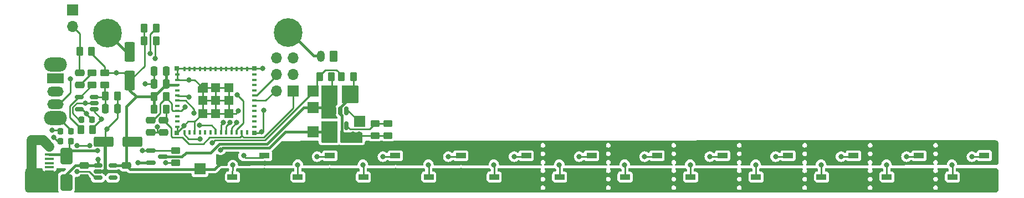
<source format=gbr>
%TF.GenerationSoftware,KiCad,Pcbnew,7.0.5-0*%
%TF.CreationDate,2024-03-24T11:58:47-06:00*%
%TF.ProjectId,rainbow-music-pegasus,7261696e-626f-4772-9d6d-757369632d70,rev?*%
%TF.SameCoordinates,Original*%
%TF.FileFunction,Copper,L1,Top*%
%TF.FilePolarity,Positive*%
%FSLAX46Y46*%
G04 Gerber Fmt 4.6, Leading zero omitted, Abs format (unit mm)*
G04 Created by KiCad (PCBNEW 7.0.5-0) date 2024-03-24 11:58:47*
%MOMM*%
%LPD*%
G01*
G04 APERTURE LIST*
G04 Aperture macros list*
%AMRoundRect*
0 Rectangle with rounded corners*
0 $1 Rounding radius*
0 $2 $3 $4 $5 $6 $7 $8 $9 X,Y pos of 4 corners*
0 Add a 4 corners polygon primitive as box body*
4,1,4,$2,$3,$4,$5,$6,$7,$8,$9,$2,$3,0*
0 Add four circle primitives for the rounded corners*
1,1,$1+$1,$2,$3*
1,1,$1+$1,$4,$5*
1,1,$1+$1,$6,$7*
1,1,$1+$1,$8,$9*
0 Add four rect primitives between the rounded corners*
20,1,$1+$1,$2,$3,$4,$5,0*
20,1,$1+$1,$4,$5,$6,$7,0*
20,1,$1+$1,$6,$7,$8,$9,0*
20,1,$1+$1,$8,$9,$2,$3,0*%
%AMFreePoly0*
4,1,6,0.725000,-0.725000,-0.725000,-0.725000,-0.725000,0.125000,-0.125000,0.725000,0.725000,0.725000,0.725000,-0.725000,0.725000,-0.725000,$1*%
G04 Aperture macros list end*
%TA.AperFunction,SMDPad,CuDef*%
%ADD10RoundRect,0.225000X0.250000X-0.225000X0.250000X0.225000X-0.250000X0.225000X-0.250000X-0.225000X0*%
%TD*%
%TA.AperFunction,SMDPad,CuDef*%
%ADD11R,1.500000X0.900000*%
%TD*%
%TA.AperFunction,ComponentPad*%
%ADD12R,1.700000X1.700000*%
%TD*%
%TA.AperFunction,SMDPad,CuDef*%
%ADD13RoundRect,0.250000X0.475000X-0.250000X0.475000X0.250000X-0.475000X0.250000X-0.475000X-0.250000X0*%
%TD*%
%TA.AperFunction,SMDPad,CuDef*%
%ADD14RoundRect,0.250000X-0.250000X-0.475000X0.250000X-0.475000X0.250000X0.475000X-0.250000X0.475000X0*%
%TD*%
%TA.AperFunction,ComponentPad*%
%ADD15O,3.500000X2.200000*%
%TD*%
%TA.AperFunction,ComponentPad*%
%ADD16R,2.500000X1.500000*%
%TD*%
%TA.AperFunction,ComponentPad*%
%ADD17O,2.500000X1.500000*%
%TD*%
%TA.AperFunction,SMDPad,CuDef*%
%ADD18RoundRect,0.218750X0.218750X0.256250X-0.218750X0.256250X-0.218750X-0.256250X0.218750X-0.256250X0*%
%TD*%
%TA.AperFunction,SMDPad,CuDef*%
%ADD19RoundRect,0.250000X0.450000X-0.262500X0.450000X0.262500X-0.450000X0.262500X-0.450000X-0.262500X0*%
%TD*%
%TA.AperFunction,SMDPad,CuDef*%
%ADD20RoundRect,0.225000X-0.225000X-0.250000X0.225000X-0.250000X0.225000X0.250000X-0.225000X0.250000X0*%
%TD*%
%TA.AperFunction,SMDPad,CuDef*%
%ADD21RoundRect,0.250000X0.262500X0.450000X-0.262500X0.450000X-0.262500X-0.450000X0.262500X-0.450000X0*%
%TD*%
%TA.AperFunction,SMDPad,CuDef*%
%ADD22RoundRect,0.250000X-0.262500X-0.450000X0.262500X-0.450000X0.262500X0.450000X-0.262500X0.450000X0*%
%TD*%
%TA.AperFunction,SMDPad,CuDef*%
%ADD23RoundRect,0.150000X-0.587500X-0.150000X0.587500X-0.150000X0.587500X0.150000X-0.587500X0.150000X0*%
%TD*%
%TA.AperFunction,SMDPad,CuDef*%
%ADD24RoundRect,0.150000X-0.150000X0.512500X-0.150000X-0.512500X0.150000X-0.512500X0.150000X0.512500X0*%
%TD*%
%TA.AperFunction,SMDPad,CuDef*%
%ADD25RoundRect,0.250000X1.250000X0.550000X-1.250000X0.550000X-1.250000X-0.550000X1.250000X-0.550000X0*%
%TD*%
%TA.AperFunction,SMDPad,CuDef*%
%ADD26RoundRect,0.250000X0.650000X-1.000000X0.650000X1.000000X-0.650000X1.000000X-0.650000X-1.000000X0*%
%TD*%
%TA.AperFunction,ComponentPad*%
%ADD27RoundRect,0.250000X0.350000X0.625000X-0.350000X0.625000X-0.350000X-0.625000X0.350000X-0.625000X0*%
%TD*%
%TA.AperFunction,ComponentPad*%
%ADD28O,1.200000X1.750000*%
%TD*%
%TA.AperFunction,ComponentPad*%
%ADD29O,1.700000X1.700000*%
%TD*%
%TA.AperFunction,SMDPad,CuDef*%
%ADD30RoundRect,0.250000X-0.450000X0.262500X-0.450000X-0.262500X0.450000X-0.262500X0.450000X0.262500X0*%
%TD*%
%TA.AperFunction,SMDPad,CuDef*%
%ADD31RoundRect,0.150000X-0.512500X-0.150000X0.512500X-0.150000X0.512500X0.150000X-0.512500X0.150000X0*%
%TD*%
%TA.AperFunction,SMDPad,CuDef*%
%ADD32RoundRect,0.218750X-0.218750X-0.256250X0.218750X-0.256250X0.218750X0.256250X-0.218750X0.256250X0*%
%TD*%
%TA.AperFunction,SMDPad,CuDef*%
%ADD33RoundRect,0.250000X0.250000X0.475000X-0.250000X0.475000X-0.250000X-0.475000X0.250000X-0.475000X0*%
%TD*%
%TA.AperFunction,SMDPad,CuDef*%
%ADD34RoundRect,0.250000X0.550000X-1.250000X0.550000X1.250000X-0.550000X1.250000X-0.550000X-1.250000X0*%
%TD*%
%TA.AperFunction,ComponentPad*%
%ADD35C,0.700000*%
%TD*%
%TA.AperFunction,ComponentPad*%
%ADD36C,4.400000*%
%TD*%
%TA.AperFunction,SMDPad,CuDef*%
%ADD37RoundRect,0.150000X0.512500X0.150000X-0.512500X0.150000X-0.512500X-0.150000X0.512500X-0.150000X0*%
%TD*%
%TA.AperFunction,SMDPad,CuDef*%
%ADD38R,0.800000X0.400000*%
%TD*%
%TA.AperFunction,SMDPad,CuDef*%
%ADD39R,0.400000X0.800000*%
%TD*%
%TA.AperFunction,SMDPad,CuDef*%
%ADD40FreePoly0,0.000000*%
%TD*%
%TA.AperFunction,SMDPad,CuDef*%
%ADD41R,1.450000X1.450000*%
%TD*%
%TA.AperFunction,SMDPad,CuDef*%
%ADD42R,0.700000X0.700000*%
%TD*%
%TA.AperFunction,SMDPad,CuDef*%
%ADD43R,1.350000X0.400000*%
%TD*%
%TA.AperFunction,ComponentPad*%
%ADD44O,1.550000X1.000000*%
%TD*%
%TA.AperFunction,SMDPad,CuDef*%
%ADD45R,1.500000X1.200000*%
%TD*%
%TA.AperFunction,ComponentPad*%
%ADD46O,0.950000X1.250000*%
%TD*%
%TA.AperFunction,SMDPad,CuDef*%
%ADD47R,1.500000X1.500000*%
%TD*%
%TA.AperFunction,SMDPad,CuDef*%
%ADD48RoundRect,0.250000X-0.475000X0.250000X-0.475000X-0.250000X0.475000X-0.250000X0.475000X0.250000X0*%
%TD*%
%TA.AperFunction,ViaPad*%
%ADD49C,0.800000*%
%TD*%
%TA.AperFunction,Conductor*%
%ADD50C,0.250000*%
%TD*%
%TA.AperFunction,Conductor*%
%ADD51C,0.500000*%
%TD*%
%TA.AperFunction,Conductor*%
%ADD52C,1.550000*%
%TD*%
%TA.AperFunction,Conductor*%
%ADD53C,0.400000*%
%TD*%
%TA.AperFunction,Conductor*%
%ADD54C,1.000000*%
%TD*%
G04 APERTURE END LIST*
D10*
%TO.P,C19,1*%
%TO.N,GND*%
X151847500Y-101375000D03*
%TO.P,C19,2*%
%TO.N,+3.3V*%
X151847500Y-99825000D03*
%TD*%
D11*
%TO.P,D5,1,VDD*%
%TO.N,+3.3V*%
X133350000Y-98950000D03*
%TO.P,D5,2,DOUT*%
%TO.N,Net-(D5-DOUT)*%
X133350000Y-102250000D03*
%TO.P,D5,3,VSS*%
%TO.N,GND*%
X138250000Y-102250000D03*
%TO.P,D5,4,DIN*%
%TO.N,Net-(D4-DOUT)*%
X138250000Y-98950000D03*
%TD*%
%TO.P,D1,1,VDD*%
%TO.N,+3.3V*%
X113350000Y-98950000D03*
%TO.P,D1,2,DOUT*%
%TO.N,Net-(D1-DOUT)*%
X113350000Y-102250000D03*
%TO.P,D1,3,VSS*%
%TO.N,GND*%
X118250000Y-102250000D03*
%TO.P,D1,4,DIN*%
%TO.N,/RGB_Data*%
X118250000Y-98950000D03*
%TD*%
D12*
%TO.P,TP5,1,1*%
%TO.N,/Batt_Level*%
X125658384Y-89050000D03*
%TD*%
D13*
%TO.P,C8,1*%
%TO.N,GND*%
X97147500Y-102350000D03*
%TO.P,C8,2*%
%TO.N,+3.3V*%
X97147500Y-100450000D03*
%TD*%
D11*
%TO.P,D13,1,VDD*%
%TO.N,+3.3V*%
X173350000Y-98950000D03*
%TO.P,D13,2,DOUT*%
%TO.N,Net-(D13-DOUT)*%
X173350000Y-102250000D03*
%TO.P,D13,3,VSS*%
%TO.N,GND*%
X178250000Y-102250000D03*
%TO.P,D13,4,DIN*%
%TO.N,Net-(D12-DOUT)*%
X178250000Y-98950000D03*
%TD*%
D14*
%TO.P,C3,1*%
%TO.N,GND*%
X101347500Y-85990000D03*
%TO.P,C3,2*%
%TO.N,+3.3V*%
X103247500Y-85990000D03*
%TD*%
D15*
%TO.P,SW1,*%
%TO.N,*%
X86317500Y-84990000D03*
D16*
%TO.P,SW1,1,A*%
%TO.N,Net-(D25-K)*%
X86317500Y-87090000D03*
D17*
%TO.P,SW1,2,B*%
%TO.N,Net-(SW1-B)*%
X86317500Y-89090000D03*
%TO.P,SW1,3,C*%
%TO.N,GND*%
X86317500Y-91090000D03*
D15*
X86317500Y-93190000D03*
%TD*%
D18*
%TO.P,D27,1,K*%
%TO.N,GND*%
X88675000Y-95240000D03*
%TO.P,D27,2,A*%
%TO.N,Net-(D27-A)*%
X87100000Y-95240000D03*
%TD*%
D11*
%TO.P,D7,1,VDD*%
%TO.N,+3.3V*%
X143350000Y-98950000D03*
%TO.P,D7,2,DOUT*%
%TO.N,Net-(D7-DOUT)*%
X143350000Y-102250000D03*
%TO.P,D7,3,VSS*%
%TO.N,GND*%
X148250000Y-102250000D03*
%TO.P,D7,4,DIN*%
%TO.N,Net-(D6-DOUT)*%
X148250000Y-98950000D03*
%TD*%
D19*
%TO.P,R14,1*%
%TO.N,GND*%
X104725000Y-100012500D03*
%TO.P,R14,2*%
%TO.N,VBUS*%
X104725000Y-98187500D03*
%TD*%
D11*
%TO.P,D11,1,VDD*%
%TO.N,+3.3V*%
X163350000Y-98950000D03*
%TO.P,D11,2,DOUT*%
%TO.N,Net-(D11-DOUT)*%
X163350000Y-102250000D03*
%TO.P,D11,3,VSS*%
%TO.N,GND*%
X168250000Y-102250000D03*
%TO.P,D11,4,DIN*%
%TO.N,Net-(D10-DOUT)*%
X168250000Y-98950000D03*
%TD*%
D20*
%TO.P,C35,1*%
%TO.N,GND*%
X90325000Y-93387500D03*
%TO.P,C35,2*%
%TO.N,+3.3V*%
X91875000Y-93387500D03*
%TD*%
D21*
%TO.P,R3,1*%
%TO.N,Net-(U1-GPIO2{slash}ADC1_CH2)*%
X101720884Y-79400000D03*
%TO.P,R3,2*%
%TO.N,+3.3V*%
X99895884Y-79400000D03*
%TD*%
D22*
%TO.P,R1,1*%
%TO.N,+3.3V*%
X101385000Y-89900000D03*
%TO.P,R1,2*%
%TO.N,/Reset*%
X103210000Y-89900000D03*
%TD*%
D19*
%TO.P,R10,1*%
%TO.N,GND*%
X135147500Y-95852500D03*
%TO.P,R10,2*%
%TO.N,Net-(U4-PROG)*%
X135147500Y-94027500D03*
%TD*%
D23*
%TO.P,Q1,1,G*%
%TO.N,VBUS*%
X100900884Y-98150000D03*
%TO.P,Q1,2,S*%
%TO.N,Net-(D25-K)*%
X100900884Y-100050000D03*
%TO.P,Q1,3,D*%
%TO.N,+BATT*%
X102775884Y-99100000D03*
%TD*%
D22*
%TO.P,R12,1*%
%TO.N,/Batt_Level*%
X126665000Y-86850000D03*
%TO.P,R12,2*%
%TO.N,+BATT*%
X128490000Y-86850000D03*
%TD*%
D24*
%TO.P,U4,1,STAT*%
%TO.N,Net-(U4-STAT)*%
X130797500Y-92050000D03*
%TO.P,U4,2,V_{SS}*%
%TO.N,GND*%
X129847500Y-92050000D03*
%TO.P,U4,3,V_{BAT}*%
%TO.N,+BATT*%
X128897500Y-92050000D03*
%TO.P,U4,4,V_{DD}*%
%TO.N,VBUS*%
X128897500Y-94325000D03*
%TO.P,U4,5,PROG*%
%TO.N,Net-(U4-PROG)*%
X130797500Y-94325000D03*
%TD*%
D10*
%TO.P,C21,1*%
%TO.N,GND*%
X161847500Y-101375000D03*
%TO.P,C21,2*%
%TO.N,+3.3V*%
X161847500Y-99825000D03*
%TD*%
D13*
%TO.P,C1,1*%
%TO.N,GND*%
X100877500Y-95400000D03*
%TO.P,C1,2*%
%TO.N,/Reset*%
X100877500Y-93500000D03*
%TD*%
D25*
%TO.P,C10,2*%
%TO.N,GND*%
X93647500Y-96800000D03*
%TO.P,C10,1*%
%TO.N,+3.3V*%
X98047500Y-96800000D03*
%TD*%
D26*
%TO.P,D25,1,K*%
%TO.N,Net-(D25-K)*%
X88008384Y-103050000D03*
%TO.P,D25,2,A*%
%TO.N,VBUS*%
X88008384Y-99050000D03*
%TD*%
D10*
%TO.P,C17,1*%
%TO.N,GND*%
X141847500Y-101375000D03*
%TO.P,C17,2*%
%TO.N,+3.3V*%
X141847500Y-99825000D03*
%TD*%
D27*
%TO.P,J3,1,+*%
%TO.N,+BATT*%
X128857500Y-83690000D03*
D28*
%TO.P,J3,2,-*%
%TO.N,GND*%
X126857500Y-83690000D03*
%TD*%
D10*
%TO.P,C13,1*%
%TO.N,GND*%
X121847500Y-101375000D03*
%TO.P,C13,2*%
%TO.N,+3.3V*%
X121847500Y-99825000D03*
%TD*%
D12*
%TO.P,J2,1,Pin_1*%
%TO.N,/Boot*%
X122597500Y-89000000D03*
D29*
%TO.P,J2,2,Pin_2*%
%TO.N,/RXD*%
X120057500Y-89000000D03*
%TO.P,J2,3,Pin_3*%
%TO.N,GND*%
X122597500Y-86460000D03*
%TO.P,J2,4,Pin_4*%
%TO.N,/TXD*%
X120057500Y-86460000D03*
%TO.P,J2,5,Pin_5*%
%TO.N,unconnected-(J2-Pin_5-Pad5)*%
X122597500Y-83920000D03*
%TO.P,J2,6,Pin_6*%
%TO.N,/Reset*%
X120057500Y-83920000D03*
%TD*%
D12*
%TO.P,TP1,1,1*%
%TO.N,VBUS*%
X125658384Y-95325000D03*
%TD*%
D30*
%TO.P,R7,1*%
%TO.N,Net-(C5-Pad2)*%
X91927500Y-86267500D03*
%TO.P,R7,2*%
%TO.N,Net-(U2--)*%
X91927500Y-88092500D03*
%TD*%
D10*
%TO.P,C23,1*%
%TO.N,GND*%
X171847500Y-101375000D03*
%TO.P,C23,2*%
%TO.N,+3.3V*%
X171847500Y-99825000D03*
%TD*%
D13*
%TO.P,C7,1*%
%TO.N,GND*%
X90747500Y-102350000D03*
%TO.P,C7,2*%
%TO.N,Net-(D25-K)*%
X90747500Y-100450000D03*
%TD*%
%TO.P,C2,1*%
%TO.N,GND*%
X102847500Y-95400000D03*
%TO.P,C2,2*%
%TO.N,/Boot*%
X102847500Y-93500000D03*
%TD*%
D21*
%TO.P,R13,1*%
%TO.N,GND*%
X131860000Y-86850000D03*
%TO.P,R13,2*%
%TO.N,/Batt_Level*%
X130035000Y-86850000D03*
%TD*%
D11*
%TO.P,D23,1,VDD*%
%TO.N,+3.3V*%
X223350000Y-98950000D03*
%TO.P,D23,2,DOUT*%
%TO.N,Net-(D23-DOUT)*%
X223350000Y-102250000D03*
%TO.P,D23,3,VSS*%
%TO.N,GND*%
X228250000Y-102250000D03*
%TO.P,D23,4,DIN*%
%TO.N,Net-(D22-DOUT)*%
X228250000Y-98950000D03*
%TD*%
D12*
%TO.P,TP3,1,1*%
%TO.N,GND*%
X108400000Y-103600000D03*
%TD*%
D31*
%TO.P,U3,1,IN*%
%TO.N,Net-(D25-K)*%
X92810000Y-100450000D03*
%TO.P,U3,2,GND*%
%TO.N,GND*%
X92810000Y-101400000D03*
%TO.P,U3,3,EN*%
%TO.N,Net-(SW1-B)*%
X92810000Y-102350000D03*
%TO.P,U3,4,NC*%
%TO.N,unconnected-(U3-NC-Pad4)*%
X95085000Y-102350000D03*
%TO.P,U3,5,OUT*%
%TO.N,+3.3V*%
X95085000Y-100450000D03*
%TD*%
D12*
%TO.P,TP2,1,1*%
%TO.N,+3.3V*%
X108400000Y-101000000D03*
%TD*%
D10*
%TO.P,C25,1*%
%TO.N,GND*%
X181847500Y-101375000D03*
%TO.P,C25,2*%
%TO.N,+3.3V*%
X181847500Y-99825000D03*
%TD*%
D12*
%TO.P,TP4,1,1*%
%TO.N,+BATT*%
X125658384Y-91550000D03*
%TD*%
D11*
%TO.P,D15,1,VDD*%
%TO.N,+3.3V*%
X183350000Y-98950000D03*
%TO.P,D15,2,DOUT*%
%TO.N,Net-(D15-DOUT)*%
X183350000Y-102250000D03*
%TO.P,D15,3,VSS*%
%TO.N,GND*%
X188250000Y-102250000D03*
%TO.P,D15,4,DIN*%
%TO.N,Net-(D14-DOUT)*%
X188250000Y-98950000D03*
%TD*%
D32*
%TO.P,D26,1,K*%
%TO.N,Net-(D26-K)*%
X87100000Y-96710000D03*
%TO.P,D26,2,A*%
%TO.N,VBUS*%
X88675000Y-96710000D03*
%TD*%
D11*
%TO.P,D17,1,VDD*%
%TO.N,+3.3V*%
X193350000Y-98950000D03*
%TO.P,D17,2,DOUT*%
%TO.N,Net-(D17-DOUT)*%
X193350000Y-102250000D03*
%TO.P,D17,3,VSS*%
%TO.N,GND*%
X198250000Y-102250000D03*
%TO.P,D17,4,DIN*%
%TO.N,Net-(D16-DOUT)*%
X198250000Y-98950000D03*
%TD*%
%TO.P,D21,1,VDD*%
%TO.N,+3.3V*%
X213350000Y-98950000D03*
%TO.P,D21,2,DOUT*%
%TO.N,Net-(D21-DOUT)*%
X213350000Y-102250000D03*
%TO.P,D21,3,VSS*%
%TO.N,GND*%
X218250000Y-102250000D03*
%TO.P,D21,4,DIN*%
%TO.N,Net-(D20-DOUT)*%
X218250000Y-98950000D03*
%TD*%
D12*
%TO.P,MK1,1,-*%
%TO.N,GND*%
X88947500Y-76600000D03*
D29*
%TO.P,MK1,2,+*%
%TO.N,Net-(MK1-+)*%
X88947500Y-79140000D03*
%TD*%
D22*
%TO.P,R9,1*%
%TO.N,Net-(U2--)*%
X90187500Y-94987500D03*
%TO.P,R9,2*%
%TO.N,/Mic_Signal*%
X92012500Y-94987500D03*
%TD*%
D11*
%TO.P,D19,1,VDD*%
%TO.N,+3.3V*%
X203350000Y-98950000D03*
%TO.P,D19,2,DOUT*%
%TO.N,Net-(D19-DOUT)*%
X203350000Y-102250000D03*
%TO.P,D19,3,VSS*%
%TO.N,GND*%
X208250000Y-102250000D03*
%TO.P,D19,4,DIN*%
%TO.N,Net-(D18-DOUT)*%
X208250000Y-98950000D03*
%TD*%
%TO.P,D3,1,VDD*%
%TO.N,+3.3V*%
X123350000Y-98950000D03*
%TO.P,D3,2,DOUT*%
%TO.N,Net-(D3-DOUT)*%
X123350000Y-102250000D03*
%TO.P,D3,3,VSS*%
%TO.N,GND*%
X128250000Y-102250000D03*
%TO.P,D3,4,DIN*%
%TO.N,Net-(D2-DOUT)*%
X128250000Y-98950000D03*
%TD*%
D10*
%TO.P,C11,1*%
%TO.N,GND*%
X111847500Y-101375000D03*
%TO.P,C11,2*%
%TO.N,+3.3V*%
X111847500Y-99825000D03*
%TD*%
D21*
%TO.P,R4,1*%
%TO.N,Net-(U1-GPIO8)*%
X101720884Y-81300000D03*
%TO.P,R4,2*%
%TO.N,+3.3V*%
X99895884Y-81300000D03*
%TD*%
%TO.P,R6,1*%
%TO.N,GND*%
X95760000Y-89825000D03*
%TO.P,R6,2*%
%TO.N,Net-(U2-+)*%
X93935000Y-89825000D03*
%TD*%
D33*
%TO.P,C36,1*%
%TO.N,GND*%
X130797500Y-90100000D03*
%TO.P,C36,2*%
%TO.N,+BATT*%
X128897500Y-90100000D03*
%TD*%
D10*
%TO.P,C27,1*%
%TO.N,GND*%
X191847500Y-101375000D03*
%TO.P,C27,2*%
%TO.N,+3.3V*%
X191847500Y-99825000D03*
%TD*%
D34*
%TO.P,C9,1*%
%TO.N,+3.3V*%
X97697500Y-87390000D03*
%TO.P,C9,2*%
%TO.N,GND*%
X97697500Y-82990000D03*
%TD*%
D35*
%TO.P,H1,1,1*%
%TO.N,GND*%
X94280774Y-78450000D03*
X95447500Y-78933274D03*
X93114048Y-78933274D03*
X95930774Y-80100000D03*
D36*
X94280774Y-80100000D03*
D35*
X92630774Y-80100000D03*
X95447500Y-81266726D03*
X93114048Y-81266726D03*
X94280774Y-81750000D03*
%TD*%
D10*
%TO.P,C31,1*%
%TO.N,GND*%
X211825000Y-101375000D03*
%TO.P,C31,2*%
%TO.N,+3.3V*%
X211825000Y-99825000D03*
%TD*%
D37*
%TO.P,U2,1*%
%TO.N,/Mic_Signal*%
X92237500Y-91837500D03*
%TO.P,U2,2,V-*%
%TO.N,GND*%
X92237500Y-90887500D03*
%TO.P,U2,3,+*%
%TO.N,Net-(U2-+)*%
X92237500Y-89937500D03*
%TO.P,U2,4,-*%
%TO.N,Net-(U2--)*%
X89962500Y-89937500D03*
%TO.P,U2,5,V+*%
%TO.N,+3.3V*%
X89962500Y-91837500D03*
%TD*%
D11*
%TO.P,D9,1,VDD*%
%TO.N,+3.3V*%
X153350000Y-98950000D03*
%TO.P,D9,2,DOUT*%
%TO.N,Net-(D10-DIN)*%
X153350000Y-102250000D03*
%TO.P,D9,3,VSS*%
%TO.N,GND*%
X158250000Y-102250000D03*
%TO.P,D9,4,DIN*%
%TO.N,Net-(D8-DOUT)*%
X158250000Y-98950000D03*
%TD*%
D10*
%TO.P,C33,1*%
%TO.N,GND*%
X221850000Y-101375000D03*
%TO.P,C33,2*%
%TO.N,+3.3V*%
X221850000Y-99825000D03*
%TD*%
D33*
%TO.P,C6,1*%
%TO.N,GND*%
X95822500Y-91775000D03*
%TO.P,C6,2*%
%TO.N,Net-(U2-+)*%
X93922500Y-91775000D03*
%TD*%
D38*
%TO.P,U1,1,GND*%
%TO.N,GND*%
X104900000Y-86500000D03*
%TO.P,U1,2,GND*%
X104900000Y-87300000D03*
%TO.P,U1,3,3V3*%
%TO.N,+3.3V*%
X104900000Y-88100000D03*
%TO.P,U1,4,NC*%
%TO.N,unconnected-(U1-NC-Pad4)*%
X104900000Y-88900000D03*
%TO.P,U1,5,GPIO2/ADC1_CH2*%
%TO.N,Net-(U1-GPIO2{slash}ADC1_CH2)*%
X104900000Y-89700000D03*
%TO.P,U1,6,GPIO3/ADC1_CH3*%
%TO.N,/RGB_Data*%
X104900000Y-90500000D03*
%TO.P,U1,7,NC*%
%TO.N,unconnected-(U1-NC-Pad7)*%
X104900000Y-91300000D03*
%TO.P,U1,8,EN/CHIP_PU*%
%TO.N,/Reset*%
X104900000Y-92100000D03*
%TO.P,U1,9,NC*%
%TO.N,unconnected-(U1-NC-Pad9)*%
X104900000Y-92900000D03*
%TO.P,U1,10,NC*%
%TO.N,unconnected-(U1-NC-Pad10)*%
X104900000Y-93700000D03*
%TO.P,U1,11,GND*%
%TO.N,GND*%
X104900000Y-94500000D03*
D39*
%TO.P,U1,12,GPIO0/ADC1_CH0/XTAL_32K_P*%
%TO.N,/Batt_Level*%
X106000000Y-95400000D03*
%TO.P,U1,13,GPIO1/ADC1_CH1/XTAL_32K_N*%
%TO.N,unconnected-(U1-GPIO1{slash}ADC1_CH1{slash}XTAL_32K_N-Pad13)*%
X106800000Y-95400000D03*
%TO.P,U1,14,GND*%
%TO.N,GND*%
X107600000Y-95400000D03*
%TO.P,U1,15,NC*%
%TO.N,unconnected-(U1-NC-Pad15)*%
X108400000Y-95400000D03*
%TO.P,U1,16,GPIO10*%
%TO.N,unconnected-(U1-GPIO10-Pad16)*%
X109200000Y-95400000D03*
%TO.P,U1,17,NC*%
%TO.N,unconnected-(U1-NC-Pad17)*%
X110000000Y-95400000D03*
%TO.P,U1,18,GPIO4/ADC1_CH4*%
%TO.N,/Mic_Signal*%
X110800000Y-95400000D03*
%TO.P,U1,19,GPIO5/ADC2_CH0*%
%TO.N,/LEDs+8*%
X111600000Y-95400000D03*
%TO.P,U1,20,GPIO6*%
%TO.N,/LEDs+4*%
X112400000Y-95400000D03*
%TO.P,U1,21,GPIO7*%
%TO.N,/LEDs+2*%
X113200000Y-95400000D03*
%TO.P,U1,22,GPIO8*%
%TO.N,Net-(U1-GPIO8)*%
X114000000Y-95400000D03*
%TO.P,U1,23,GPIO9*%
%TO.N,/Boot*%
X114800000Y-95400000D03*
%TO.P,U1,24,NC*%
%TO.N,unconnected-(U1-NC-Pad24)*%
X115600000Y-95400000D03*
D38*
%TO.P,U1,25,NC*%
%TO.N,unconnected-(U1-NC-Pad25)*%
X116700000Y-94500000D03*
%TO.P,U1,26,GPIO18/USB_D-*%
%TO.N,unconnected-(U1-GPIO18{slash}USB_D--Pad26)*%
X116700000Y-93700000D03*
%TO.P,U1,27,GPIO19/USB_D+*%
%TO.N,unconnected-(U1-GPIO19{slash}USB_D+-Pad27)*%
X116700000Y-92900000D03*
%TO.P,U1,28,NC*%
%TO.N,unconnected-(U1-NC-Pad28)*%
X116700000Y-92100000D03*
%TO.P,U1,29,NC*%
%TO.N,unconnected-(U1-NC-Pad29)*%
X116700000Y-91300000D03*
%TO.P,U1,30,GPIO20/U0RXD*%
%TO.N,/RXD*%
X116700000Y-90500000D03*
%TO.P,U1,31,GPIO21/U0TXD*%
%TO.N,/TXD*%
X116700000Y-89700000D03*
%TO.P,U1,32,NC*%
%TO.N,unconnected-(U1-NC-Pad32)*%
X116700000Y-88900000D03*
%TO.P,U1,33,NC*%
%TO.N,unconnected-(U1-NC-Pad33)*%
X116700000Y-88100000D03*
%TO.P,U1,34,NC*%
%TO.N,unconnected-(U1-NC-Pad34)*%
X116700000Y-87300000D03*
%TO.P,U1,35,NC*%
%TO.N,unconnected-(U1-NC-Pad35)*%
X116700000Y-86500000D03*
D39*
%TO.P,U1,36,GND*%
%TO.N,GND*%
X115600000Y-85600000D03*
%TO.P,U1,37,GND*%
X114800000Y-85600000D03*
%TO.P,U1,38,GND*%
X114000000Y-85600000D03*
%TO.P,U1,39,GND*%
X113200000Y-85600000D03*
%TO.P,U1,40,GND*%
X112400000Y-85600000D03*
%TO.P,U1,41,GND*%
X111600000Y-85600000D03*
%TO.P,U1,42,GND*%
X110800000Y-85600000D03*
%TO.P,U1,43,GND*%
X110000000Y-85600000D03*
%TO.P,U1,44,GND*%
X109200000Y-85600000D03*
%TO.P,U1,45,GND*%
X108400000Y-85600000D03*
%TO.P,U1,46,GND*%
X107600000Y-85600000D03*
%TO.P,U1,47,GND*%
X106800000Y-85600000D03*
%TO.P,U1,48,GND*%
X106000000Y-85600000D03*
D40*
%TO.P,U1,49,GND*%
X108825000Y-88525000D03*
D41*
X108825000Y-90500000D03*
X108825000Y-92475000D03*
X110800000Y-88525000D03*
X110800000Y-90500000D03*
X110800000Y-92475000D03*
X112775000Y-88525000D03*
X112775000Y-90500000D03*
X112775000Y-92475000D03*
D42*
%TO.P,U1,50,GND*%
X116750000Y-85550000D03*
%TO.P,U1,51,GND*%
X116750000Y-95450000D03*
%TO.P,U1,52,GND*%
X104850000Y-95450000D03*
%TO.P,U1,53,GND*%
X104850000Y-85550000D03*
%TD*%
D33*
%TO.P,C37,1*%
%TO.N,GND*%
X130797500Y-96220000D03*
%TO.P,C37,2*%
%TO.N,VBUS*%
X128897500Y-96220000D03*
%TD*%
D10*
%TO.P,C29,1*%
%TO.N,GND*%
X201847500Y-101375000D03*
%TO.P,C29,2*%
%TO.N,+3.3V*%
X201847500Y-99825000D03*
%TD*%
%TO.P,C15,1*%
%TO.N,GND*%
X131847500Y-101375000D03*
%TO.P,C15,2*%
%TO.N,+3.3V*%
X131847500Y-99825000D03*
%TD*%
D12*
%TO.P,TP6,1,1*%
%TO.N,Net-(U4-STAT)*%
X132807500Y-93670000D03*
%TD*%
D35*
%TO.P,H2,1,1*%
%TO.N,GND*%
X121842500Y-81738000D03*
X120675774Y-81254726D03*
X123009226Y-81254726D03*
X120192500Y-80088000D03*
D36*
X121842500Y-80088000D03*
D35*
X123492500Y-80088000D03*
X120675774Y-78921274D03*
X123009226Y-78921274D03*
X121842500Y-78438000D03*
%TD*%
D22*
%TO.P,R2,1*%
%TO.N,+3.3V*%
X101385000Y-91800000D03*
%TO.P,R2,2*%
%TO.N,/Boot*%
X103210000Y-91800000D03*
%TD*%
D43*
%TO.P,J1,1,VBUS*%
%TO.N,VBUS*%
X85410000Y-98800000D03*
%TO.P,J1,2,D-*%
%TO.N,unconnected-(J1-D--Pad2)*%
X85410000Y-99450000D03*
%TO.P,J1,3,D+*%
%TO.N,unconnected-(J1-D+-Pad3)*%
X85410000Y-100100000D03*
%TO.P,J1,4,ID*%
%TO.N,unconnected-(J1-ID-Pad4)*%
X85410000Y-100750000D03*
%TO.P,J1,5,GND*%
%TO.N,GND*%
X85410000Y-101400000D03*
D44*
%TO.P,J1,6,Shield*%
X82710000Y-96600000D03*
D45*
X82710000Y-97200000D03*
D46*
X85410000Y-97600000D03*
D47*
X82710000Y-99100000D03*
X82710000Y-101100000D03*
D46*
X85410000Y-102600000D03*
D45*
X82710000Y-103000000D03*
D44*
X82710000Y-103600000D03*
%TD*%
D19*
%TO.P,R5,1*%
%TO.N,Net-(U2-+)*%
X93827500Y-88092500D03*
%TO.P,R5,2*%
%TO.N,+3.3V*%
X93827500Y-86267500D03*
%TD*%
D14*
%TO.P,C4,1*%
%TO.N,GND*%
X101347500Y-87950000D03*
%TO.P,C4,2*%
%TO.N,+3.3V*%
X103247500Y-87950000D03*
%TD*%
D48*
%TO.P,C5,1*%
%TO.N,Net-(MK1-+)*%
X89997500Y-86230000D03*
%TO.P,C5,2*%
%TO.N,Net-(C5-Pad2)*%
X89997500Y-88130000D03*
%TD*%
D21*
%TO.P,R8,1*%
%TO.N,+3.3V*%
X91855000Y-82938000D03*
%TO.P,R8,2*%
%TO.N,Net-(MK1-+)*%
X90030000Y-82938000D03*
%TD*%
D19*
%TO.P,R11,1*%
%TO.N,GND*%
X137147500Y-95852500D03*
%TO.P,R11,2*%
%TO.N,Net-(U4-PROG)*%
X137147500Y-94027500D03*
%TD*%
D49*
%TO.N,GND*%
X93947500Y-101400000D03*
X165800000Y-103200000D03*
X118272500Y-101200000D03*
X94197500Y-94850000D03*
X88608384Y-87200000D03*
X195800000Y-103200000D03*
X132100000Y-90400000D03*
X105923000Y-94350000D03*
X106717500Y-87300000D03*
X138262299Y-101200498D03*
X131797500Y-96500000D03*
X118108384Y-92000000D03*
X131797500Y-95600000D03*
X101867500Y-94530000D03*
X100000000Y-87950000D03*
X135800000Y-103200000D03*
X131500000Y-88600000D03*
X114273000Y-92100000D03*
X132100000Y-89400000D03*
X155800000Y-103200000D03*
X185800000Y-103200000D03*
X215800000Y-103200000D03*
X148250000Y-101200498D03*
X90887500Y-90887500D03*
X130500000Y-88600000D03*
X205800000Y-103200000D03*
X175600000Y-103200000D03*
X145800000Y-103200000D03*
X117977500Y-85540000D03*
X117808384Y-95300000D03*
X225800000Y-103200000D03*
X128262299Y-101200498D03*
X132700000Y-95600000D03*
X132700000Y-96500000D03*
X103190000Y-100030000D03*
%TO.N,/Reset*%
X106108384Y-91500000D03*
%TO.N,+3.3V*%
X185297500Y-97900000D03*
X135497500Y-97900000D03*
X165447500Y-97900000D03*
X155397500Y-97900000D03*
X95647500Y-86267500D03*
X225347500Y-97900000D03*
X118297500Y-100075000D03*
X215347500Y-97900000D03*
X175297500Y-97900000D03*
X91077833Y-92504101D03*
X195347500Y-97900000D03*
X145472500Y-97900000D03*
X125408384Y-97900000D03*
X205347500Y-97900000D03*
%TO.N,Net-(D1-DOUT)*%
X113408384Y-100400000D03*
%TO.N,/RGB_Data*%
X107500498Y-92400000D03*
X115072500Y-98970000D03*
%TO.N,Net-(D2-DOUT)*%
X126308384Y-99100000D03*
%TO.N,Net-(D3-DOUT)*%
X123350000Y-100350000D03*
%TO.N,Net-(D5-DOUT)*%
X133300000Y-100350000D03*
%TO.N,Net-(D4-DOUT)*%
X136347500Y-99100000D03*
%TO.N,Net-(D7-DOUT)*%
X143300000Y-100350000D03*
%TO.N,Net-(D10-DIN)*%
X153300000Y-100350000D03*
%TO.N,Net-(D10-DOUT)*%
X166347500Y-99100000D03*
%TO.N,Net-(D11-DOUT)*%
X163300000Y-100350000D03*
%TO.N,+BATT*%
X127447500Y-91400000D03*
X127447500Y-92400000D03*
X127447500Y-90400000D03*
X127447500Y-89400000D03*
X128997500Y-88600000D03*
X127997500Y-88600000D03*
%TO.N,/Mic_Signal*%
X93353750Y-93306250D03*
X108324500Y-94298736D03*
%TO.N,VBUS*%
X111561466Y-98077582D03*
X127447500Y-95450000D03*
X127447500Y-94550000D03*
X127447500Y-96350000D03*
X99599571Y-98200000D03*
X92772500Y-98200000D03*
%TO.N,/LEDs+2*%
X114025500Y-93864000D03*
%TO.N,/LEDs+4*%
X113004847Y-93860054D03*
%TO.N,Net-(U1-GPIO8)*%
X101532884Y-84046227D03*
X114087500Y-89600000D03*
%TO.N,Net-(D13-DOUT)*%
X173300000Y-100350000D03*
%TO.N,Net-(D14-DOUT)*%
X186297500Y-99100000D03*
%TO.N,Net-(D15-DOUT)*%
X183300000Y-100350000D03*
%TO.N,Net-(D17-DOUT)*%
X193300000Y-100350000D03*
%TO.N,Net-(D18-DOUT)*%
X206347500Y-99100000D03*
%TO.N,Net-(D19-DOUT)*%
X203300000Y-100350000D03*
%TO.N,Net-(D6-DOUT)*%
X146347500Y-99100000D03*
%TO.N,Net-(D8-DOUT)*%
X156397500Y-99100000D03*
%TO.N,Net-(D12-DOUT)*%
X176347500Y-99100000D03*
%TO.N,Net-(D16-DOUT)*%
X196347500Y-99100000D03*
%TO.N,Net-(D20-DOUT)*%
X216347500Y-99100000D03*
%TO.N,Net-(SW1-B)*%
X89608384Y-101400000D03*
%TO.N,Net-(U1-GPIO2{slash}ADC1_CH2)*%
X100808384Y-83225585D03*
X106679013Y-89942238D03*
%TO.N,Net-(D21-DOUT)*%
X213300000Y-100350000D03*
%TO.N,Net-(D22-DOUT)*%
X226347500Y-99100000D03*
%TO.N,Net-(D23-DOUT)*%
X223300000Y-100350000D03*
%TO.N,/LEDs+8*%
X111980249Y-93860054D03*
%TO.N,/Batt_Level*%
X108396085Y-96400002D03*
X110308384Y-97000000D03*
%TO.N,Net-(D26-K)*%
X86088384Y-96120000D03*
%TO.N,Net-(U4-STAT)*%
X89648500Y-97376223D03*
X91547500Y-97380000D03*
%TO.N,Net-(D25-K)*%
X98900000Y-100050000D03*
X92808384Y-99500000D03*
%TO.N,Net-(D27-A)*%
X85778384Y-95040000D03*
%TD*%
D50*
%TO.N,GND*%
X88950000Y-91515749D02*
X89578249Y-90887500D01*
X207300000Y-103200000D02*
X205800000Y-103200000D01*
X118097500Y-95119152D02*
X117916652Y-95300000D01*
X141847500Y-102597500D02*
X142450000Y-103200000D01*
X189200000Y-103200000D02*
X195800000Y-103200000D01*
D51*
X93394251Y-101400000D02*
X93394251Y-101400000D01*
D52*
X82710000Y-96600000D02*
X84410000Y-96600000D01*
D50*
X107600000Y-95400000D02*
X107600000Y-93700000D01*
X211847500Y-101375000D02*
X211847500Y-102597500D01*
X131165000Y-95852500D02*
X130797500Y-96220000D01*
X116750000Y-85550000D02*
X117967500Y-85550000D01*
X129550000Y-103200000D02*
X135800000Y-103200000D01*
X212450000Y-103200000D02*
X215800000Y-103200000D01*
X122450000Y-103200000D02*
X125800000Y-103200000D01*
D53*
X126857500Y-83690000D02*
X126857500Y-83610000D01*
D50*
X118097500Y-92010884D02*
X118097500Y-95119152D01*
X104900000Y-94500000D02*
X104900000Y-95400000D01*
X228250000Y-102250000D02*
X227300000Y-103200000D01*
X107600000Y-93700000D02*
X108825000Y-92475000D01*
X111847500Y-102597500D02*
X112450000Y-103200000D01*
X104900000Y-85600000D02*
X104850000Y-85550000D01*
X168550000Y-102250000D02*
X169500000Y-103200000D01*
X221847500Y-101375000D02*
X221847500Y-102597500D01*
X162450000Y-103200000D02*
X165600000Y-103200000D01*
X202450000Y-103200000D02*
X205800000Y-103200000D01*
X86817500Y-91090000D02*
X86317500Y-91090000D01*
X181847500Y-101375000D02*
X181847500Y-102597500D01*
X208250000Y-102250000D02*
X207300000Y-103200000D01*
X117916652Y-95300000D02*
X117808384Y-95300000D01*
X137147500Y-95852500D02*
X135147500Y-95852500D01*
X86805000Y-93190000D02*
X86317500Y-93190000D01*
X93947500Y-96500000D02*
X93947500Y-95100000D01*
X178250000Y-102250000D02*
X178550000Y-102250000D01*
X148250000Y-102250000D02*
X149200000Y-103200000D01*
X132375000Y-95852500D02*
X131165000Y-95852500D01*
X137300000Y-103200000D02*
X138250000Y-102250000D01*
X118262299Y-101200498D02*
X118197500Y-101265297D01*
D53*
X125758384Y-83610000D02*
X123335500Y-81187116D01*
D50*
X110800000Y-92475000D02*
X110800000Y-88525000D01*
D53*
X123335500Y-81187116D02*
X123335500Y-80413000D01*
D51*
X93947500Y-100846751D02*
X93947500Y-100846751D01*
D50*
X106573000Y-93700000D02*
X107600000Y-93700000D01*
X215800000Y-103200000D02*
X217300000Y-103200000D01*
X128600000Y-102250000D02*
X129550000Y-103200000D01*
X192450000Y-103200000D02*
X195800000Y-103200000D01*
X151847500Y-102597500D02*
X152450000Y-103200000D01*
X101867500Y-94530000D02*
X101867500Y-95400000D01*
X89900000Y-93387500D02*
X88950000Y-92437500D01*
X117766652Y-95450000D02*
X116750000Y-95450000D01*
D53*
X126532500Y-83610000D02*
X125758384Y-83610000D01*
D50*
X89578249Y-90887500D02*
X90887500Y-90887500D01*
X100877500Y-95400000D02*
X102847500Y-95400000D01*
X155800000Y-103200000D02*
X157300000Y-103200000D01*
X195800000Y-103200000D02*
X197300000Y-103200000D01*
X108825000Y-90500000D02*
X112775000Y-90500000D01*
X221847500Y-102597500D02*
X222450000Y-103200000D01*
X201847500Y-101375000D02*
X201847500Y-102597500D01*
D53*
X130047500Y-95470000D02*
X130797500Y-96220000D01*
D51*
X93947500Y-100846751D02*
X93947500Y-98600000D01*
X93947500Y-98600000D02*
X93947500Y-96950000D01*
D50*
X171847500Y-102597500D02*
X172450000Y-103200000D01*
X105923000Y-94350000D02*
X106573000Y-93700000D01*
X112450000Y-103200000D02*
X115800000Y-103200000D01*
D53*
X129847500Y-92050000D02*
X129847500Y-92540317D01*
D50*
X121847500Y-101375000D02*
X121847500Y-102597500D01*
X181847500Y-102597500D02*
X182450000Y-103200000D01*
X172450000Y-103200000D02*
X175800000Y-103200000D01*
X191847500Y-102597500D02*
X192450000Y-103200000D01*
X145800000Y-103200000D02*
X147300000Y-103200000D01*
X201847500Y-102597500D02*
X202450000Y-103200000D01*
X205800000Y-103200000D02*
X199200000Y-103200000D01*
X157300000Y-103200000D02*
X158250000Y-102250000D01*
D53*
X97697500Y-82990000D02*
X97137500Y-82990000D01*
D50*
X125800000Y-103200000D02*
X127350000Y-103200000D01*
X168250000Y-102250000D02*
X168550000Y-102250000D01*
X101347500Y-85990000D02*
X101347500Y-87950000D01*
X179500000Y-103200000D02*
X185800000Y-103200000D01*
X128300000Y-102250000D02*
X128600000Y-102250000D01*
X88855000Y-95240000D02*
X86805000Y-93190000D01*
X211847500Y-102597500D02*
X212450000Y-103200000D01*
D53*
X130797500Y-90100000D02*
X130797500Y-90609683D01*
D50*
X148250000Y-101200498D02*
X148250000Y-102250000D01*
X118362797Y-101100000D02*
X118250000Y-101212797D01*
X141847500Y-101375000D02*
X141847500Y-102597500D01*
X205800000Y-103200000D02*
X215800000Y-103200000D01*
X142450000Y-103200000D02*
X145800000Y-103200000D01*
X104850000Y-85550000D02*
X116750000Y-85550000D01*
X182450000Y-103200000D02*
X185800000Y-103200000D01*
X187300000Y-103200000D02*
X188250000Y-102250000D01*
D52*
X84410000Y-96600000D02*
X85410000Y-97600000D01*
D50*
X161847500Y-101275000D02*
X161847500Y-102597500D01*
X112775000Y-92475000D02*
X112775000Y-88525000D01*
X105923000Y-94377000D02*
X104850000Y-95450000D01*
X101347500Y-87950000D02*
X100000000Y-87950000D01*
X101867500Y-95400000D02*
X100877500Y-95400000D01*
X103190000Y-100030000D02*
X104707500Y-100030000D01*
X149200000Y-103200000D02*
X150800000Y-103200000D01*
X138250000Y-102250000D02*
X139200000Y-103200000D01*
X159200000Y-103200000D02*
X165600000Y-103200000D01*
X138250000Y-101200498D02*
X138250000Y-102250000D01*
X108825000Y-88525000D02*
X108825000Y-92475000D01*
X117808384Y-95408268D02*
X117766652Y-95450000D01*
D53*
X123335500Y-80088000D02*
X121842500Y-80088000D01*
D50*
X119200000Y-103200000D02*
X125800000Y-103200000D01*
X95822500Y-91775000D02*
X95822500Y-89887500D01*
X118197500Y-101265297D02*
X118197500Y-101100000D01*
X169500000Y-103200000D02*
X175800000Y-103200000D01*
X104900000Y-95400000D02*
X104850000Y-95450000D01*
D51*
X93394251Y-101400000D02*
X93947500Y-101400000D01*
D50*
X117300000Y-103200000D02*
X118250000Y-102250000D01*
X177300000Y-103200000D02*
X178250000Y-102250000D01*
D54*
X123335500Y-80413000D02*
X123335500Y-80088000D01*
D50*
X225800000Y-103200000D02*
X227300000Y-103200000D01*
X128250000Y-101212797D02*
X128250000Y-102250000D01*
X95822500Y-93150000D02*
X95822500Y-91775000D01*
X161847500Y-102597500D02*
X162450000Y-103200000D01*
X165600000Y-103200000D02*
X167300000Y-103200000D01*
X127350000Y-103200000D02*
X128300000Y-102250000D01*
X147300000Y-103200000D02*
X148250000Y-102250000D01*
X128262299Y-101200498D02*
X128250000Y-101212797D01*
X106717500Y-87300000D02*
X104900000Y-87300000D01*
X88950000Y-92437500D02*
X88950000Y-91515749D01*
X178550000Y-102250000D02*
X179500000Y-103200000D01*
X191847500Y-101375000D02*
X191847500Y-102597500D01*
X131847500Y-101375000D02*
X131847500Y-102597500D01*
X88608384Y-89299116D02*
X86817500Y-91090000D01*
X175800000Y-103200000D02*
X177300000Y-103200000D01*
X118250000Y-102250000D02*
X119200000Y-103200000D01*
D53*
X130797500Y-90609683D02*
X129847500Y-91559683D01*
D50*
X131847500Y-102597500D02*
X132450000Y-103200000D01*
X150800000Y-103200000D02*
X155800000Y-103200000D01*
X113898000Y-92475000D02*
X112775000Y-92475000D01*
X217300000Y-103200000D02*
X218250000Y-102250000D01*
X111847500Y-101375000D02*
X111847500Y-102597500D01*
D51*
X93947500Y-101400000D02*
X93947500Y-100846751D01*
D50*
X95822500Y-89887500D02*
X95760000Y-89825000D01*
X185800000Y-103200000D02*
X187300000Y-103200000D01*
X117967500Y-85550000D02*
X117977500Y-85540000D01*
X158250000Y-102250000D02*
X159200000Y-103200000D01*
X106717500Y-87300000D02*
X107600000Y-87300000D01*
X115800000Y-103200000D02*
X117300000Y-103200000D01*
X93647500Y-96800000D02*
X93947500Y-96500000D01*
X139200000Y-103200000D02*
X145800000Y-103200000D01*
X167300000Y-103200000D02*
X168250000Y-102250000D01*
X90887500Y-90887500D02*
X92237500Y-90887500D01*
D53*
X129847500Y-91559683D02*
X129847500Y-92050000D01*
D50*
X118108384Y-92000000D02*
X118097500Y-92010884D01*
X131860000Y-89037500D02*
X130797500Y-90100000D01*
X171847500Y-101375000D02*
X171847500Y-102597500D01*
X121847500Y-102597500D02*
X122450000Y-103200000D01*
X112775000Y-88525000D02*
X108825000Y-88525000D01*
X118250000Y-101212797D02*
X118250000Y-102250000D01*
D53*
X97137500Y-82990000D02*
X94280774Y-80133274D01*
D50*
X105923000Y-94350000D02*
X105923000Y-94377000D01*
X199200000Y-103200000D02*
X198250000Y-102250000D01*
X88608384Y-87200000D02*
X88608384Y-89299116D01*
D51*
X92810000Y-101400000D02*
X93394251Y-101400000D01*
D50*
X132450000Y-103200000D02*
X135800000Y-103200000D01*
X104900000Y-87300000D02*
X104900000Y-85600000D01*
X114273000Y-92100000D02*
X113898000Y-92475000D01*
X94197500Y-94850000D02*
X94197500Y-94775000D01*
D52*
X82710000Y-96600000D02*
X82710000Y-103000000D01*
D50*
X152450000Y-103200000D02*
X155800000Y-103200000D01*
D53*
X130047500Y-92740317D02*
X130047500Y-95470000D01*
D50*
X135147500Y-95852500D02*
X132420000Y-95852500D01*
X94197500Y-94775000D02*
X95822500Y-93150000D01*
X108825000Y-92475000D02*
X112775000Y-92475000D01*
X225800000Y-103200000D02*
X219200000Y-103200000D01*
X93947500Y-95100000D02*
X94197500Y-94850000D01*
X90325000Y-93387500D02*
X89900000Y-93387500D01*
X188250000Y-102250000D02*
X189200000Y-103200000D01*
D53*
X129847500Y-92540317D02*
X130047500Y-92740317D01*
D50*
X197300000Y-103200000D02*
X198250000Y-102250000D01*
X151847500Y-101375000D02*
X151847500Y-102597500D01*
X219200000Y-103200000D02*
X218250000Y-102250000D01*
X107600000Y-87300000D02*
X108825000Y-88525000D01*
X131860000Y-86850000D02*
X131860000Y-89037500D01*
X118197500Y-101100000D02*
X118362797Y-101100000D01*
X135800000Y-103200000D02*
X137300000Y-103200000D01*
X117808384Y-95300000D02*
X117808384Y-95408268D01*
X104707500Y-100030000D02*
X104725000Y-100012500D01*
%TO.N,/Reset*%
X100877500Y-93500000D02*
X101247500Y-93500000D01*
X103210000Y-90062500D02*
X104087500Y-90940000D01*
X102300000Y-90977500D02*
X103210000Y-90067500D01*
X101247500Y-93500000D02*
X102300000Y-92447500D01*
X104087500Y-90940000D02*
X104087500Y-91900000D01*
X104287500Y-92100000D02*
X104900000Y-92100000D01*
X106108384Y-91500000D02*
X105508384Y-92100000D01*
X103210000Y-89900000D02*
X103210000Y-90062500D01*
X105508384Y-92100000D02*
X104900000Y-92100000D01*
X103210000Y-90067500D02*
X103210000Y-89900000D01*
X102300000Y-92447500D02*
X102300000Y-90977500D01*
X104087500Y-91900000D02*
X104287500Y-92100000D01*
%TO.N,/Boot*%
X114525000Y-96125000D02*
X114800000Y-95850000D01*
X122597500Y-91644457D02*
X118116957Y-96125000D01*
X102847500Y-93500000D02*
X103210000Y-93137500D01*
X109883384Y-96125000D02*
X114525000Y-96125000D01*
X103210000Y-93137500D02*
X103210000Y-91800000D01*
X102847500Y-93500000D02*
X104008384Y-94660884D01*
X115082500Y-96125000D02*
X114800000Y-95842500D01*
X108883882Y-97124502D02*
X109883384Y-96125000D01*
X104175000Y-96125000D02*
X105736104Y-96125000D01*
X105736104Y-96125000D02*
X106735606Y-97124502D01*
X118116957Y-96125000D02*
X115082500Y-96125000D01*
X104008384Y-94660884D02*
X104008384Y-95958384D01*
X114800000Y-95842500D02*
X114800000Y-95400000D01*
X106735606Y-97124502D02*
X108883882Y-97124502D01*
X114800000Y-95850000D02*
X114800000Y-95400000D01*
X122597500Y-89000000D02*
X122597500Y-91644457D01*
X104008384Y-95958384D02*
X104175000Y-96125000D01*
D53*
%TO.N,+3.3V*%
X165297500Y-97900000D02*
X164400000Y-97900000D01*
X103247500Y-87950000D02*
X103247500Y-88037500D01*
D50*
X99908384Y-81312500D02*
X99895884Y-81300000D01*
D53*
X212300000Y-97900000D02*
X213350000Y-98950000D01*
X194400000Y-97900000D02*
X193350000Y-98950000D01*
X180883805Y-97900000D02*
X182300000Y-97900000D01*
X141950000Y-99825000D02*
X142825000Y-98950000D01*
X143350000Y-98950000D02*
X142300000Y-97900000D01*
X162025000Y-99725000D02*
X162800000Y-98950000D01*
X200776699Y-97913350D02*
X200883805Y-97900000D01*
X201925000Y-99825000D02*
X202800000Y-98950000D01*
D50*
X91077833Y-92590333D02*
X91875000Y-93387500D01*
D53*
X132300000Y-97900000D02*
X133350000Y-98950000D01*
X98650000Y-89900000D02*
X97147500Y-91402500D01*
X121747500Y-99825000D02*
X122000000Y-99825000D01*
D50*
X91855000Y-82938000D02*
X91855000Y-83307500D01*
D53*
X171925000Y-99825000D02*
X172800000Y-98950000D01*
D50*
X90350000Y-91837500D02*
X89962500Y-91837500D01*
D53*
X122000000Y-99825000D02*
X122875000Y-98950000D01*
X224400000Y-97900000D02*
X223350000Y-98950000D01*
X185347500Y-97900000D02*
X190713030Y-97900000D01*
X114508384Y-100100000D02*
X113358384Y-98950000D01*
X97697500Y-88947500D02*
X97697500Y-87390000D01*
X222300000Y-97900000D02*
X223350000Y-98950000D01*
X161847500Y-99725000D02*
X162025000Y-99725000D01*
D50*
X97697500Y-87390000D02*
X99908384Y-85179116D01*
D53*
X125497500Y-97900000D02*
X132300000Y-97900000D01*
X175297500Y-97900000D02*
X174400000Y-97900000D01*
X142825000Y-98950000D02*
X143350000Y-98950000D01*
X200713030Y-97900000D02*
X200776699Y-97913350D01*
X202300000Y-97900000D02*
X203350000Y-98950000D01*
X103100000Y-88100000D02*
X104900000Y-88100000D01*
X174400000Y-97900000D02*
X173350000Y-98950000D01*
X155447500Y-97900000D02*
X154400000Y-97900000D01*
X215347500Y-97900000D02*
X220713030Y-97900000D01*
X134400000Y-97900000D02*
X133350000Y-98950000D01*
X172300000Y-97900000D02*
X173350000Y-98950000D01*
X212625000Y-99075000D02*
X213225000Y-99075000D01*
X192300000Y-97900000D02*
X193350000Y-98950000D01*
X191847500Y-99825000D02*
X191900000Y-99825000D01*
X195347500Y-97900000D02*
X200713030Y-97900000D01*
X190883805Y-97900000D02*
X192300000Y-97900000D01*
X215347500Y-97900000D02*
X214400000Y-97900000D01*
X118197500Y-100100000D02*
X114508384Y-100100000D01*
X165297500Y-97900000D02*
X170713030Y-97900000D01*
X200883805Y-97900000D02*
X202300000Y-97900000D01*
X221875000Y-99825000D02*
X222750000Y-98950000D01*
X190713030Y-97900000D02*
X190776699Y-97913350D01*
X151847500Y-99825000D02*
X151950000Y-99825000D01*
X205347500Y-97900000D02*
X210713030Y-97900000D01*
X202800000Y-98950000D02*
X203350000Y-98950000D01*
X125497500Y-97900000D02*
X124400000Y-97900000D01*
X110622500Y-101050000D02*
X97747500Y-101050000D01*
X210776699Y-97913350D02*
X210883805Y-97900000D01*
X145397500Y-97900000D02*
X150847500Y-97900000D01*
X155447500Y-97900000D02*
X160713030Y-97900000D01*
X181847500Y-99825000D02*
X181900000Y-99825000D01*
X97747500Y-101050000D02*
X97147500Y-100450000D01*
D50*
X91077833Y-92504101D02*
X91016601Y-92504101D01*
D53*
X184400000Y-97900000D02*
X183350000Y-98950000D01*
D50*
X91077833Y-92504101D02*
X91077833Y-92590333D01*
D53*
X222750000Y-98950000D02*
X223350000Y-98950000D01*
X112500000Y-99800000D02*
X113350000Y-98950000D01*
D50*
X99895884Y-81300000D02*
X99895884Y-79400000D01*
D53*
X185347500Y-97900000D02*
X184400000Y-97900000D01*
D50*
X96775000Y-86267500D02*
X97697500Y-87190000D01*
D53*
X131847500Y-99825000D02*
X132025000Y-99825000D01*
X132025000Y-99825000D02*
X132900000Y-98950000D01*
X152300000Y-97900000D02*
X153350000Y-98950000D01*
X111847500Y-99825000D02*
X110622500Y-101050000D01*
X190776699Y-97913350D02*
X190883805Y-97900000D01*
X191900000Y-99825000D02*
X192775000Y-98950000D01*
D50*
X95647500Y-86267500D02*
X93827500Y-86267500D01*
D53*
X162800000Y-98950000D02*
X163350000Y-98950000D01*
X121725000Y-100100000D02*
X118197500Y-100100000D01*
X160776699Y-97913350D02*
X160883805Y-97900000D01*
X170776699Y-97913350D02*
X170883805Y-97900000D01*
X111847500Y-99825000D02*
X112475000Y-99825000D01*
X180713030Y-97900000D02*
X180776699Y-97913350D01*
X154400000Y-97900000D02*
X153350000Y-98950000D01*
X213225000Y-99075000D02*
X213350000Y-98950000D01*
X211875000Y-99825000D02*
X212625000Y-99075000D01*
X145397500Y-97900000D02*
X144400000Y-97900000D01*
X221847500Y-99825000D02*
X221875000Y-99825000D01*
X175297500Y-97900000D02*
X180713030Y-97900000D01*
X201847500Y-99825000D02*
X201925000Y-99825000D01*
X214400000Y-97900000D02*
X213350000Y-98950000D01*
X141847500Y-99825000D02*
X141950000Y-99825000D01*
D50*
X91016601Y-92504101D02*
X90350000Y-91837500D01*
D53*
X182775000Y-98950000D02*
X183350000Y-98950000D01*
X210883805Y-97900000D02*
X212300000Y-97900000D01*
X132900000Y-98950000D02*
X133350000Y-98950000D01*
D50*
X93827500Y-85280000D02*
X93827500Y-86267500D01*
D53*
X181900000Y-99825000D02*
X182775000Y-98950000D01*
X170883805Y-97900000D02*
X172300000Y-97900000D01*
X162300000Y-97900000D02*
X163350000Y-98950000D01*
X160883805Y-97900000D02*
X162300000Y-97900000D01*
X103247500Y-88037500D02*
X101385000Y-89900000D01*
X150847500Y-97900000D02*
X152300000Y-97900000D01*
X124400000Y-97900000D02*
X123350000Y-98950000D01*
X160713030Y-97900000D02*
X160776699Y-97913350D01*
X171847500Y-99825000D02*
X171925000Y-99825000D01*
X195347500Y-97900000D02*
X194400000Y-97900000D01*
X98650000Y-89900000D02*
X97697500Y-88947500D01*
X122875000Y-98950000D02*
X123350000Y-98950000D01*
X220713030Y-97900000D02*
X220776699Y-97913350D01*
X220883805Y-97900000D02*
X222300000Y-97900000D01*
X113358384Y-98950000D02*
X113350000Y-98950000D01*
X112475000Y-99825000D02*
X113350000Y-98950000D01*
X142300000Y-97900000D02*
X134400000Y-97900000D01*
X170713030Y-97900000D02*
X170776699Y-97913350D01*
X205347500Y-97900000D02*
X204400000Y-97900000D01*
X121900000Y-99925000D02*
X121725000Y-100100000D01*
X164400000Y-97900000D02*
X163350000Y-98950000D01*
X180776699Y-97913350D02*
X180883805Y-97900000D01*
X152825000Y-98950000D02*
X153350000Y-98950000D01*
D50*
X95647500Y-86267500D02*
X96775000Y-86267500D01*
D53*
X192775000Y-98950000D02*
X193350000Y-98950000D01*
D50*
X91855000Y-83307500D02*
X93827500Y-85280000D01*
D53*
X211847500Y-99825000D02*
X211875000Y-99825000D01*
X210713030Y-97900000D02*
X210776699Y-97913350D01*
X103247500Y-85990000D02*
X103247500Y-87950000D01*
X225347500Y-97900000D02*
X224400000Y-97900000D01*
X97147500Y-91402500D02*
X97147500Y-100450000D01*
D50*
X99908384Y-85179116D02*
X99908384Y-81312500D01*
D53*
X204400000Y-97900000D02*
X203350000Y-98950000D01*
X95085000Y-100450000D02*
X97147500Y-100450000D01*
X151950000Y-99825000D02*
X152825000Y-98950000D01*
X172800000Y-98950000D02*
X173350000Y-98950000D01*
X182300000Y-97900000D02*
X183350000Y-98950000D01*
X98650000Y-89900000D02*
X101385000Y-89900000D01*
X101385000Y-89900000D02*
X101385000Y-91800000D01*
X144400000Y-97900000D02*
X143350000Y-98950000D01*
D50*
%TO.N,Net-(MK1-+)*%
X90030000Y-82938000D02*
X89987500Y-82980500D01*
X89987500Y-86220000D02*
X89997500Y-86230000D01*
X90030000Y-80222500D02*
X90030000Y-82938000D01*
X89987500Y-82980500D02*
X89987500Y-86220000D01*
X88947500Y-79140000D02*
X90030000Y-80222500D01*
%TO.N,Net-(C5-Pad2)*%
X90047500Y-88100000D02*
X90017500Y-88130000D01*
X90065000Y-88130000D02*
X91927500Y-86267500D01*
X90007500Y-88130000D02*
X89997500Y-88130000D01*
X90037500Y-88100000D02*
X90007500Y-88130000D01*
X89997500Y-88130000D02*
X90065000Y-88130000D01*
X90017500Y-88130000D02*
X89997500Y-88130000D01*
%TO.N,Net-(U2--)*%
X88500000Y-91287500D02*
X89850000Y-89937500D01*
X90035000Y-94622500D02*
X88500000Y-93087500D01*
X91927500Y-88092500D02*
X90082500Y-89937500D01*
X88500000Y-93087500D02*
X88500000Y-91287500D01*
X89850000Y-89937500D02*
X89962500Y-89937500D01*
X90082500Y-89937500D02*
X89962500Y-89937500D01*
X90035000Y-94800000D02*
X90035000Y-94622500D01*
%TO.N,Net-(D1-DOUT)*%
X113408384Y-100400000D02*
X113350000Y-102250000D01*
%TO.N,/RGB_Data*%
X115352500Y-99250000D02*
X117950000Y-99250000D01*
X117950000Y-99250000D02*
X118250000Y-98950000D01*
X107500498Y-91808806D02*
X106191692Y-90500000D01*
X115072500Y-98970000D02*
X115352500Y-99250000D01*
X107500498Y-92400000D02*
X107500498Y-91808806D01*
X106191692Y-90500000D02*
X104900000Y-90500000D01*
%TO.N,Net-(D2-DOUT)*%
X128100000Y-99100000D02*
X128250000Y-98950000D01*
X126347500Y-99100000D02*
X128100000Y-99100000D01*
%TO.N,Net-(D3-DOUT)*%
X123350000Y-100400000D02*
X123350000Y-102250000D01*
%TO.N,Net-(D5-DOUT)*%
X133350000Y-100400000D02*
X133350000Y-102250000D01*
X133300000Y-100350000D02*
X133350000Y-100400000D01*
%TO.N,Net-(D4-DOUT)*%
X138100000Y-99100000D02*
X138250000Y-98950000D01*
X136347500Y-99100000D02*
X138100000Y-99100000D01*
%TO.N,Net-(D7-DOUT)*%
X143350000Y-100400000D02*
X143350000Y-102250000D01*
X143300000Y-100350000D02*
X143350000Y-100400000D01*
%TO.N,Net-(D10-DIN)*%
X153300000Y-100350000D02*
X153350000Y-100400000D01*
X153350000Y-100400000D02*
X153350000Y-102250000D01*
%TO.N,Net-(D10-DOUT)*%
X168100000Y-99100000D02*
X168250000Y-98950000D01*
X166347500Y-99100000D02*
X168100000Y-99100000D01*
%TO.N,Net-(D11-DOUT)*%
X163300000Y-100350000D02*
X163350000Y-100400000D01*
X163350000Y-100400000D02*
X163350000Y-102250000D01*
%TO.N,/RXD*%
X119938384Y-89000000D02*
X118438384Y-90500000D01*
X118438384Y-90500000D02*
X116700000Y-90500000D01*
X120057500Y-89000000D02*
X119938384Y-89000000D01*
%TO.N,/TXD*%
X120057500Y-86460000D02*
X120057500Y-86670884D01*
X117028384Y-89700000D02*
X116700000Y-89700000D01*
X120057500Y-86670884D02*
X117028384Y-89700000D01*
D53*
%TO.N,+BATT*%
X128897500Y-92050000D02*
X128397500Y-91550000D01*
D50*
X128547500Y-86907500D02*
X128547500Y-89750000D01*
D53*
X111383384Y-97125000D02*
X110038384Y-98470000D01*
X105637623Y-99100000D02*
X102775884Y-99100000D01*
D50*
X128547500Y-89750000D02*
X128897500Y-90100000D01*
X128490000Y-86850000D02*
X128547500Y-86907500D01*
D53*
X125658384Y-91550000D02*
X124208384Y-91550000D01*
X118633384Y-97125000D02*
X111383384Y-97125000D01*
X106267623Y-98470000D02*
X105637623Y-99100000D01*
X110038384Y-98470000D02*
X106267623Y-98470000D01*
X128397500Y-91550000D02*
X125658384Y-91550000D01*
X124208384Y-91550000D02*
X118633384Y-97125000D01*
D50*
%TO.N,Net-(U2-+)*%
X93922500Y-89837500D02*
X93935000Y-89825000D01*
X93935000Y-89825000D02*
X93822500Y-89937500D01*
X93822500Y-89937500D02*
X92237500Y-89937500D01*
X93922500Y-91775000D02*
X93922500Y-89837500D01*
X93827500Y-89717500D02*
X93935000Y-89825000D01*
X93827500Y-88092500D02*
X93827500Y-89717500D01*
%TO.N,/Mic_Signal*%
X92237500Y-92190000D02*
X92237500Y-91837500D01*
X93353750Y-93306250D02*
X91860000Y-94800000D01*
X108324500Y-94298736D02*
X110148736Y-94298736D01*
X93353750Y-93306250D02*
X92237500Y-92190000D01*
X110148736Y-94298736D02*
X110800000Y-94950000D01*
X110800000Y-94950000D02*
X110800000Y-95400000D01*
%TO.N,VBUS*%
X99612071Y-98187500D02*
X104725000Y-98187500D01*
D53*
X87883384Y-99150000D02*
X88063384Y-98970000D01*
X86600000Y-98800000D02*
X85410000Y-98800000D01*
X92772500Y-98200000D02*
X88750000Y-98200000D01*
X127322500Y-95325000D02*
X121433384Y-95325000D01*
X88150000Y-98800000D02*
X88630000Y-98320000D01*
D50*
X88855000Y-96710000D02*
X88458384Y-97106616D01*
D53*
X87883384Y-99150000D02*
X87533384Y-98800000D01*
X87533384Y-98800000D02*
X86600000Y-98800000D01*
X88750000Y-98200000D02*
X87900000Y-99050000D01*
X86600000Y-98800000D02*
X88150000Y-98800000D01*
D50*
X87883384Y-99150000D02*
X87883384Y-99045000D01*
D53*
X119033384Y-97725000D02*
X111914048Y-97725000D01*
D50*
X99599571Y-98200000D02*
X99612071Y-98187500D01*
D53*
X111914048Y-97725000D02*
X111561466Y-98077582D01*
X127447500Y-95450000D02*
X127322500Y-95325000D01*
D50*
X88458384Y-97106616D02*
X88458384Y-98491616D01*
D53*
X128897500Y-96220000D02*
X128897500Y-94325000D01*
X121433384Y-95325000D02*
X119033384Y-97725000D01*
D50*
X87883384Y-99150000D02*
X87883384Y-99025000D01*
%TO.N,Net-(U4-PROG)*%
X135147500Y-94027500D02*
X137147500Y-94027500D01*
X130797500Y-94325000D02*
X131332500Y-94860000D01*
X134315000Y-94860000D02*
X135147500Y-94027500D01*
X131332500Y-94860000D02*
X134315000Y-94860000D01*
%TO.N,/LEDs+2*%
X113200000Y-94689500D02*
X113200000Y-95400000D01*
X114025500Y-93864000D02*
X113200000Y-94689500D01*
%TO.N,/LEDs+4*%
X112400000Y-94464901D02*
X112400000Y-95400000D01*
X113004847Y-93860054D02*
X112400000Y-94464901D01*
%TO.N,Net-(U1-GPIO8)*%
X101532884Y-81488000D02*
X101720884Y-81300000D01*
X114997500Y-93952500D02*
X114000000Y-94950000D01*
X114087500Y-89600000D02*
X114997500Y-90510000D01*
X114000000Y-94950000D02*
X114000000Y-95400000D01*
X101532884Y-84046227D02*
X101532884Y-81488000D01*
X114997500Y-90510000D02*
X114997500Y-93952500D01*
%TO.N,Net-(D13-DOUT)*%
X173350000Y-100400000D02*
X173350000Y-102250000D01*
X173300000Y-100350000D02*
X173350000Y-100400000D01*
%TO.N,Net-(D14-DOUT)*%
X186347500Y-99100000D02*
X188100000Y-99100000D01*
X188100000Y-99100000D02*
X188250000Y-98950000D01*
%TO.N,Net-(D15-DOUT)*%
X183350000Y-100400000D02*
X183350000Y-102250000D01*
X183300000Y-100350000D02*
X183350000Y-100400000D01*
%TO.N,Net-(D17-DOUT)*%
X193350000Y-100400000D02*
X193350000Y-102250000D01*
X193300000Y-100350000D02*
X193350000Y-100400000D01*
%TO.N,Net-(D18-DOUT)*%
X206347500Y-99100000D02*
X208100000Y-99100000D01*
X208100000Y-99100000D02*
X208250000Y-98950000D01*
%TO.N,Net-(D19-DOUT)*%
X203350000Y-100400000D02*
X203350000Y-102250000D01*
X203300000Y-100350000D02*
X203350000Y-100400000D01*
%TO.N,Net-(D6-DOUT)*%
X146397500Y-99100000D02*
X148100000Y-99100000D01*
X148100000Y-99100000D02*
X148250000Y-98950000D01*
%TO.N,Net-(D8-DOUT)*%
X156347500Y-99100000D02*
X158100000Y-99100000D01*
X158100000Y-99100000D02*
X158250000Y-98950000D01*
%TO.N,Net-(D12-DOUT)*%
X176297500Y-99100000D02*
X178100000Y-99100000D01*
X178100000Y-99100000D02*
X178250000Y-98950000D01*
%TO.N,Net-(D16-DOUT)*%
X198100000Y-99100000D02*
X198250000Y-98950000D01*
X196347500Y-99100000D02*
X198100000Y-99100000D01*
%TO.N,Net-(D20-DOUT)*%
X218100000Y-99100000D02*
X218250000Y-98950000D01*
X216297500Y-99100000D02*
X218100000Y-99100000D01*
%TO.N,Net-(SW1-B)*%
X92425749Y-102350000D02*
X92810000Y-102350000D01*
X89608384Y-101400000D02*
X91475749Y-101400000D01*
X91475749Y-101400000D02*
X92425749Y-102350000D01*
%TO.N,Net-(U1-GPIO2{slash}ADC1_CH2)*%
X100808384Y-83225585D02*
X100808384Y-80312500D01*
X106679013Y-89942238D02*
X106496775Y-89760000D01*
X106496775Y-89760000D02*
X104960000Y-89760000D01*
X100808384Y-80312500D02*
X101720884Y-79400000D01*
X104960000Y-89760000D02*
X104900000Y-89700000D01*
%TO.N,Net-(D21-DOUT)*%
X213300000Y-100350000D02*
X213350000Y-100400000D01*
X213350000Y-100400000D02*
X213350000Y-102250000D01*
%TO.N,Net-(D22-DOUT)*%
X228100000Y-99100000D02*
X228250000Y-98950000D01*
X226347500Y-99100000D02*
X228100000Y-99100000D01*
%TO.N,Net-(D23-DOUT)*%
X223300000Y-100350000D02*
X223350000Y-100400000D01*
X223350000Y-100400000D02*
X223350000Y-102250000D01*
%TO.N,/LEDs+8*%
X111980249Y-93860054D02*
X111600000Y-94240303D01*
X111600000Y-94240303D02*
X111600000Y-95400000D01*
%TO.N,/Batt_Level*%
X110308384Y-97000000D02*
X110708384Y-96600000D01*
X108396085Y-96400002D02*
X106647502Y-96400002D01*
X126258384Y-88619969D02*
X126258384Y-87057866D01*
X106000000Y-95752500D02*
X106000000Y-95400000D01*
X110708384Y-96600000D02*
X118278353Y-96600000D01*
X126258384Y-87057866D02*
X127516250Y-85800000D01*
X127516250Y-85800000D02*
X129272500Y-85800000D01*
X129272500Y-85800000D02*
X130060000Y-86587500D01*
X106647502Y-96400002D02*
X106000000Y-95752500D01*
X130060000Y-86587500D02*
X130060000Y-86850000D01*
X118278353Y-96600000D02*
X126258384Y-88619969D01*
%TO.N,Net-(D26-K)*%
X86088384Y-96120000D02*
X86678384Y-96710000D01*
X86678384Y-96710000D02*
X87280000Y-96710000D01*
%TO.N,Net-(U4-STAT)*%
X89648500Y-97376223D02*
X91543723Y-97376223D01*
X132847500Y-93850000D02*
X131047500Y-92050000D01*
X91543723Y-97376223D02*
X91547500Y-97380000D01*
X131047500Y-92050000D02*
X130797500Y-92050000D01*
D53*
%TO.N,Net-(D25-K)*%
X89350000Y-100450000D02*
X90747500Y-100450000D01*
X92810000Y-100450000D02*
X90747500Y-100450000D01*
X87883384Y-102450000D02*
X87883384Y-101916616D01*
D50*
X92808384Y-99500000D02*
X92810000Y-99501616D01*
D53*
X92810000Y-99501616D02*
X92810000Y-100450000D01*
X98900000Y-100050000D02*
X100900884Y-100050000D01*
X87883384Y-101916616D02*
X89350000Y-100450000D01*
D50*
%TO.N,Net-(D27-A)*%
X85778384Y-95040000D02*
X86900000Y-95040000D01*
X86900000Y-95040000D02*
X87100000Y-95240000D01*
%TD*%
%TA.AperFunction,Conductor*%
%TO.N,GND*%
G36*
X130128270Y-95076359D02*
G01*
X130160035Y-95105749D01*
X130254577Y-95230422D01*
X130375156Y-95321860D01*
X130375157Y-95321860D01*
X130375158Y-95321861D01*
X130515936Y-95377377D01*
X130604398Y-95388000D01*
X130604403Y-95388000D01*
X130990597Y-95388000D01*
X130990602Y-95388000D01*
X131079064Y-95377377D01*
X131100055Y-95369098D01*
X131169641Y-95362816D01*
X131191037Y-95369099D01*
X131206911Y-95375359D01*
X131212567Y-95375940D01*
X131223468Y-95377061D01*
X131244246Y-95381009D01*
X131260272Y-95385500D01*
X131302380Y-95385500D01*
X131308721Y-95385824D01*
X131350610Y-95390131D01*
X131367014Y-95387302D01*
X131388080Y-95385500D01*
X133078715Y-95385500D01*
X133145754Y-95405185D01*
X133191509Y-95457989D01*
X133202715Y-95509500D01*
X133202715Y-96832210D01*
X133183030Y-96899249D01*
X133130226Y-96945004D01*
X133078252Y-96956209D01*
X129976252Y-96944634D01*
X129909287Y-96924700D01*
X129863729Y-96871725D01*
X129852715Y-96820635D01*
X129852715Y-95180674D01*
X129872400Y-95113635D01*
X129925204Y-95067880D01*
X129976715Y-95056674D01*
X130061231Y-95056674D01*
X130128270Y-95076359D01*
G37*
%TD.AperFunction*%
%TD*%
%TA.AperFunction,Conductor*%
%TO.N,GND*%
G36*
X132540539Y-88169685D02*
G01*
X132586294Y-88222489D01*
X132597500Y-88274000D01*
X132597499Y-90775390D01*
X132577814Y-90842430D01*
X132525010Y-90888184D01*
X132472891Y-90899389D01*
X130170892Y-90888104D01*
X130103950Y-90868091D01*
X130058454Y-90815063D01*
X130047500Y-90764105D01*
X130047500Y-88274000D01*
X130067185Y-88206961D01*
X130119989Y-88161206D01*
X130171500Y-88150000D01*
X132473500Y-88150000D01*
X132540539Y-88169685D01*
G37*
%TD.AperFunction*%
%TD*%
%TA.AperFunction,Conductor*%
%TO.N,+3.3V*%
G36*
X229951109Y-96600944D02*
G01*
X229989828Y-96606012D01*
X230060378Y-96615246D01*
X230091664Y-96623605D01*
X230182163Y-96661024D01*
X230210221Y-96677203D01*
X230287944Y-96736782D01*
X230310855Y-96759674D01*
X230370495Y-96837343D01*
X230386695Y-96865384D01*
X230424192Y-96955854D01*
X230432578Y-96987134D01*
X230446968Y-97096382D01*
X230447500Y-97104488D01*
X230447500Y-99896353D01*
X230446970Y-99904440D01*
X230443902Y-99927762D01*
X230432609Y-100013582D01*
X230424240Y-100044834D01*
X230386822Y-100135222D01*
X230370653Y-100163245D01*
X230311128Y-100240875D01*
X230288261Y-100263762D01*
X230274146Y-100274604D01*
X230234583Y-100304993D01*
X230210681Y-100323352D01*
X230182670Y-100339544D01*
X230092316Y-100377036D01*
X230061072Y-100385432D01*
X229951947Y-100399883D01*
X229943860Y-100400420D01*
X224222701Y-100405203D01*
X224155646Y-100385575D01*
X224109847Y-100332810D01*
X224099378Y-100295087D01*
X224085369Y-100170750D01*
X224085368Y-100170745D01*
X224080740Y-100157519D01*
X224025789Y-100000478D01*
X223929816Y-99847738D01*
X223802262Y-99720184D01*
X223763436Y-99695788D01*
X223649523Y-99624211D01*
X223479254Y-99564631D01*
X223479249Y-99564630D01*
X223300004Y-99544435D01*
X223299996Y-99544435D01*
X223120750Y-99564630D01*
X223120745Y-99564631D01*
X222950476Y-99624211D01*
X222797737Y-99720184D01*
X222670184Y-99847737D01*
X222574211Y-100000476D01*
X222514631Y-100170745D01*
X222514630Y-100170749D01*
X222500447Y-100296631D01*
X222473380Y-100361045D01*
X222415785Y-100400600D01*
X222377331Y-100406746D01*
X222225255Y-100406874D01*
X221142393Y-100407779D01*
X221075337Y-100388150D01*
X221029538Y-100335385D01*
X221019536Y-100266235D01*
X221048508Y-100202655D01*
X221054609Y-100196097D01*
X221090001Y-100160705D01*
X221090005Y-100160701D01*
X221127485Y-100087141D01*
X221139087Y-100074856D01*
X221139965Y-100070501D01*
X221139395Y-100070411D01*
X221154944Y-99972238D01*
X221164965Y-99951096D01*
X221156565Y-99936128D01*
X221154949Y-99927795D01*
X221140921Y-99839228D01*
X221140920Y-99839227D01*
X221139394Y-99829588D01*
X221139964Y-99829497D01*
X221139666Y-99828017D01*
X221132142Y-99821190D01*
X221127482Y-99812853D01*
X221121188Y-99800500D01*
X221090005Y-99739299D01*
X221090002Y-99739296D01*
X221090000Y-99739293D01*
X221010706Y-99659999D01*
X221010702Y-99659996D01*
X221010701Y-99659995D01*
X220968214Y-99638347D01*
X220910769Y-99609077D01*
X220800002Y-99591534D01*
X220799998Y-99591534D01*
X220689230Y-99609077D01*
X220589300Y-99659994D01*
X220589293Y-99659999D01*
X220509999Y-99739293D01*
X220509996Y-99739298D01*
X220509995Y-99739299D01*
X220493838Y-99771010D01*
X220472516Y-99812856D01*
X220460913Y-99825140D01*
X220460038Y-99829500D01*
X220460605Y-99829590D01*
X220445055Y-99927762D01*
X220435033Y-99948901D01*
X220443433Y-99963868D01*
X220445055Y-99972235D01*
X220460605Y-100070410D01*
X220460036Y-100070499D01*
X220460333Y-100071978D01*
X220467853Y-100078801D01*
X220472511Y-100087134D01*
X220485624Y-100112869D01*
X220509994Y-100160699D01*
X220509999Y-100160706D01*
X220545963Y-100196670D01*
X220579448Y-100257993D01*
X220574464Y-100327685D01*
X220532592Y-100383618D01*
X220467128Y-100408035D01*
X220458386Y-100408351D01*
X217948084Y-100410450D01*
X214223641Y-100413564D01*
X214156588Y-100393936D01*
X214110789Y-100341171D01*
X214100320Y-100303448D01*
X214085369Y-100170750D01*
X214085368Y-100170745D01*
X214080740Y-100157519D01*
X214025789Y-100000478D01*
X213929816Y-99847738D01*
X213802262Y-99720184D01*
X213763436Y-99695788D01*
X213649523Y-99624211D01*
X213479254Y-99564631D01*
X213479249Y-99564630D01*
X213300004Y-99544435D01*
X213299996Y-99544435D01*
X213120750Y-99564630D01*
X213120745Y-99564631D01*
X212950476Y-99624211D01*
X212797737Y-99720184D01*
X212670184Y-99847737D01*
X212574211Y-100000476D01*
X212514631Y-100170745D01*
X212514630Y-100170749D01*
X212499505Y-100304993D01*
X212472438Y-100369407D01*
X212414843Y-100408962D01*
X212376389Y-100415108D01*
X211134022Y-100416147D01*
X211066968Y-100396519D01*
X211021169Y-100343754D01*
X211011167Y-100274604D01*
X211040139Y-100211024D01*
X211046240Y-100204466D01*
X211090001Y-100160705D01*
X211090005Y-100160701D01*
X211127485Y-100087141D01*
X211139087Y-100074856D01*
X211139965Y-100070501D01*
X211139395Y-100070411D01*
X211154944Y-99972238D01*
X211164965Y-99951096D01*
X211156565Y-99936128D01*
X211154949Y-99927795D01*
X211140921Y-99839228D01*
X211140920Y-99839227D01*
X211139394Y-99829588D01*
X211139964Y-99829497D01*
X211139666Y-99828017D01*
X211132142Y-99821190D01*
X211127482Y-99812853D01*
X211121188Y-99800500D01*
X211090005Y-99739299D01*
X211090002Y-99739296D01*
X211090000Y-99739293D01*
X211010706Y-99659999D01*
X211010702Y-99659996D01*
X211010701Y-99659995D01*
X210968214Y-99638347D01*
X210910769Y-99609077D01*
X210800002Y-99591534D01*
X210799998Y-99591534D01*
X210689230Y-99609077D01*
X210589300Y-99659994D01*
X210589293Y-99659999D01*
X210509999Y-99739293D01*
X210509996Y-99739298D01*
X210509995Y-99739299D01*
X210493838Y-99771010D01*
X210472516Y-99812856D01*
X210460913Y-99825140D01*
X210460038Y-99829500D01*
X210460605Y-99829590D01*
X210445055Y-99927762D01*
X210435033Y-99948901D01*
X210443433Y-99963868D01*
X210445055Y-99972235D01*
X210460605Y-100070410D01*
X210460036Y-100070499D01*
X210460333Y-100071978D01*
X210467853Y-100078801D01*
X210472511Y-100087134D01*
X210485624Y-100112869D01*
X210509994Y-100160699D01*
X210509999Y-100160706D01*
X210554318Y-100205025D01*
X210587803Y-100266348D01*
X210582819Y-100336040D01*
X210540947Y-100391973D01*
X210475483Y-100416390D01*
X210466751Y-100416705D01*
X204224585Y-100421924D01*
X204157530Y-100402296D01*
X204111731Y-100349531D01*
X204101262Y-100311808D01*
X204085369Y-100170750D01*
X204085368Y-100170745D01*
X204080740Y-100157519D01*
X204025789Y-100000478D01*
X203929816Y-99847738D01*
X203802262Y-99720184D01*
X203763436Y-99695788D01*
X203649523Y-99624211D01*
X203479254Y-99564631D01*
X203479249Y-99564630D01*
X203300004Y-99544435D01*
X203299996Y-99544435D01*
X203120750Y-99564630D01*
X203120745Y-99564631D01*
X202950476Y-99624211D01*
X202797737Y-99720184D01*
X202670184Y-99847737D01*
X202574211Y-100000476D01*
X202514631Y-100170745D01*
X202514630Y-100170749D01*
X202498563Y-100313355D01*
X202471496Y-100377769D01*
X202413902Y-100417324D01*
X202375447Y-100423470D01*
X201125655Y-100424515D01*
X201058600Y-100404887D01*
X201012801Y-100352122D01*
X201002799Y-100282972D01*
X201031771Y-100219392D01*
X201037872Y-100212834D01*
X201054609Y-100196097D01*
X201090005Y-100160701D01*
X201127485Y-100087141D01*
X201139087Y-100074856D01*
X201139965Y-100070501D01*
X201139395Y-100070411D01*
X201154944Y-99972238D01*
X201164965Y-99951096D01*
X201156565Y-99936128D01*
X201154949Y-99927795D01*
X201140921Y-99839228D01*
X201140920Y-99839227D01*
X201139394Y-99829588D01*
X201139964Y-99829497D01*
X201139666Y-99828017D01*
X201132142Y-99821190D01*
X201127482Y-99812853D01*
X201121188Y-99800500D01*
X201090005Y-99739299D01*
X201090002Y-99739296D01*
X201090000Y-99739293D01*
X201010706Y-99659999D01*
X201010702Y-99659996D01*
X201010701Y-99659995D01*
X200968214Y-99638347D01*
X200910769Y-99609077D01*
X200800002Y-99591534D01*
X200799998Y-99591534D01*
X200689230Y-99609077D01*
X200589300Y-99659994D01*
X200589293Y-99659999D01*
X200509999Y-99739293D01*
X200509996Y-99739298D01*
X200509995Y-99739299D01*
X200493838Y-99771010D01*
X200472516Y-99812856D01*
X200460913Y-99825140D01*
X200460038Y-99829500D01*
X200460605Y-99829590D01*
X200445055Y-99927762D01*
X200435033Y-99948901D01*
X200443433Y-99963868D01*
X200445055Y-99972235D01*
X200460605Y-100070410D01*
X200460036Y-100070499D01*
X200460333Y-100071978D01*
X200467853Y-100078801D01*
X200472511Y-100087134D01*
X200485624Y-100112869D01*
X200509994Y-100160699D01*
X200509999Y-100160706D01*
X200562672Y-100213379D01*
X200596157Y-100274702D01*
X200591173Y-100344394D01*
X200549301Y-100400327D01*
X200483837Y-100424744D01*
X200475098Y-100425059D01*
X194225525Y-100430285D01*
X194158472Y-100410657D01*
X194112673Y-100357892D01*
X194102204Y-100320169D01*
X194085369Y-100170750D01*
X194085368Y-100170745D01*
X194080740Y-100157519D01*
X194025789Y-100000478D01*
X193929816Y-99847738D01*
X193802262Y-99720184D01*
X193763436Y-99695788D01*
X193649523Y-99624211D01*
X193479254Y-99564631D01*
X193479249Y-99564630D01*
X193300004Y-99544435D01*
X193299996Y-99544435D01*
X193120750Y-99564630D01*
X193120745Y-99564631D01*
X192950476Y-99624211D01*
X192797737Y-99720184D01*
X192670184Y-99847737D01*
X192574211Y-100000476D01*
X192514631Y-100170745D01*
X192514630Y-100170749D01*
X192497621Y-100321716D01*
X192470554Y-100386130D01*
X192412960Y-100425685D01*
X192374505Y-100431832D01*
X191117288Y-100432884D01*
X191050232Y-100413255D01*
X191004433Y-100360490D01*
X190994431Y-100291340D01*
X191023403Y-100227760D01*
X191029489Y-100221216D01*
X191090005Y-100160701D01*
X191127485Y-100087141D01*
X191139087Y-100074856D01*
X191139965Y-100070501D01*
X191139395Y-100070411D01*
X191154944Y-99972238D01*
X191164965Y-99951096D01*
X191156565Y-99936128D01*
X191154949Y-99927795D01*
X191140921Y-99839228D01*
X191140920Y-99839227D01*
X191139394Y-99829588D01*
X191139964Y-99829497D01*
X191139666Y-99828017D01*
X191132142Y-99821190D01*
X191127482Y-99812853D01*
X191121188Y-99800500D01*
X191090005Y-99739299D01*
X191090002Y-99739296D01*
X191090000Y-99739293D01*
X191010706Y-99659999D01*
X191010702Y-99659996D01*
X191010701Y-99659995D01*
X190968214Y-99638347D01*
X190910769Y-99609077D01*
X190800002Y-99591534D01*
X190799998Y-99591534D01*
X190689230Y-99609077D01*
X190589300Y-99659994D01*
X190589293Y-99659999D01*
X190509999Y-99739293D01*
X190509996Y-99739298D01*
X190509995Y-99739299D01*
X190493838Y-99771010D01*
X190472516Y-99812856D01*
X190460913Y-99825140D01*
X190460038Y-99829500D01*
X190460605Y-99829590D01*
X190445055Y-99927762D01*
X190435033Y-99948901D01*
X190443433Y-99963868D01*
X190445055Y-99972235D01*
X190460605Y-100070410D01*
X190460036Y-100070499D01*
X190460333Y-100071978D01*
X190467853Y-100078801D01*
X190472511Y-100087134D01*
X190485624Y-100112869D01*
X190509994Y-100160699D01*
X190509999Y-100160706D01*
X190571026Y-100221733D01*
X190604511Y-100283056D01*
X190599527Y-100352748D01*
X190557655Y-100408681D01*
X190492191Y-100433098D01*
X190483449Y-100433414D01*
X189131884Y-100434544D01*
X184226468Y-100438645D01*
X184159414Y-100419017D01*
X184113615Y-100366252D01*
X184103146Y-100328529D01*
X184085369Y-100170750D01*
X184085368Y-100170745D01*
X184080740Y-100157519D01*
X184025789Y-100000478D01*
X183929816Y-99847738D01*
X183802262Y-99720184D01*
X183763436Y-99695788D01*
X183649523Y-99624211D01*
X183479254Y-99564631D01*
X183479249Y-99564630D01*
X183300004Y-99544435D01*
X183299996Y-99544435D01*
X183120750Y-99564630D01*
X183120745Y-99564631D01*
X182950476Y-99624211D01*
X182797737Y-99720184D01*
X182670184Y-99847737D01*
X182574211Y-100000476D01*
X182514631Y-100170745D01*
X182514630Y-100170750D01*
X182496679Y-100330078D01*
X182469613Y-100394492D01*
X182412018Y-100434048D01*
X182373563Y-100440194D01*
X182171091Y-100440364D01*
X181108920Y-100441252D01*
X181041864Y-100421623D01*
X180996065Y-100368858D01*
X180986063Y-100299708D01*
X181015035Y-100236128D01*
X181021121Y-100229584D01*
X181090005Y-100160701D01*
X181127485Y-100087141D01*
X181139087Y-100074856D01*
X181139965Y-100070501D01*
X181139395Y-100070411D01*
X181154944Y-99972238D01*
X181164965Y-99951096D01*
X181156565Y-99936128D01*
X181154949Y-99927795D01*
X181140921Y-99839228D01*
X181140920Y-99839227D01*
X181139394Y-99829588D01*
X181139964Y-99829497D01*
X181139666Y-99828017D01*
X181132142Y-99821190D01*
X181127482Y-99812853D01*
X181121188Y-99800500D01*
X181090005Y-99739299D01*
X181090002Y-99739296D01*
X181090000Y-99739293D01*
X181010706Y-99659999D01*
X181010702Y-99659996D01*
X181010701Y-99659995D01*
X180968214Y-99638347D01*
X180910769Y-99609077D01*
X180800002Y-99591534D01*
X180799998Y-99591534D01*
X180689230Y-99609077D01*
X180589300Y-99659994D01*
X180589293Y-99659999D01*
X180509999Y-99739293D01*
X180509996Y-99739298D01*
X180509995Y-99739299D01*
X180493838Y-99771010D01*
X180472516Y-99812856D01*
X180460913Y-99825140D01*
X180460038Y-99829500D01*
X180460605Y-99829590D01*
X180445055Y-99927762D01*
X180435033Y-99948901D01*
X180443433Y-99963868D01*
X180445055Y-99972235D01*
X180460605Y-100070410D01*
X180460036Y-100070499D01*
X180460333Y-100071978D01*
X180467853Y-100078801D01*
X180472511Y-100087134D01*
X180485624Y-100112869D01*
X180509994Y-100160699D01*
X180509999Y-100160706D01*
X180579380Y-100230087D01*
X180612865Y-100291410D01*
X180607881Y-100361102D01*
X180566009Y-100417035D01*
X180500545Y-100441452D01*
X180491803Y-100441768D01*
X174227412Y-100447006D01*
X174160356Y-100427377D01*
X174114557Y-100374612D01*
X174104088Y-100336889D01*
X174085369Y-100170750D01*
X174085368Y-100170745D01*
X174080740Y-100157519D01*
X174025789Y-100000478D01*
X173929816Y-99847738D01*
X173802262Y-99720184D01*
X173763436Y-99695788D01*
X173649523Y-99624211D01*
X173479254Y-99564631D01*
X173479249Y-99564630D01*
X173300004Y-99544435D01*
X173299996Y-99544435D01*
X173120750Y-99564630D01*
X173120745Y-99564631D01*
X172950476Y-99624211D01*
X172797737Y-99720184D01*
X172670184Y-99847737D01*
X172574211Y-100000476D01*
X172514631Y-100170745D01*
X172514630Y-100170750D01*
X172495737Y-100338440D01*
X172468671Y-100402854D01*
X172411076Y-100442410D01*
X172372621Y-100448556D01*
X172242317Y-100448665D01*
X171100552Y-100449620D01*
X171033496Y-100429991D01*
X170987697Y-100377226D01*
X170977695Y-100308076D01*
X171006667Y-100244496D01*
X171012753Y-100237952D01*
X171090005Y-100160701D01*
X171127485Y-100087141D01*
X171139087Y-100074856D01*
X171139965Y-100070501D01*
X171139395Y-100070411D01*
X171154944Y-99972238D01*
X171164965Y-99951096D01*
X171156565Y-99936128D01*
X171154949Y-99927795D01*
X171140921Y-99839228D01*
X171140920Y-99839227D01*
X171139394Y-99829588D01*
X171139964Y-99829497D01*
X171139666Y-99828017D01*
X171132142Y-99821190D01*
X171127482Y-99812853D01*
X171121188Y-99800500D01*
X171090005Y-99739299D01*
X171090002Y-99739296D01*
X171090000Y-99739293D01*
X171010706Y-99659999D01*
X171010702Y-99659996D01*
X171010701Y-99659995D01*
X170968214Y-99638347D01*
X170910769Y-99609077D01*
X170800002Y-99591534D01*
X170799998Y-99591534D01*
X170689230Y-99609077D01*
X170589300Y-99659994D01*
X170589293Y-99659999D01*
X170509999Y-99739293D01*
X170509996Y-99739298D01*
X170509995Y-99739299D01*
X170493838Y-99771010D01*
X170472516Y-99812856D01*
X170460913Y-99825140D01*
X170460038Y-99829500D01*
X170460605Y-99829590D01*
X170445055Y-99927762D01*
X170435033Y-99948901D01*
X170443433Y-99963868D01*
X170445055Y-99972235D01*
X170460605Y-100070410D01*
X170460036Y-100070499D01*
X170460333Y-100071978D01*
X170467853Y-100078801D01*
X170472511Y-100087134D01*
X170485624Y-100112869D01*
X170509994Y-100160699D01*
X170509999Y-100160706D01*
X170587734Y-100238441D01*
X170621219Y-100299764D01*
X170616235Y-100369456D01*
X170574363Y-100425389D01*
X170508899Y-100449806D01*
X170500157Y-100450122D01*
X167118916Y-100452949D01*
X164228352Y-100455366D01*
X164161298Y-100435738D01*
X164115499Y-100382973D01*
X164105030Y-100345250D01*
X164085369Y-100170750D01*
X164085368Y-100170745D01*
X164080740Y-100157519D01*
X164025789Y-100000478D01*
X163929816Y-99847738D01*
X163802262Y-99720184D01*
X163763436Y-99695788D01*
X163649523Y-99624211D01*
X163479254Y-99564631D01*
X163479249Y-99564630D01*
X163300004Y-99544435D01*
X163299996Y-99544435D01*
X163120750Y-99564630D01*
X163120745Y-99564631D01*
X162950476Y-99624211D01*
X162797737Y-99720184D01*
X162670184Y-99847737D01*
X162574211Y-100000476D01*
X162514631Y-100170745D01*
X162514630Y-100170749D01*
X162494794Y-100346803D01*
X162467727Y-100411217D01*
X162410132Y-100450772D01*
X162371678Y-100456918D01*
X161092181Y-100457988D01*
X161025126Y-100438360D01*
X160979327Y-100385595D01*
X160969325Y-100316445D01*
X160998297Y-100252865D01*
X161004397Y-100246307D01*
X161010697Y-100240006D01*
X161010700Y-100240005D01*
X161090004Y-100160701D01*
X161127484Y-100087141D01*
X161139086Y-100074856D01*
X161139964Y-100070501D01*
X161139394Y-100070411D01*
X161154943Y-99972238D01*
X161164964Y-99951096D01*
X161156564Y-99936128D01*
X161154948Y-99927795D01*
X161140920Y-99839228D01*
X161140919Y-99839227D01*
X161139393Y-99829588D01*
X161139963Y-99829497D01*
X161139665Y-99828017D01*
X161132141Y-99821190D01*
X161127481Y-99812853D01*
X161121187Y-99800500D01*
X161090004Y-99739299D01*
X161090001Y-99739296D01*
X161089999Y-99739293D01*
X161010705Y-99659999D01*
X161010701Y-99659996D01*
X161010700Y-99659995D01*
X160968213Y-99638347D01*
X160910768Y-99609077D01*
X160800001Y-99591534D01*
X160799997Y-99591534D01*
X160689229Y-99609077D01*
X160589299Y-99659994D01*
X160589292Y-99659999D01*
X160509998Y-99739293D01*
X160509995Y-99739298D01*
X160509994Y-99739299D01*
X160493837Y-99771010D01*
X160472515Y-99812856D01*
X160460912Y-99825140D01*
X160460037Y-99829500D01*
X160460604Y-99829590D01*
X160445054Y-99927762D01*
X160435032Y-99948901D01*
X160443432Y-99963868D01*
X160445054Y-99972235D01*
X160460604Y-100070410D01*
X160460035Y-100070499D01*
X160460332Y-100071978D01*
X160467852Y-100078801D01*
X160472510Y-100087134D01*
X160485623Y-100112869D01*
X160509993Y-100160699D01*
X160509998Y-100160706D01*
X160596088Y-100246796D01*
X160629573Y-100308119D01*
X160624589Y-100377811D01*
X160582717Y-100433744D01*
X160517253Y-100458161D01*
X160508517Y-100458476D01*
X154229295Y-100463726D01*
X154162240Y-100444098D01*
X154116441Y-100391333D01*
X154105972Y-100353610D01*
X154085369Y-100170750D01*
X154085368Y-100170745D01*
X154080740Y-100157519D01*
X154025789Y-100000478D01*
X153929816Y-99847738D01*
X153802262Y-99720184D01*
X153763436Y-99695788D01*
X153649523Y-99624211D01*
X153479254Y-99564631D01*
X153479249Y-99564630D01*
X153300004Y-99544435D01*
X153299996Y-99544435D01*
X153120750Y-99564630D01*
X153120745Y-99564631D01*
X152950476Y-99624211D01*
X152797737Y-99720184D01*
X152670184Y-99847737D01*
X152574211Y-100000476D01*
X152514631Y-100170745D01*
X152514630Y-100170749D01*
X152493852Y-100355165D01*
X152466785Y-100419579D01*
X152409190Y-100459134D01*
X152370736Y-100465280D01*
X148602754Y-100468431D01*
X148561700Y-100461474D01*
X148429257Y-100415130D01*
X148429249Y-100415128D01*
X148250004Y-100394933D01*
X148249996Y-100394933D01*
X148070746Y-100415129D01*
X148070745Y-100415129D01*
X147936609Y-100462064D01*
X147895760Y-100469022D01*
X144950300Y-100471485D01*
X144229668Y-100472087D01*
X144162613Y-100452459D01*
X144116814Y-100399694D01*
X144107462Y-100356793D01*
X144106345Y-100356919D01*
X144085369Y-100170750D01*
X144085368Y-100170745D01*
X144080740Y-100157519D01*
X144025789Y-100000478D01*
X143929816Y-99847738D01*
X143802262Y-99720184D01*
X143763436Y-99695788D01*
X143649523Y-99624211D01*
X143479254Y-99564631D01*
X143479249Y-99564630D01*
X143300004Y-99544435D01*
X143299996Y-99544435D01*
X143120750Y-99564630D01*
X143120745Y-99564631D01*
X142950476Y-99624211D01*
X142797737Y-99720184D01*
X142670184Y-99847737D01*
X142574211Y-100000476D01*
X142514631Y-100170745D01*
X142514630Y-100170750D01*
X142493655Y-100356919D01*
X142492341Y-100356771D01*
X142474750Y-100416682D01*
X142421946Y-100462437D01*
X142370542Y-100473642D01*
X138638860Y-100476762D01*
X138597805Y-100469804D01*
X138441561Y-100415131D01*
X138441548Y-100415128D01*
X138262303Y-100394933D01*
X138262295Y-100394933D01*
X138083049Y-100415128D01*
X138083036Y-100415131D01*
X137924990Y-100470435D01*
X137884141Y-100477393D01*
X134705395Y-100480051D01*
X134229669Y-100480449D01*
X134162613Y-100460820D01*
X134116814Y-100408055D01*
X134105565Y-100356449D01*
X134105565Y-100349997D01*
X134085369Y-100170750D01*
X134085368Y-100170745D01*
X134080740Y-100157519D01*
X134025789Y-100000478D01*
X133929816Y-99847738D01*
X133802262Y-99720184D01*
X133763436Y-99695788D01*
X133649523Y-99624211D01*
X133479254Y-99564631D01*
X133479249Y-99564630D01*
X133300004Y-99544435D01*
X133299996Y-99544435D01*
X133120750Y-99564630D01*
X133120745Y-99564631D01*
X132950476Y-99624211D01*
X132797737Y-99720184D01*
X132670184Y-99847737D01*
X132574211Y-100000476D01*
X132514631Y-100170745D01*
X132514630Y-100170750D01*
X132494435Y-100349996D01*
X132494435Y-100356964D01*
X132491524Y-100356964D01*
X132481714Y-100412948D01*
X132434362Y-100464325D01*
X132370656Y-100482003D01*
X130683789Y-100483413D01*
X128661812Y-100485104D01*
X128618974Y-100475345D01*
X128618393Y-100477008D01*
X128441561Y-100415131D01*
X128441548Y-100415128D01*
X128262303Y-100394933D01*
X128262295Y-100394933D01*
X128083049Y-100415128D01*
X128083036Y-100415131D01*
X127906205Y-100477008D01*
X127905740Y-100475681D01*
X127861602Y-100485773D01*
X125457598Y-100487783D01*
X124278789Y-100488769D01*
X124211733Y-100469140D01*
X124165934Y-100416375D01*
X124156439Y-100356964D01*
X124155565Y-100356964D01*
X124155565Y-100351495D01*
X124155466Y-100350876D01*
X124155565Y-100350000D01*
X124155512Y-100349531D01*
X124135369Y-100170750D01*
X124135368Y-100170745D01*
X124130740Y-100157519D01*
X124075789Y-100000478D01*
X123979816Y-99847738D01*
X123852262Y-99720184D01*
X123813436Y-99695788D01*
X123699523Y-99624211D01*
X123529254Y-99564631D01*
X123529249Y-99564630D01*
X123350004Y-99544435D01*
X123349996Y-99544435D01*
X123170750Y-99564630D01*
X123170745Y-99564631D01*
X123000476Y-99624211D01*
X122847737Y-99720184D01*
X122720184Y-99847737D01*
X122624211Y-100000476D01*
X122564631Y-100170745D01*
X122564630Y-100170750D01*
X122544435Y-100349996D01*
X122544435Y-100350003D01*
X122544710Y-100352445D01*
X122544434Y-100354014D01*
X122544435Y-100356963D01*
X122543918Y-100356963D01*
X122532652Y-100421266D01*
X122485300Y-100472643D01*
X122421593Y-100490322D01*
X122073615Y-100490613D01*
X118688456Y-100493443D01*
X118628761Y-100476270D01*
X118628298Y-100477233D01*
X118622646Y-100474511D01*
X118622377Y-100474434D01*
X118622021Y-100474210D01*
X118622018Y-100474209D01*
X118451762Y-100414633D01*
X118451749Y-100414630D01*
X118272504Y-100394435D01*
X118272496Y-100394435D01*
X118093250Y-100414630D01*
X118093237Y-100414633D01*
X117922986Y-100474207D01*
X117922965Y-100474217D01*
X117921492Y-100475143D01*
X117920373Y-100475465D01*
X117916708Y-100477231D01*
X117916408Y-100476609D01*
X117855641Y-100494139D01*
X114335804Y-100497082D01*
X114268748Y-100477453D01*
X114222949Y-100424688D01*
X114212480Y-100386965D01*
X114212323Y-100385575D01*
X114200763Y-100282972D01*
X114193753Y-100220750D01*
X114193752Y-100220745D01*
X114163826Y-100135222D01*
X114134173Y-100050478D01*
X114038200Y-99897738D01*
X113910646Y-99770184D01*
X113887068Y-99755369D01*
X113757907Y-99674211D01*
X113587638Y-99614631D01*
X113587633Y-99614630D01*
X113408388Y-99594435D01*
X113408380Y-99594435D01*
X113229134Y-99614630D01*
X113229129Y-99614631D01*
X113058860Y-99674211D01*
X112906121Y-99770184D01*
X112778568Y-99897737D01*
X112682595Y-100050476D01*
X112623015Y-100220745D01*
X112623014Y-100220749D01*
X112604112Y-100388518D01*
X112577046Y-100452932D01*
X112519451Y-100492487D01*
X112480998Y-100498633D01*
X111351984Y-100499577D01*
X111343889Y-100499054D01*
X111324889Y-100496567D01*
X111234621Y-100484753D01*
X111203331Y-100476393D01*
X111112836Y-100438975D01*
X111084778Y-100422796D01*
X111007055Y-100363217D01*
X110984144Y-100340325D01*
X110924504Y-100262656D01*
X110908305Y-100234617D01*
X110870805Y-100144140D01*
X110862422Y-100112869D01*
X110848030Y-100003610D01*
X110847500Y-99995511D01*
X110847500Y-98795056D01*
X110867185Y-98728017D01*
X110919989Y-98682262D01*
X110989147Y-98672318D01*
X111052703Y-98701343D01*
X111059181Y-98707375D01*
X111059204Y-98707398D01*
X111141486Y-98759099D01*
X111198710Y-98795056D01*
X111211944Y-98803371D01*
X111366690Y-98857519D01*
X111382211Y-98862950D01*
X111382216Y-98862951D01*
X111561462Y-98883147D01*
X111561466Y-98883147D01*
X111561470Y-98883147D01*
X111740715Y-98862951D01*
X111740718Y-98862950D01*
X111740721Y-98862950D01*
X111910988Y-98803371D01*
X112063728Y-98707398D01*
X112191282Y-98579844D01*
X112287255Y-98427104D01*
X112293749Y-98408543D01*
X112334470Y-98351770D01*
X112399423Y-98326022D01*
X112410790Y-98325500D01*
X114307697Y-98325500D01*
X114374736Y-98345185D01*
X114420491Y-98397989D01*
X114430435Y-98467147D01*
X114412691Y-98515472D01*
X114346711Y-98620477D01*
X114287131Y-98790745D01*
X114287130Y-98790750D01*
X114266935Y-98969996D01*
X114266935Y-98970003D01*
X114287130Y-99149249D01*
X114287131Y-99149254D01*
X114346711Y-99319523D01*
X114428395Y-99449522D01*
X114442684Y-99472262D01*
X114570238Y-99599816D01*
X114722978Y-99695789D01*
X114856416Y-99742481D01*
X114893245Y-99755368D01*
X114893250Y-99755369D01*
X115072496Y-99775565D01*
X115072500Y-99775565D01*
X115072501Y-99775565D01*
X115090693Y-99773515D01*
X115184865Y-99762904D01*
X115218412Y-99765034D01*
X115218468Y-99764491D01*
X115226909Y-99765358D01*
X115226911Y-99765359D01*
X115243477Y-99767061D01*
X115264241Y-99771008D01*
X115280272Y-99775500D01*
X115322372Y-99775500D01*
X115328713Y-99775824D01*
X115370610Y-99780132D01*
X115387017Y-99777303D01*
X115408086Y-99775500D01*
X117325013Y-99775500D01*
X117364637Y-99785013D01*
X117365412Y-99782630D01*
X117374694Y-99785645D01*
X117374696Y-99785646D01*
X117468481Y-99800500D01*
X119031518Y-99800499D01*
X119125304Y-99785646D01*
X119238342Y-99728050D01*
X119328050Y-99638342D01*
X119385646Y-99525304D01*
X119385646Y-99525302D01*
X119385647Y-99525301D01*
X119400499Y-99431524D01*
X119400500Y-99431519D01*
X119400500Y-99100003D01*
X125502819Y-99100003D01*
X125523014Y-99279249D01*
X125523015Y-99279254D01*
X125582595Y-99449523D01*
X125630210Y-99525301D01*
X125678568Y-99602262D01*
X125806122Y-99729816D01*
X125865394Y-99767059D01*
X125951542Y-99821190D01*
X125958862Y-99825789D01*
X126002050Y-99840901D01*
X126129129Y-99885368D01*
X126129134Y-99885369D01*
X126308380Y-99905565D01*
X126308384Y-99905565D01*
X126308388Y-99905565D01*
X126487633Y-99885369D01*
X126487636Y-99885368D01*
X126487639Y-99885368D01*
X126657906Y-99825789D01*
X126810646Y-99729816D01*
X126878642Y-99661819D01*
X126939966Y-99628334D01*
X126966324Y-99625500D01*
X127107746Y-99625500D01*
X127174785Y-99645185D01*
X127195422Y-99661814D01*
X127261658Y-99728050D01*
X127358322Y-99777303D01*
X127374698Y-99785647D01*
X127468475Y-99800499D01*
X127468481Y-99800500D01*
X129031518Y-99800499D01*
X129125304Y-99785646D01*
X129238342Y-99728050D01*
X129328050Y-99638342D01*
X129385646Y-99525304D01*
X129385646Y-99525302D01*
X129385647Y-99525301D01*
X129400499Y-99431524D01*
X129400500Y-99431519D01*
X129400500Y-99100003D01*
X135541935Y-99100003D01*
X135562130Y-99279249D01*
X135562131Y-99279254D01*
X135621711Y-99449523D01*
X135669326Y-99525301D01*
X135717684Y-99602262D01*
X135845238Y-99729816D01*
X135904510Y-99767059D01*
X135990658Y-99821190D01*
X135997978Y-99825789D01*
X136041166Y-99840901D01*
X136168245Y-99885368D01*
X136168250Y-99885369D01*
X136347496Y-99905565D01*
X136347500Y-99905565D01*
X136347504Y-99905565D01*
X136526749Y-99885369D01*
X136526752Y-99885368D01*
X136526755Y-99885368D01*
X136697022Y-99825789D01*
X136849762Y-99729816D01*
X136917759Y-99661819D01*
X136979082Y-99628334D01*
X137005440Y-99625500D01*
X137107746Y-99625500D01*
X137174785Y-99645185D01*
X137195422Y-99661814D01*
X137261658Y-99728050D01*
X137358322Y-99777303D01*
X137374698Y-99785647D01*
X137468475Y-99800499D01*
X137468481Y-99800500D01*
X139031518Y-99800499D01*
X139125304Y-99785646D01*
X139238342Y-99728050D01*
X139328050Y-99638342D01*
X139385646Y-99525304D01*
X139385646Y-99525302D01*
X139385647Y-99525301D01*
X139400499Y-99431524D01*
X139400500Y-99431519D01*
X139400500Y-99100003D01*
X145541935Y-99100003D01*
X145562130Y-99279249D01*
X145562131Y-99279254D01*
X145621711Y-99449523D01*
X145669326Y-99525301D01*
X145717684Y-99602262D01*
X145845238Y-99729816D01*
X145904510Y-99767059D01*
X145990658Y-99821190D01*
X145997978Y-99825789D01*
X146041166Y-99840901D01*
X146168245Y-99885368D01*
X146168250Y-99885369D01*
X146347496Y-99905565D01*
X146347500Y-99905565D01*
X146347504Y-99905565D01*
X146526749Y-99885369D01*
X146526752Y-99885368D01*
X146526755Y-99885368D01*
X146697022Y-99825789D01*
X146849762Y-99729816D01*
X146917759Y-99661819D01*
X146979082Y-99628334D01*
X147005440Y-99625500D01*
X147107746Y-99625500D01*
X147174785Y-99645185D01*
X147195422Y-99661814D01*
X147261658Y-99728050D01*
X147358322Y-99777303D01*
X147374698Y-99785647D01*
X147468475Y-99800499D01*
X147468481Y-99800500D01*
X149031518Y-99800499D01*
X149125304Y-99785646D01*
X149238342Y-99728050D01*
X149328050Y-99638342D01*
X149385646Y-99525304D01*
X149385646Y-99525302D01*
X149385647Y-99525301D01*
X149400499Y-99431524D01*
X149400500Y-99431519D01*
X149400500Y-99100003D01*
X155591935Y-99100003D01*
X155612130Y-99279249D01*
X155612131Y-99279254D01*
X155671711Y-99449523D01*
X155719326Y-99525301D01*
X155767684Y-99602262D01*
X155895238Y-99729816D01*
X155954510Y-99767059D01*
X156040658Y-99821190D01*
X156047978Y-99825789D01*
X156091166Y-99840901D01*
X156218245Y-99885368D01*
X156218250Y-99885369D01*
X156397496Y-99905565D01*
X156397500Y-99905565D01*
X156397504Y-99905565D01*
X156576749Y-99885369D01*
X156576752Y-99885368D01*
X156576755Y-99885368D01*
X156747022Y-99825789D01*
X156899762Y-99729816D01*
X156967758Y-99661819D01*
X157029082Y-99628334D01*
X157055440Y-99625500D01*
X157107746Y-99625500D01*
X157174785Y-99645185D01*
X157195422Y-99661814D01*
X157261658Y-99728050D01*
X157358322Y-99777303D01*
X157374698Y-99785647D01*
X157468475Y-99800499D01*
X157468481Y-99800500D01*
X159031518Y-99800499D01*
X159125304Y-99785646D01*
X159238342Y-99728050D01*
X159328050Y-99638342D01*
X159385646Y-99525304D01*
X159385646Y-99525302D01*
X159385647Y-99525301D01*
X159400499Y-99431524D01*
X159400500Y-99431519D01*
X159400500Y-99100003D01*
X165541935Y-99100003D01*
X165562130Y-99279249D01*
X165562131Y-99279254D01*
X165621711Y-99449523D01*
X165669326Y-99525301D01*
X165717684Y-99602262D01*
X165845238Y-99729816D01*
X165904510Y-99767059D01*
X165990658Y-99821190D01*
X165997978Y-99825789D01*
X166041166Y-99840901D01*
X166168245Y-99885368D01*
X166168250Y-99885369D01*
X166347496Y-99905565D01*
X166347500Y-99905565D01*
X166347504Y-99905565D01*
X166526749Y-99885369D01*
X166526752Y-99885368D01*
X166526755Y-99885368D01*
X166697022Y-99825789D01*
X166849762Y-99729816D01*
X166917759Y-99661819D01*
X166979082Y-99628334D01*
X167005440Y-99625500D01*
X167107746Y-99625500D01*
X167174785Y-99645185D01*
X167195422Y-99661814D01*
X167261658Y-99728050D01*
X167358322Y-99777303D01*
X167374698Y-99785647D01*
X167468475Y-99800499D01*
X167468481Y-99800500D01*
X169031518Y-99800499D01*
X169125304Y-99785646D01*
X169238342Y-99728050D01*
X169328050Y-99638342D01*
X169385646Y-99525304D01*
X169385646Y-99525302D01*
X169385647Y-99525301D01*
X169400499Y-99431524D01*
X169400500Y-99431519D01*
X169400500Y-99100003D01*
X175541935Y-99100003D01*
X175562130Y-99279249D01*
X175562131Y-99279254D01*
X175621711Y-99449523D01*
X175669326Y-99525301D01*
X175717684Y-99602262D01*
X175845238Y-99729816D01*
X175904510Y-99767059D01*
X175990658Y-99821190D01*
X175997978Y-99825789D01*
X176041166Y-99840901D01*
X176168245Y-99885368D01*
X176168250Y-99885369D01*
X176347496Y-99905565D01*
X176347500Y-99905565D01*
X176347504Y-99905565D01*
X176526749Y-99885369D01*
X176526752Y-99885368D01*
X176526755Y-99885368D01*
X176697022Y-99825789D01*
X176849762Y-99729816D01*
X176917759Y-99661819D01*
X176979082Y-99628334D01*
X177005440Y-99625500D01*
X177107746Y-99625500D01*
X177174785Y-99645185D01*
X177195422Y-99661814D01*
X177261658Y-99728050D01*
X177358322Y-99777303D01*
X177374698Y-99785647D01*
X177468475Y-99800499D01*
X177468481Y-99800500D01*
X179031518Y-99800499D01*
X179125304Y-99785646D01*
X179238342Y-99728050D01*
X179328050Y-99638342D01*
X179385646Y-99525304D01*
X179385646Y-99525302D01*
X179385647Y-99525301D01*
X179400499Y-99431524D01*
X179400500Y-99431519D01*
X179400500Y-99100003D01*
X185491935Y-99100003D01*
X185512130Y-99279249D01*
X185512131Y-99279254D01*
X185571711Y-99449523D01*
X185619326Y-99525301D01*
X185667684Y-99602262D01*
X185795238Y-99729816D01*
X185854510Y-99767059D01*
X185940658Y-99821190D01*
X185947978Y-99825789D01*
X185991166Y-99840901D01*
X186118245Y-99885368D01*
X186118250Y-99885369D01*
X186297496Y-99905565D01*
X186297500Y-99905565D01*
X186297504Y-99905565D01*
X186476749Y-99885369D01*
X186476752Y-99885368D01*
X186476755Y-99885368D01*
X186647022Y-99825789D01*
X186799762Y-99729816D01*
X186867759Y-99661818D01*
X186929082Y-99628334D01*
X186955440Y-99625500D01*
X187107746Y-99625500D01*
X187174785Y-99645185D01*
X187195422Y-99661814D01*
X187261658Y-99728050D01*
X187358322Y-99777303D01*
X187374698Y-99785647D01*
X187468475Y-99800499D01*
X187468481Y-99800500D01*
X189031518Y-99800499D01*
X189125304Y-99785646D01*
X189238342Y-99728050D01*
X189328050Y-99638342D01*
X189385646Y-99525304D01*
X189385646Y-99525302D01*
X189385647Y-99525301D01*
X189400499Y-99431524D01*
X189400500Y-99431519D01*
X189400500Y-99100003D01*
X195541935Y-99100003D01*
X195562130Y-99279249D01*
X195562131Y-99279254D01*
X195621711Y-99449523D01*
X195669326Y-99525301D01*
X195717684Y-99602262D01*
X195845238Y-99729816D01*
X195904510Y-99767059D01*
X195990658Y-99821190D01*
X195997978Y-99825789D01*
X196041166Y-99840901D01*
X196168245Y-99885368D01*
X196168250Y-99885369D01*
X196347496Y-99905565D01*
X196347500Y-99905565D01*
X196347504Y-99905565D01*
X196526749Y-99885369D01*
X196526752Y-99885368D01*
X196526755Y-99885368D01*
X196697022Y-99825789D01*
X196849762Y-99729816D01*
X196917759Y-99661819D01*
X196979082Y-99628334D01*
X197005440Y-99625500D01*
X197107746Y-99625500D01*
X197174785Y-99645185D01*
X197195422Y-99661814D01*
X197261658Y-99728050D01*
X197358322Y-99777303D01*
X197374698Y-99785647D01*
X197468475Y-99800499D01*
X197468481Y-99800500D01*
X199031518Y-99800499D01*
X199125304Y-99785646D01*
X199238342Y-99728050D01*
X199328050Y-99638342D01*
X199385646Y-99525304D01*
X199385646Y-99525302D01*
X199385647Y-99525301D01*
X199400499Y-99431524D01*
X199400500Y-99431519D01*
X199400500Y-99100003D01*
X205541935Y-99100003D01*
X205562130Y-99279249D01*
X205562131Y-99279254D01*
X205621711Y-99449523D01*
X205669326Y-99525301D01*
X205717684Y-99602262D01*
X205845238Y-99729816D01*
X205904510Y-99767059D01*
X205990658Y-99821190D01*
X205997978Y-99825789D01*
X206041166Y-99840901D01*
X206168245Y-99885368D01*
X206168250Y-99885369D01*
X206347496Y-99905565D01*
X206347500Y-99905565D01*
X206347504Y-99905565D01*
X206526749Y-99885369D01*
X206526752Y-99885368D01*
X206526755Y-99885368D01*
X206697022Y-99825789D01*
X206849762Y-99729816D01*
X206917759Y-99661819D01*
X206979082Y-99628334D01*
X207005440Y-99625500D01*
X207107746Y-99625500D01*
X207174785Y-99645185D01*
X207195422Y-99661814D01*
X207261658Y-99728050D01*
X207358322Y-99777303D01*
X207374698Y-99785647D01*
X207468475Y-99800499D01*
X207468481Y-99800500D01*
X209031518Y-99800499D01*
X209125304Y-99785646D01*
X209238342Y-99728050D01*
X209328050Y-99638342D01*
X209385646Y-99525304D01*
X209385646Y-99525302D01*
X209385647Y-99525301D01*
X209400499Y-99431524D01*
X209400500Y-99431519D01*
X209400500Y-99100003D01*
X215541935Y-99100003D01*
X215562130Y-99279249D01*
X215562131Y-99279254D01*
X215621711Y-99449523D01*
X215669326Y-99525301D01*
X215717684Y-99602262D01*
X215845238Y-99729816D01*
X215904510Y-99767059D01*
X215990658Y-99821190D01*
X215997978Y-99825789D01*
X216041166Y-99840901D01*
X216168245Y-99885368D01*
X216168250Y-99885369D01*
X216347496Y-99905565D01*
X216347500Y-99905565D01*
X216347504Y-99905565D01*
X216526749Y-99885369D01*
X216526752Y-99885368D01*
X216526755Y-99885368D01*
X216697022Y-99825789D01*
X216849762Y-99729816D01*
X216917759Y-99661819D01*
X216979082Y-99628334D01*
X217005440Y-99625500D01*
X217107746Y-99625500D01*
X217174785Y-99645185D01*
X217195422Y-99661814D01*
X217261658Y-99728050D01*
X217358322Y-99777303D01*
X217374698Y-99785647D01*
X217468475Y-99800499D01*
X217468481Y-99800500D01*
X219031518Y-99800499D01*
X219125304Y-99785646D01*
X219238342Y-99728050D01*
X219328050Y-99638342D01*
X219385646Y-99525304D01*
X219385646Y-99525302D01*
X219385647Y-99525301D01*
X219400499Y-99431524D01*
X219400500Y-99431519D01*
X219400500Y-99100003D01*
X225541935Y-99100003D01*
X225562130Y-99279249D01*
X225562131Y-99279254D01*
X225621711Y-99449523D01*
X225669326Y-99525301D01*
X225717684Y-99602262D01*
X225845238Y-99729816D01*
X225904510Y-99767059D01*
X225990658Y-99821190D01*
X225997978Y-99825789D01*
X226041166Y-99840901D01*
X226168245Y-99885368D01*
X226168250Y-99885369D01*
X226347496Y-99905565D01*
X226347500Y-99905565D01*
X226347504Y-99905565D01*
X226526749Y-99885369D01*
X226526752Y-99885368D01*
X226526755Y-99885368D01*
X226697022Y-99825789D01*
X226849762Y-99729816D01*
X226917759Y-99661819D01*
X226979082Y-99628334D01*
X227005440Y-99625500D01*
X227107746Y-99625500D01*
X227174785Y-99645185D01*
X227195422Y-99661814D01*
X227261658Y-99728050D01*
X227358322Y-99777303D01*
X227374698Y-99785647D01*
X227468475Y-99800499D01*
X227468481Y-99800500D01*
X229031518Y-99800499D01*
X229125304Y-99785646D01*
X229238342Y-99728050D01*
X229328050Y-99638342D01*
X229385646Y-99525304D01*
X229385646Y-99525302D01*
X229385647Y-99525301D01*
X229400499Y-99431524D01*
X229400500Y-99431519D01*
X229400499Y-98468482D01*
X229385646Y-98374696D01*
X229328050Y-98261658D01*
X229328046Y-98261654D01*
X229328045Y-98261652D01*
X229238347Y-98171954D01*
X229238344Y-98171952D01*
X229238342Y-98171950D01*
X229161517Y-98132805D01*
X229125301Y-98114352D01*
X229031524Y-98099500D01*
X227468482Y-98099500D01*
X227387519Y-98112323D01*
X227374696Y-98114354D01*
X227261658Y-98171950D01*
X227261656Y-98171951D01*
X227261657Y-98171951D01*
X227261652Y-98171954D01*
X227171954Y-98261652D01*
X227171951Y-98261657D01*
X227114352Y-98374698D01*
X227103190Y-98445176D01*
X227073260Y-98508310D01*
X227013949Y-98545241D01*
X226944086Y-98544243D01*
X226893036Y-98513458D01*
X226849762Y-98470184D01*
X226697023Y-98374211D01*
X226526754Y-98314631D01*
X226526749Y-98314630D01*
X226347504Y-98294435D01*
X226347496Y-98294435D01*
X226168250Y-98314630D01*
X226168245Y-98314631D01*
X225997976Y-98374211D01*
X225845237Y-98470184D01*
X225717684Y-98597737D01*
X225621711Y-98750476D01*
X225562131Y-98920745D01*
X225562130Y-98920750D01*
X225541935Y-99099996D01*
X225541935Y-99100003D01*
X219400500Y-99100003D01*
X219400499Y-98648901D01*
X220435033Y-98648901D01*
X220443433Y-98663868D01*
X220445055Y-98672235D01*
X220460605Y-98770410D01*
X220460036Y-98770499D01*
X220460333Y-98771978D01*
X220467853Y-98778801D01*
X220472511Y-98787134D01*
X220480784Y-98803370D01*
X220509994Y-98860699D01*
X220509999Y-98860706D01*
X220589293Y-98940000D01*
X220589296Y-98940002D01*
X220589299Y-98940005D01*
X220689228Y-98990921D01*
X220689230Y-98990922D01*
X220799998Y-99008466D01*
X220800000Y-99008466D01*
X220800002Y-99008466D01*
X220910769Y-98990922D01*
X220910770Y-98990921D01*
X220910772Y-98990921D01*
X221010701Y-98940005D01*
X221090005Y-98860701D01*
X221127485Y-98787141D01*
X221139087Y-98774856D01*
X221139965Y-98770501D01*
X221139395Y-98770411D01*
X221154944Y-98672238D01*
X221164965Y-98651096D01*
X221156565Y-98636128D01*
X221154949Y-98627795D01*
X221140921Y-98539228D01*
X221140920Y-98539227D01*
X221139394Y-98529588D01*
X221139964Y-98529497D01*
X221139666Y-98528017D01*
X221132142Y-98521190D01*
X221127482Y-98512853D01*
X221090005Y-98439299D01*
X221090002Y-98439296D01*
X221090000Y-98439293D01*
X221010706Y-98359999D01*
X221010702Y-98359996D01*
X221010701Y-98359995D01*
X221006819Y-98358017D01*
X220910769Y-98309077D01*
X220800002Y-98291534D01*
X220799998Y-98291534D01*
X220689230Y-98309077D01*
X220589300Y-98359994D01*
X220589293Y-98359999D01*
X220509999Y-98439293D01*
X220509996Y-98439298D01*
X220509995Y-98439299D01*
X220494168Y-98470362D01*
X220472516Y-98512856D01*
X220460913Y-98525140D01*
X220460038Y-98529500D01*
X220460605Y-98529590D01*
X220445055Y-98627762D01*
X220435033Y-98648901D01*
X219400499Y-98648901D01*
X219400499Y-98468482D01*
X219385646Y-98374696D01*
X219328050Y-98261658D01*
X219328046Y-98261654D01*
X219328045Y-98261652D01*
X219238347Y-98171954D01*
X219238344Y-98171952D01*
X219238342Y-98171950D01*
X219161517Y-98132805D01*
X219125301Y-98114352D01*
X219031524Y-98099500D01*
X217468482Y-98099500D01*
X217387519Y-98112323D01*
X217374696Y-98114354D01*
X217261658Y-98171950D01*
X217261656Y-98171951D01*
X217261657Y-98171951D01*
X217261652Y-98171954D01*
X217171954Y-98261652D01*
X217171951Y-98261657D01*
X217114352Y-98374698D01*
X217103190Y-98445176D01*
X217073260Y-98508310D01*
X217013949Y-98545241D01*
X216944086Y-98544243D01*
X216893036Y-98513458D01*
X216849762Y-98470184D01*
X216697023Y-98374211D01*
X216526754Y-98314631D01*
X216526749Y-98314630D01*
X216347504Y-98294435D01*
X216347496Y-98294435D01*
X216168250Y-98314630D01*
X216168245Y-98314631D01*
X215997976Y-98374211D01*
X215845237Y-98470184D01*
X215717684Y-98597737D01*
X215621711Y-98750476D01*
X215562131Y-98920745D01*
X215562130Y-98920750D01*
X215541935Y-99099996D01*
X215541935Y-99100003D01*
X209400500Y-99100003D01*
X209400499Y-98648901D01*
X210435033Y-98648901D01*
X210443433Y-98663868D01*
X210445055Y-98672235D01*
X210460605Y-98770410D01*
X210460036Y-98770499D01*
X210460333Y-98771978D01*
X210467853Y-98778801D01*
X210472511Y-98787134D01*
X210480784Y-98803370D01*
X210509994Y-98860699D01*
X210509999Y-98860706D01*
X210589293Y-98940000D01*
X210589296Y-98940002D01*
X210589299Y-98940005D01*
X210689228Y-98990921D01*
X210689230Y-98990922D01*
X210799998Y-99008466D01*
X210800000Y-99008466D01*
X210800002Y-99008466D01*
X210910769Y-98990922D01*
X210910770Y-98990921D01*
X210910772Y-98990921D01*
X211010701Y-98940005D01*
X211090005Y-98860701D01*
X211127485Y-98787141D01*
X211139087Y-98774856D01*
X211139965Y-98770501D01*
X211139395Y-98770411D01*
X211154944Y-98672238D01*
X211164965Y-98651096D01*
X211156565Y-98636128D01*
X211154949Y-98627795D01*
X211140921Y-98539228D01*
X211140920Y-98539227D01*
X211139394Y-98529588D01*
X211139964Y-98529497D01*
X211139666Y-98528017D01*
X211132142Y-98521190D01*
X211127482Y-98512853D01*
X211090005Y-98439299D01*
X211090002Y-98439296D01*
X211090000Y-98439293D01*
X211010706Y-98359999D01*
X211010702Y-98359996D01*
X211010701Y-98359995D01*
X211006819Y-98358017D01*
X210910769Y-98309077D01*
X210800002Y-98291534D01*
X210799998Y-98291534D01*
X210689230Y-98309077D01*
X210589300Y-98359994D01*
X210589293Y-98359999D01*
X210509999Y-98439293D01*
X210509996Y-98439298D01*
X210509995Y-98439299D01*
X210494168Y-98470362D01*
X210472516Y-98512856D01*
X210460913Y-98525140D01*
X210460038Y-98529500D01*
X210460605Y-98529590D01*
X210445055Y-98627762D01*
X210435033Y-98648901D01*
X209400499Y-98648901D01*
X209400499Y-98468482D01*
X209385646Y-98374696D01*
X209328050Y-98261658D01*
X209328046Y-98261654D01*
X209328045Y-98261652D01*
X209238347Y-98171954D01*
X209238344Y-98171952D01*
X209238342Y-98171950D01*
X209161517Y-98132805D01*
X209125301Y-98114352D01*
X209031524Y-98099500D01*
X207468482Y-98099500D01*
X207387519Y-98112323D01*
X207374696Y-98114354D01*
X207261658Y-98171950D01*
X207261656Y-98171951D01*
X207261657Y-98171951D01*
X207261652Y-98171954D01*
X207171954Y-98261652D01*
X207171951Y-98261657D01*
X207114352Y-98374698D01*
X207103190Y-98445176D01*
X207073260Y-98508310D01*
X207013949Y-98545241D01*
X206944086Y-98544243D01*
X206893036Y-98513458D01*
X206849762Y-98470184D01*
X206697023Y-98374211D01*
X206526754Y-98314631D01*
X206526749Y-98314630D01*
X206347504Y-98294435D01*
X206347496Y-98294435D01*
X206168250Y-98314630D01*
X206168245Y-98314631D01*
X205997976Y-98374211D01*
X205845237Y-98470184D01*
X205717684Y-98597737D01*
X205621711Y-98750476D01*
X205562131Y-98920745D01*
X205562130Y-98920750D01*
X205541935Y-99099996D01*
X205541935Y-99100003D01*
X199400500Y-99100003D01*
X199400499Y-98648901D01*
X200435033Y-98648901D01*
X200443433Y-98663868D01*
X200445055Y-98672235D01*
X200460605Y-98770410D01*
X200460036Y-98770499D01*
X200460333Y-98771978D01*
X200467853Y-98778801D01*
X200472511Y-98787134D01*
X200480784Y-98803370D01*
X200509994Y-98860699D01*
X200509999Y-98860706D01*
X200589293Y-98940000D01*
X200589296Y-98940002D01*
X200589299Y-98940005D01*
X200689228Y-98990921D01*
X200689230Y-98990922D01*
X200799998Y-99008466D01*
X200800000Y-99008466D01*
X200800002Y-99008466D01*
X200910769Y-98990922D01*
X200910770Y-98990921D01*
X200910772Y-98990921D01*
X201010701Y-98940005D01*
X201090005Y-98860701D01*
X201127485Y-98787141D01*
X201139087Y-98774856D01*
X201139965Y-98770501D01*
X201139395Y-98770411D01*
X201154944Y-98672238D01*
X201164965Y-98651096D01*
X201156565Y-98636128D01*
X201154949Y-98627795D01*
X201140921Y-98539228D01*
X201140920Y-98539227D01*
X201139394Y-98529588D01*
X201139964Y-98529497D01*
X201139666Y-98528017D01*
X201132142Y-98521190D01*
X201127482Y-98512853D01*
X201090005Y-98439299D01*
X201090002Y-98439296D01*
X201090000Y-98439293D01*
X201010706Y-98359999D01*
X201010702Y-98359996D01*
X201010701Y-98359995D01*
X201006819Y-98358017D01*
X200910769Y-98309077D01*
X200800002Y-98291534D01*
X200799998Y-98291534D01*
X200689230Y-98309077D01*
X200589300Y-98359994D01*
X200589293Y-98359999D01*
X200509999Y-98439293D01*
X200509996Y-98439298D01*
X200509995Y-98439299D01*
X200494168Y-98470362D01*
X200472516Y-98512856D01*
X200460913Y-98525140D01*
X200460038Y-98529500D01*
X200460605Y-98529590D01*
X200445055Y-98627762D01*
X200435033Y-98648901D01*
X199400499Y-98648901D01*
X199400499Y-98468482D01*
X199385646Y-98374696D01*
X199328050Y-98261658D01*
X199328046Y-98261654D01*
X199328045Y-98261652D01*
X199238347Y-98171954D01*
X199238344Y-98171952D01*
X199238342Y-98171950D01*
X199161517Y-98132805D01*
X199125301Y-98114352D01*
X199031524Y-98099500D01*
X197468482Y-98099500D01*
X197387519Y-98112323D01*
X197374696Y-98114354D01*
X197261658Y-98171950D01*
X197261656Y-98171951D01*
X197261657Y-98171951D01*
X197261652Y-98171954D01*
X197171954Y-98261652D01*
X197171951Y-98261657D01*
X197114352Y-98374698D01*
X197103190Y-98445176D01*
X197073260Y-98508310D01*
X197013949Y-98545241D01*
X196944086Y-98544243D01*
X196893036Y-98513458D01*
X196849762Y-98470184D01*
X196697023Y-98374211D01*
X196526754Y-98314631D01*
X196526749Y-98314630D01*
X196347504Y-98294435D01*
X196347496Y-98294435D01*
X196168250Y-98314630D01*
X196168245Y-98314631D01*
X195997976Y-98374211D01*
X195845237Y-98470184D01*
X195717684Y-98597737D01*
X195621711Y-98750476D01*
X195562131Y-98920745D01*
X195562130Y-98920750D01*
X195541935Y-99099996D01*
X195541935Y-99100003D01*
X189400500Y-99100003D01*
X189400499Y-98648901D01*
X190435033Y-98648901D01*
X190443433Y-98663868D01*
X190445055Y-98672235D01*
X190460605Y-98770410D01*
X190460036Y-98770499D01*
X190460333Y-98771978D01*
X190467853Y-98778801D01*
X190472511Y-98787134D01*
X190480784Y-98803370D01*
X190509994Y-98860699D01*
X190509999Y-98860706D01*
X190589293Y-98940000D01*
X190589296Y-98940002D01*
X190589299Y-98940005D01*
X190689228Y-98990921D01*
X190689230Y-98990922D01*
X190799998Y-99008466D01*
X190800000Y-99008466D01*
X190800002Y-99008466D01*
X190910769Y-98990922D01*
X190910770Y-98990921D01*
X190910772Y-98990921D01*
X191010701Y-98940005D01*
X191090005Y-98860701D01*
X191127485Y-98787141D01*
X191139087Y-98774856D01*
X191139965Y-98770501D01*
X191139395Y-98770411D01*
X191154944Y-98672238D01*
X191164965Y-98651096D01*
X191156565Y-98636128D01*
X191154949Y-98627795D01*
X191140921Y-98539228D01*
X191140920Y-98539227D01*
X191139394Y-98529588D01*
X191139964Y-98529497D01*
X191139666Y-98528017D01*
X191132142Y-98521190D01*
X191127482Y-98512853D01*
X191090005Y-98439299D01*
X191090002Y-98439296D01*
X191090000Y-98439293D01*
X191010706Y-98359999D01*
X191010702Y-98359996D01*
X191010701Y-98359995D01*
X191006819Y-98358017D01*
X190910769Y-98309077D01*
X190800002Y-98291534D01*
X190799998Y-98291534D01*
X190689230Y-98309077D01*
X190589300Y-98359994D01*
X190589293Y-98359999D01*
X190509999Y-98439293D01*
X190509996Y-98439298D01*
X190509995Y-98439299D01*
X190494168Y-98470362D01*
X190472516Y-98512856D01*
X190460913Y-98525140D01*
X190460038Y-98529500D01*
X190460605Y-98529590D01*
X190445055Y-98627762D01*
X190435033Y-98648901D01*
X189400499Y-98648901D01*
X189400499Y-98468482D01*
X189385646Y-98374696D01*
X189328050Y-98261658D01*
X189328046Y-98261654D01*
X189328045Y-98261652D01*
X189238347Y-98171954D01*
X189238344Y-98171952D01*
X189238342Y-98171950D01*
X189161517Y-98132805D01*
X189125301Y-98114352D01*
X189031524Y-98099500D01*
X187468482Y-98099500D01*
X187387519Y-98112323D01*
X187374696Y-98114354D01*
X187261658Y-98171950D01*
X187261656Y-98171951D01*
X187261657Y-98171951D01*
X187261652Y-98171954D01*
X187171954Y-98261652D01*
X187171951Y-98261657D01*
X187114352Y-98374698D01*
X187099275Y-98469898D01*
X187069346Y-98533032D01*
X187010035Y-98569964D01*
X186976802Y-98574500D01*
X186955440Y-98574500D01*
X186888401Y-98554815D01*
X186867759Y-98538181D01*
X186799762Y-98470184D01*
X186647023Y-98374211D01*
X186476754Y-98314631D01*
X186476749Y-98314630D01*
X186297504Y-98294435D01*
X186297496Y-98294435D01*
X186118250Y-98314630D01*
X186118245Y-98314631D01*
X185947976Y-98374211D01*
X185795237Y-98470184D01*
X185667684Y-98597737D01*
X185571711Y-98750476D01*
X185512131Y-98920745D01*
X185512130Y-98920750D01*
X185491935Y-99099996D01*
X185491935Y-99100003D01*
X179400500Y-99100003D01*
X179400499Y-98648901D01*
X180435033Y-98648901D01*
X180443433Y-98663868D01*
X180445055Y-98672235D01*
X180460605Y-98770410D01*
X180460036Y-98770499D01*
X180460333Y-98771978D01*
X180467853Y-98778801D01*
X180472511Y-98787134D01*
X180480784Y-98803370D01*
X180509994Y-98860699D01*
X180509999Y-98860706D01*
X180589293Y-98940000D01*
X180589296Y-98940002D01*
X180589299Y-98940005D01*
X180689228Y-98990921D01*
X180689230Y-98990922D01*
X180799998Y-99008466D01*
X180800000Y-99008466D01*
X180800002Y-99008466D01*
X180910769Y-98990922D01*
X180910770Y-98990921D01*
X180910772Y-98990921D01*
X181010701Y-98940005D01*
X181090005Y-98860701D01*
X181127485Y-98787141D01*
X181139087Y-98774856D01*
X181139965Y-98770501D01*
X181139395Y-98770411D01*
X181154944Y-98672238D01*
X181164965Y-98651096D01*
X181156565Y-98636128D01*
X181154949Y-98627795D01*
X181140921Y-98539228D01*
X181140920Y-98539227D01*
X181139394Y-98529588D01*
X181139964Y-98529497D01*
X181139666Y-98528017D01*
X181132142Y-98521190D01*
X181127482Y-98512853D01*
X181090005Y-98439299D01*
X181090002Y-98439296D01*
X181090000Y-98439293D01*
X181010706Y-98359999D01*
X181010702Y-98359996D01*
X181010701Y-98359995D01*
X181006819Y-98358017D01*
X180910769Y-98309077D01*
X180800002Y-98291534D01*
X180799998Y-98291534D01*
X180689230Y-98309077D01*
X180589300Y-98359994D01*
X180589293Y-98359999D01*
X180509999Y-98439293D01*
X180509996Y-98439298D01*
X180509995Y-98439299D01*
X180494168Y-98470362D01*
X180472516Y-98512856D01*
X180460913Y-98525140D01*
X180460038Y-98529500D01*
X180460605Y-98529590D01*
X180445055Y-98627762D01*
X180435033Y-98648901D01*
X179400499Y-98648901D01*
X179400499Y-98468482D01*
X179385646Y-98374696D01*
X179328050Y-98261658D01*
X179328046Y-98261654D01*
X179328045Y-98261652D01*
X179238347Y-98171954D01*
X179238344Y-98171952D01*
X179238342Y-98171950D01*
X179161517Y-98132805D01*
X179125301Y-98114352D01*
X179031524Y-98099500D01*
X177468482Y-98099500D01*
X177387519Y-98112323D01*
X177374696Y-98114354D01*
X177261658Y-98171950D01*
X177261656Y-98171951D01*
X177261657Y-98171951D01*
X177261652Y-98171954D01*
X177171954Y-98261652D01*
X177171951Y-98261657D01*
X177114352Y-98374698D01*
X177103190Y-98445176D01*
X177073260Y-98508310D01*
X177013949Y-98545241D01*
X176944086Y-98544243D01*
X176893036Y-98513458D01*
X176849762Y-98470184D01*
X176697023Y-98374211D01*
X176526754Y-98314631D01*
X176526749Y-98314630D01*
X176347504Y-98294435D01*
X176347496Y-98294435D01*
X176168250Y-98314630D01*
X176168245Y-98314631D01*
X175997976Y-98374211D01*
X175845237Y-98470184D01*
X175717684Y-98597737D01*
X175621711Y-98750476D01*
X175562131Y-98920745D01*
X175562130Y-98920750D01*
X175541935Y-99099996D01*
X175541935Y-99100003D01*
X169400500Y-99100003D01*
X169400499Y-98648901D01*
X170435033Y-98648901D01*
X170443433Y-98663868D01*
X170445055Y-98672235D01*
X170460605Y-98770410D01*
X170460036Y-98770499D01*
X170460333Y-98771978D01*
X170467853Y-98778801D01*
X170472511Y-98787134D01*
X170480784Y-98803370D01*
X170509994Y-98860699D01*
X170509999Y-98860706D01*
X170589293Y-98940000D01*
X170589296Y-98940002D01*
X170589299Y-98940005D01*
X170689228Y-98990921D01*
X170689230Y-98990922D01*
X170799998Y-99008466D01*
X170800000Y-99008466D01*
X170800002Y-99008466D01*
X170910769Y-98990922D01*
X170910770Y-98990921D01*
X170910772Y-98990921D01*
X171010701Y-98940005D01*
X171090005Y-98860701D01*
X171127485Y-98787141D01*
X171139087Y-98774856D01*
X171139965Y-98770501D01*
X171139395Y-98770411D01*
X171154944Y-98672238D01*
X171164965Y-98651096D01*
X171156565Y-98636128D01*
X171154949Y-98627795D01*
X171140921Y-98539228D01*
X171140920Y-98539227D01*
X171139394Y-98529588D01*
X171139964Y-98529497D01*
X171139666Y-98528017D01*
X171132142Y-98521190D01*
X171127482Y-98512853D01*
X171090005Y-98439299D01*
X171090002Y-98439296D01*
X171090000Y-98439293D01*
X171010706Y-98359999D01*
X171010702Y-98359996D01*
X171010701Y-98359995D01*
X171006819Y-98358017D01*
X170910769Y-98309077D01*
X170800002Y-98291534D01*
X170799998Y-98291534D01*
X170689230Y-98309077D01*
X170589300Y-98359994D01*
X170589293Y-98359999D01*
X170509999Y-98439293D01*
X170509996Y-98439298D01*
X170509995Y-98439299D01*
X170494168Y-98470362D01*
X170472516Y-98512856D01*
X170460913Y-98525140D01*
X170460038Y-98529500D01*
X170460605Y-98529590D01*
X170445055Y-98627762D01*
X170435033Y-98648901D01*
X169400499Y-98648901D01*
X169400499Y-98468482D01*
X169385646Y-98374696D01*
X169328050Y-98261658D01*
X169328046Y-98261654D01*
X169328045Y-98261652D01*
X169238347Y-98171954D01*
X169238344Y-98171952D01*
X169238342Y-98171950D01*
X169161517Y-98132805D01*
X169125301Y-98114352D01*
X169031524Y-98099500D01*
X167468482Y-98099500D01*
X167387519Y-98112323D01*
X167374696Y-98114354D01*
X167261658Y-98171950D01*
X167261656Y-98171951D01*
X167261657Y-98171951D01*
X167261652Y-98171954D01*
X167171954Y-98261652D01*
X167171951Y-98261657D01*
X167114352Y-98374698D01*
X167103190Y-98445176D01*
X167073260Y-98508310D01*
X167013949Y-98545241D01*
X166944086Y-98544243D01*
X166893036Y-98513458D01*
X166849762Y-98470184D01*
X166697023Y-98374211D01*
X166526754Y-98314631D01*
X166526749Y-98314630D01*
X166347504Y-98294435D01*
X166347496Y-98294435D01*
X166168250Y-98314630D01*
X166168245Y-98314631D01*
X165997976Y-98374211D01*
X165845237Y-98470184D01*
X165717684Y-98597737D01*
X165621711Y-98750476D01*
X165562131Y-98920745D01*
X165562130Y-98920750D01*
X165541935Y-99099996D01*
X165541935Y-99100003D01*
X159400500Y-99100003D01*
X159400499Y-98648901D01*
X160435032Y-98648901D01*
X160443432Y-98663868D01*
X160445054Y-98672235D01*
X160460604Y-98770410D01*
X160460035Y-98770499D01*
X160460332Y-98771978D01*
X160467852Y-98778801D01*
X160472510Y-98787134D01*
X160480783Y-98803370D01*
X160509993Y-98860699D01*
X160509998Y-98860706D01*
X160589292Y-98940000D01*
X160589295Y-98940002D01*
X160589298Y-98940005D01*
X160689227Y-98990921D01*
X160689229Y-98990922D01*
X160799997Y-99008466D01*
X160799999Y-99008466D01*
X160800001Y-99008466D01*
X160910768Y-98990922D01*
X160910769Y-98990921D01*
X160910771Y-98990921D01*
X161010700Y-98940005D01*
X161090004Y-98860701D01*
X161127484Y-98787141D01*
X161139086Y-98774856D01*
X161139964Y-98770501D01*
X161139394Y-98770411D01*
X161154943Y-98672238D01*
X161164964Y-98651096D01*
X161156564Y-98636128D01*
X161154948Y-98627795D01*
X161140920Y-98539228D01*
X161140919Y-98539227D01*
X161139393Y-98529588D01*
X161139963Y-98529497D01*
X161139665Y-98528017D01*
X161132141Y-98521190D01*
X161127481Y-98512853D01*
X161090004Y-98439299D01*
X161090001Y-98439296D01*
X161089999Y-98439293D01*
X161010705Y-98359999D01*
X161010701Y-98359996D01*
X161010700Y-98359995D01*
X161006818Y-98358017D01*
X160910768Y-98309077D01*
X160800001Y-98291534D01*
X160799997Y-98291534D01*
X160689229Y-98309077D01*
X160589299Y-98359994D01*
X160589292Y-98359999D01*
X160509998Y-98439293D01*
X160509995Y-98439298D01*
X160509994Y-98439299D01*
X160494167Y-98470362D01*
X160472515Y-98512856D01*
X160460912Y-98525140D01*
X160460037Y-98529500D01*
X160460604Y-98529590D01*
X160445054Y-98627762D01*
X160435032Y-98648901D01*
X159400499Y-98648901D01*
X159400499Y-98468482D01*
X159385646Y-98374696D01*
X159328050Y-98261658D01*
X159328046Y-98261654D01*
X159328045Y-98261652D01*
X159238347Y-98171954D01*
X159238344Y-98171952D01*
X159238342Y-98171950D01*
X159161517Y-98132805D01*
X159125301Y-98114352D01*
X159031524Y-98099500D01*
X157468482Y-98099500D01*
X157387519Y-98112323D01*
X157374696Y-98114354D01*
X157261658Y-98171950D01*
X157261656Y-98171951D01*
X157261657Y-98171951D01*
X157261652Y-98171954D01*
X157171954Y-98261652D01*
X157171951Y-98261657D01*
X157171950Y-98261658D01*
X157121845Y-98359994D01*
X157114353Y-98374698D01*
X157110026Y-98402014D01*
X157080095Y-98465148D01*
X157020782Y-98502078D01*
X156950919Y-98501078D01*
X156905751Y-98473839D01*
X156905205Y-98474525D01*
X156899985Y-98470362D01*
X156899872Y-98470294D01*
X156899762Y-98470184D01*
X156747023Y-98374211D01*
X156576754Y-98314631D01*
X156576749Y-98314630D01*
X156397504Y-98294435D01*
X156397496Y-98294435D01*
X156218250Y-98314630D01*
X156218245Y-98314631D01*
X156047976Y-98374211D01*
X155895237Y-98470184D01*
X155767684Y-98597737D01*
X155671711Y-98750476D01*
X155612131Y-98920745D01*
X155612130Y-98920750D01*
X155591935Y-99099996D01*
X155591935Y-99100003D01*
X149400500Y-99100003D01*
X149400499Y-98468482D01*
X149385646Y-98374696D01*
X149328050Y-98261658D01*
X149328046Y-98261654D01*
X149328045Y-98261652D01*
X149238347Y-98171954D01*
X149238344Y-98171952D01*
X149238342Y-98171950D01*
X149161517Y-98132805D01*
X149125301Y-98114352D01*
X149031524Y-98099500D01*
X147468482Y-98099500D01*
X147387519Y-98112323D01*
X147374696Y-98114354D01*
X147261658Y-98171950D01*
X147261656Y-98171951D01*
X147261657Y-98171951D01*
X147261652Y-98171954D01*
X147171954Y-98261652D01*
X147171951Y-98261657D01*
X147114352Y-98374698D01*
X147103190Y-98445176D01*
X147073260Y-98508310D01*
X147013949Y-98545241D01*
X146944086Y-98544243D01*
X146893036Y-98513458D01*
X146849762Y-98470184D01*
X146697023Y-98374211D01*
X146526754Y-98314631D01*
X146526749Y-98314630D01*
X146347504Y-98294435D01*
X146347496Y-98294435D01*
X146168250Y-98314630D01*
X146168245Y-98314631D01*
X145997976Y-98374211D01*
X145845237Y-98470184D01*
X145717684Y-98597737D01*
X145621711Y-98750476D01*
X145562131Y-98920745D01*
X145562130Y-98920750D01*
X145541935Y-99099996D01*
X145541935Y-99100003D01*
X139400500Y-99100003D01*
X139400499Y-98468482D01*
X139385646Y-98374696D01*
X139328050Y-98261658D01*
X139328046Y-98261654D01*
X139328045Y-98261652D01*
X139238347Y-98171954D01*
X139238344Y-98171952D01*
X139238342Y-98171950D01*
X139161517Y-98132805D01*
X139125301Y-98114352D01*
X139031524Y-98099500D01*
X137468482Y-98099500D01*
X137387519Y-98112323D01*
X137374696Y-98114354D01*
X137261658Y-98171950D01*
X137261656Y-98171951D01*
X137261657Y-98171951D01*
X137261652Y-98171954D01*
X137171954Y-98261652D01*
X137171951Y-98261657D01*
X137114352Y-98374698D01*
X137103190Y-98445176D01*
X137073260Y-98508310D01*
X137013949Y-98545241D01*
X136944086Y-98544243D01*
X136893036Y-98513458D01*
X136849762Y-98470184D01*
X136697023Y-98374211D01*
X136526754Y-98314631D01*
X136526749Y-98314630D01*
X136347504Y-98294435D01*
X136347496Y-98294435D01*
X136168250Y-98314630D01*
X136168245Y-98314631D01*
X135997976Y-98374211D01*
X135845237Y-98470184D01*
X135717684Y-98597737D01*
X135621711Y-98750476D01*
X135562131Y-98920745D01*
X135562130Y-98920750D01*
X135541935Y-99099996D01*
X135541935Y-99100003D01*
X129400500Y-99100003D01*
X129400499Y-98468482D01*
X129385646Y-98374696D01*
X129328050Y-98261658D01*
X129328046Y-98261654D01*
X129328045Y-98261652D01*
X129238347Y-98171954D01*
X129238344Y-98171952D01*
X129238342Y-98171950D01*
X129161517Y-98132805D01*
X129125301Y-98114352D01*
X129031524Y-98099500D01*
X127468482Y-98099500D01*
X127387519Y-98112323D01*
X127374696Y-98114354D01*
X127261658Y-98171950D01*
X127261656Y-98171951D01*
X127261657Y-98171951D01*
X127261652Y-98171954D01*
X127171954Y-98261652D01*
X127171951Y-98261657D01*
X127114352Y-98374698D01*
X127099275Y-98469898D01*
X127069346Y-98533032D01*
X127010035Y-98569964D01*
X126976802Y-98574500D01*
X126966324Y-98574500D01*
X126899285Y-98554815D01*
X126878643Y-98538181D01*
X126810646Y-98470184D01*
X126657907Y-98374211D01*
X126487638Y-98314631D01*
X126487633Y-98314630D01*
X126308388Y-98294435D01*
X126308380Y-98294435D01*
X126129134Y-98314630D01*
X126129129Y-98314631D01*
X125958860Y-98374211D01*
X125806121Y-98470184D01*
X125678568Y-98597737D01*
X125582595Y-98750476D01*
X125523015Y-98920745D01*
X125523014Y-98920750D01*
X125502819Y-99099996D01*
X125502819Y-99100003D01*
X119400500Y-99100003D01*
X119400499Y-98468482D01*
X119385646Y-98374696D01*
X119372727Y-98349341D01*
X119359831Y-98280672D01*
X119386108Y-98215931D01*
X119407722Y-98194673D01*
X119461666Y-98153282D01*
X119483367Y-98124999D01*
X119488695Y-98118922D01*
X120879763Y-96727855D01*
X120941083Y-96694372D01*
X120967334Y-96691538D01*
X126417898Y-96686980D01*
X126484951Y-96706609D01*
X126530750Y-96759374D01*
X126541999Y-96810973D01*
X126541999Y-96825987D01*
X126542000Y-96826008D01*
X126551267Y-96912197D01*
X126560765Y-96955854D01*
X126562474Y-96963710D01*
X126585190Y-97035360D01*
X126585191Y-97035361D01*
X126585191Y-97035362D01*
X126652251Y-97143059D01*
X126697998Y-97195854D01*
X126698002Y-97195857D01*
X126698005Y-97195861D01*
X126775577Y-97265042D01*
X126775578Y-97265042D01*
X126775579Y-97265043D01*
X126890212Y-97319388D01*
X126890214Y-97319388D01*
X126890215Y-97319389D01*
X126957254Y-97339074D01*
X126957258Y-97339074D01*
X126957260Y-97339075D01*
X126973050Y-97341345D01*
X127071500Y-97355500D01*
X127071503Y-97355500D01*
X129323491Y-97355500D01*
X129323500Y-97355500D01*
X129409699Y-97346232D01*
X129461210Y-97335026D01*
X129532860Y-97312310D01*
X129587503Y-97278285D01*
X129654814Y-97259559D01*
X129706576Y-97271696D01*
X129793596Y-97313346D01*
X129860561Y-97333280D01*
X129860565Y-97333280D01*
X129860571Y-97333282D01*
X129974739Y-97350131D01*
X133076734Y-97361706D01*
X133076737Y-97361706D01*
X133076737Y-97361705D01*
X133076739Y-97361706D01*
X133163710Y-97352602D01*
X133180877Y-97348901D01*
X160435032Y-97348901D01*
X160443432Y-97363868D01*
X160445054Y-97372235D01*
X160460604Y-97470410D01*
X160460035Y-97470499D01*
X160460332Y-97471978D01*
X160467852Y-97478801D01*
X160472510Y-97487134D01*
X160480218Y-97502262D01*
X160509993Y-97560699D01*
X160509998Y-97560706D01*
X160589292Y-97640000D01*
X160589295Y-97640002D01*
X160589298Y-97640005D01*
X160689227Y-97690921D01*
X160689229Y-97690922D01*
X160799997Y-97708466D01*
X160799999Y-97708466D01*
X160800001Y-97708466D01*
X160910768Y-97690922D01*
X160910769Y-97690921D01*
X160910771Y-97690921D01*
X161010700Y-97640005D01*
X161090004Y-97560701D01*
X161127484Y-97487141D01*
X161139086Y-97474856D01*
X161139964Y-97470501D01*
X161139394Y-97470411D01*
X161154943Y-97372238D01*
X161164964Y-97351096D01*
X161163732Y-97348901D01*
X170435033Y-97348901D01*
X170443433Y-97363868D01*
X170445055Y-97372235D01*
X170460605Y-97470410D01*
X170460036Y-97470499D01*
X170460333Y-97471978D01*
X170467853Y-97478801D01*
X170472511Y-97487134D01*
X170480219Y-97502262D01*
X170509994Y-97560699D01*
X170509999Y-97560706D01*
X170589293Y-97640000D01*
X170589296Y-97640002D01*
X170589299Y-97640005D01*
X170689228Y-97690921D01*
X170689230Y-97690922D01*
X170799998Y-97708466D01*
X170800000Y-97708466D01*
X170800002Y-97708466D01*
X170910769Y-97690922D01*
X170910770Y-97690921D01*
X170910772Y-97690921D01*
X171010701Y-97640005D01*
X171090005Y-97560701D01*
X171127485Y-97487141D01*
X171139087Y-97474856D01*
X171139965Y-97470501D01*
X171139395Y-97470411D01*
X171154944Y-97372238D01*
X171164965Y-97351096D01*
X171163733Y-97348901D01*
X180435033Y-97348901D01*
X180443433Y-97363868D01*
X180445055Y-97372235D01*
X180460605Y-97470410D01*
X180460036Y-97470499D01*
X180460333Y-97471978D01*
X180467853Y-97478801D01*
X180472511Y-97487134D01*
X180480219Y-97502262D01*
X180509994Y-97560699D01*
X180509999Y-97560706D01*
X180589293Y-97640000D01*
X180589296Y-97640002D01*
X180589299Y-97640005D01*
X180689228Y-97690921D01*
X180689230Y-97690922D01*
X180799998Y-97708466D01*
X180800000Y-97708466D01*
X180800002Y-97708466D01*
X180910769Y-97690922D01*
X180910770Y-97690921D01*
X180910772Y-97690921D01*
X181010701Y-97640005D01*
X181090005Y-97560701D01*
X181127485Y-97487141D01*
X181139087Y-97474856D01*
X181139965Y-97470501D01*
X181139395Y-97470411D01*
X181154944Y-97372238D01*
X181164965Y-97351096D01*
X181163733Y-97348901D01*
X190435033Y-97348901D01*
X190443433Y-97363868D01*
X190445055Y-97372235D01*
X190460605Y-97470410D01*
X190460036Y-97470499D01*
X190460333Y-97471978D01*
X190467853Y-97478801D01*
X190472511Y-97487134D01*
X190480219Y-97502262D01*
X190509994Y-97560699D01*
X190509999Y-97560706D01*
X190589293Y-97640000D01*
X190589296Y-97640002D01*
X190589299Y-97640005D01*
X190689228Y-97690921D01*
X190689230Y-97690922D01*
X190799998Y-97708466D01*
X190800000Y-97708466D01*
X190800002Y-97708466D01*
X190910769Y-97690922D01*
X190910770Y-97690921D01*
X190910772Y-97690921D01*
X191010701Y-97640005D01*
X191090005Y-97560701D01*
X191127485Y-97487141D01*
X191139087Y-97474856D01*
X191139965Y-97470501D01*
X191139395Y-97470411D01*
X191154944Y-97372238D01*
X191164965Y-97351096D01*
X191163733Y-97348901D01*
X200435033Y-97348901D01*
X200443433Y-97363868D01*
X200445055Y-97372235D01*
X200460605Y-97470410D01*
X200460036Y-97470499D01*
X200460333Y-97471978D01*
X200467853Y-97478801D01*
X200472511Y-97487134D01*
X200480219Y-97502262D01*
X200509994Y-97560699D01*
X200509999Y-97560706D01*
X200589293Y-97640000D01*
X200589296Y-97640002D01*
X200589299Y-97640005D01*
X200689228Y-97690921D01*
X200689230Y-97690922D01*
X200799998Y-97708466D01*
X200800000Y-97708466D01*
X200800002Y-97708466D01*
X200910769Y-97690922D01*
X200910770Y-97690921D01*
X200910772Y-97690921D01*
X201010701Y-97640005D01*
X201090005Y-97560701D01*
X201127485Y-97487141D01*
X201139087Y-97474856D01*
X201139965Y-97470501D01*
X201139395Y-97470411D01*
X201154944Y-97372238D01*
X201164965Y-97351096D01*
X201163733Y-97348901D01*
X210435033Y-97348901D01*
X210443433Y-97363868D01*
X210445055Y-97372235D01*
X210460605Y-97470410D01*
X210460036Y-97470499D01*
X210460333Y-97471978D01*
X210467853Y-97478801D01*
X210472511Y-97487134D01*
X210480219Y-97502262D01*
X210509994Y-97560699D01*
X210509999Y-97560706D01*
X210589293Y-97640000D01*
X210589296Y-97640002D01*
X210589299Y-97640005D01*
X210689228Y-97690921D01*
X210689230Y-97690922D01*
X210799998Y-97708466D01*
X210800000Y-97708466D01*
X210800002Y-97708466D01*
X210910769Y-97690922D01*
X210910770Y-97690921D01*
X210910772Y-97690921D01*
X211010701Y-97640005D01*
X211090005Y-97560701D01*
X211127485Y-97487141D01*
X211139087Y-97474856D01*
X211139965Y-97470501D01*
X211139395Y-97470411D01*
X211154944Y-97372238D01*
X211164965Y-97351096D01*
X211163733Y-97348901D01*
X220435033Y-97348901D01*
X220443433Y-97363868D01*
X220445055Y-97372235D01*
X220460605Y-97470410D01*
X220460036Y-97470499D01*
X220460333Y-97471978D01*
X220467853Y-97478801D01*
X220472511Y-97487134D01*
X220480219Y-97502262D01*
X220509994Y-97560699D01*
X220509999Y-97560706D01*
X220589293Y-97640000D01*
X220589296Y-97640002D01*
X220589299Y-97640005D01*
X220689228Y-97690921D01*
X220689230Y-97690922D01*
X220799998Y-97708466D01*
X220800000Y-97708466D01*
X220800002Y-97708466D01*
X220910769Y-97690922D01*
X220910770Y-97690921D01*
X220910772Y-97690921D01*
X221010701Y-97640005D01*
X221090005Y-97560701D01*
X221127485Y-97487141D01*
X221139087Y-97474856D01*
X221139965Y-97470501D01*
X221139395Y-97470411D01*
X221154944Y-97372238D01*
X221164965Y-97351096D01*
X221156565Y-97336128D01*
X221154949Y-97327795D01*
X221140921Y-97239228D01*
X221140920Y-97239227D01*
X221139394Y-97229588D01*
X221139964Y-97229497D01*
X221139666Y-97228017D01*
X221132142Y-97221190D01*
X221127482Y-97212853D01*
X221123840Y-97205705D01*
X221090005Y-97139299D01*
X221090002Y-97139296D01*
X221090000Y-97139293D01*
X221010706Y-97059999D01*
X221010702Y-97059996D01*
X221010701Y-97059995D01*
X220920876Y-97014227D01*
X220910769Y-97009077D01*
X220800002Y-96991534D01*
X220799998Y-96991534D01*
X220689230Y-97009077D01*
X220589300Y-97059994D01*
X220589293Y-97059999D01*
X220509999Y-97139293D01*
X220509996Y-97139298D01*
X220509995Y-97139299D01*
X220489637Y-97179255D01*
X220472516Y-97212856D01*
X220460913Y-97225140D01*
X220460038Y-97229500D01*
X220460605Y-97229590D01*
X220445055Y-97327762D01*
X220435033Y-97348901D01*
X211163733Y-97348901D01*
X211156565Y-97336128D01*
X211154949Y-97327795D01*
X211140921Y-97239228D01*
X211140920Y-97239227D01*
X211139394Y-97229588D01*
X211139964Y-97229497D01*
X211139666Y-97228017D01*
X211132142Y-97221190D01*
X211127482Y-97212853D01*
X211123840Y-97205705D01*
X211090005Y-97139299D01*
X211090002Y-97139296D01*
X211090000Y-97139293D01*
X211010706Y-97059999D01*
X211010702Y-97059996D01*
X211010701Y-97059995D01*
X210920876Y-97014227D01*
X210910769Y-97009077D01*
X210800002Y-96991534D01*
X210799998Y-96991534D01*
X210689230Y-97009077D01*
X210589300Y-97059994D01*
X210589293Y-97059999D01*
X210509999Y-97139293D01*
X210509996Y-97139298D01*
X210509995Y-97139299D01*
X210489637Y-97179255D01*
X210472516Y-97212856D01*
X210460913Y-97225140D01*
X210460038Y-97229500D01*
X210460605Y-97229590D01*
X210445055Y-97327762D01*
X210435033Y-97348901D01*
X201163733Y-97348901D01*
X201156565Y-97336128D01*
X201154949Y-97327795D01*
X201140921Y-97239228D01*
X201140920Y-97239227D01*
X201139394Y-97229588D01*
X201139964Y-97229497D01*
X201139666Y-97228017D01*
X201132142Y-97221190D01*
X201127482Y-97212853D01*
X201123840Y-97205705D01*
X201090005Y-97139299D01*
X201090002Y-97139296D01*
X201090000Y-97139293D01*
X201010706Y-97059999D01*
X201010702Y-97059996D01*
X201010701Y-97059995D01*
X200920876Y-97014227D01*
X200910769Y-97009077D01*
X200800002Y-96991534D01*
X200799998Y-96991534D01*
X200689230Y-97009077D01*
X200589300Y-97059994D01*
X200589293Y-97059999D01*
X200509999Y-97139293D01*
X200509996Y-97139298D01*
X200509995Y-97139299D01*
X200489637Y-97179255D01*
X200472516Y-97212856D01*
X200460913Y-97225140D01*
X200460038Y-97229500D01*
X200460605Y-97229590D01*
X200445055Y-97327762D01*
X200435033Y-97348901D01*
X191163733Y-97348901D01*
X191156565Y-97336128D01*
X191154949Y-97327795D01*
X191140921Y-97239228D01*
X191140920Y-97239227D01*
X191139394Y-97229588D01*
X191139964Y-97229497D01*
X191139666Y-97228017D01*
X191132142Y-97221190D01*
X191127482Y-97212853D01*
X191123840Y-97205705D01*
X191090005Y-97139299D01*
X191090002Y-97139296D01*
X191090000Y-97139293D01*
X191010706Y-97059999D01*
X191010702Y-97059996D01*
X191010701Y-97059995D01*
X190920876Y-97014227D01*
X190910769Y-97009077D01*
X190800002Y-96991534D01*
X190799998Y-96991534D01*
X190689230Y-97009077D01*
X190589300Y-97059994D01*
X190589293Y-97059999D01*
X190509999Y-97139293D01*
X190509996Y-97139298D01*
X190509995Y-97139299D01*
X190489637Y-97179255D01*
X190472516Y-97212856D01*
X190460913Y-97225140D01*
X190460038Y-97229500D01*
X190460605Y-97229590D01*
X190445055Y-97327762D01*
X190435033Y-97348901D01*
X181163733Y-97348901D01*
X181156565Y-97336128D01*
X181154949Y-97327795D01*
X181140921Y-97239228D01*
X181140920Y-97239227D01*
X181139394Y-97229588D01*
X181139964Y-97229497D01*
X181139666Y-97228017D01*
X181132142Y-97221190D01*
X181127482Y-97212853D01*
X181123840Y-97205705D01*
X181090005Y-97139299D01*
X181090002Y-97139296D01*
X181090000Y-97139293D01*
X181010706Y-97059999D01*
X181010702Y-97059996D01*
X181010701Y-97059995D01*
X180920876Y-97014227D01*
X180910769Y-97009077D01*
X180800002Y-96991534D01*
X180799998Y-96991534D01*
X180689230Y-97009077D01*
X180589300Y-97059994D01*
X180589293Y-97059999D01*
X180509999Y-97139293D01*
X180509996Y-97139298D01*
X180509995Y-97139299D01*
X180489637Y-97179255D01*
X180472516Y-97212856D01*
X180460913Y-97225140D01*
X180460038Y-97229500D01*
X180460605Y-97229590D01*
X180445055Y-97327762D01*
X180435033Y-97348901D01*
X171163733Y-97348901D01*
X171156565Y-97336128D01*
X171154949Y-97327795D01*
X171140921Y-97239228D01*
X171140920Y-97239227D01*
X171139394Y-97229588D01*
X171139964Y-97229497D01*
X171139666Y-97228017D01*
X171132142Y-97221190D01*
X171127482Y-97212853D01*
X171123840Y-97205705D01*
X171090005Y-97139299D01*
X171090002Y-97139296D01*
X171090000Y-97139293D01*
X171010706Y-97059999D01*
X171010702Y-97059996D01*
X171010701Y-97059995D01*
X170920876Y-97014227D01*
X170910769Y-97009077D01*
X170800002Y-96991534D01*
X170799998Y-96991534D01*
X170689230Y-97009077D01*
X170589300Y-97059994D01*
X170589293Y-97059999D01*
X170509999Y-97139293D01*
X170509996Y-97139298D01*
X170509995Y-97139299D01*
X170489637Y-97179255D01*
X170472516Y-97212856D01*
X170460913Y-97225140D01*
X170460038Y-97229500D01*
X170460605Y-97229590D01*
X170445055Y-97327762D01*
X170435033Y-97348901D01*
X161163732Y-97348901D01*
X161156564Y-97336128D01*
X161154948Y-97327795D01*
X161140920Y-97239228D01*
X161140919Y-97239227D01*
X161139393Y-97229588D01*
X161139963Y-97229497D01*
X161139665Y-97228017D01*
X161132141Y-97221190D01*
X161127481Y-97212853D01*
X161123839Y-97205705D01*
X161090004Y-97139299D01*
X161090001Y-97139296D01*
X161089999Y-97139293D01*
X161010705Y-97059999D01*
X161010701Y-97059996D01*
X161010700Y-97059995D01*
X160920875Y-97014227D01*
X160910768Y-97009077D01*
X160800001Y-96991534D01*
X160799997Y-96991534D01*
X160689229Y-97009077D01*
X160589299Y-97059994D01*
X160589292Y-97059999D01*
X160509998Y-97139293D01*
X160509995Y-97139298D01*
X160509994Y-97139299D01*
X160489636Y-97179255D01*
X160472515Y-97212856D01*
X160460912Y-97225140D01*
X160460037Y-97229500D01*
X160460604Y-97229590D01*
X160445054Y-97327762D01*
X160435032Y-97348901D01*
X133180877Y-97348901D01*
X133215684Y-97341397D01*
X133288075Y-97318520D01*
X133395772Y-97251460D01*
X133448576Y-97205705D01*
X133517757Y-97128133D01*
X133572104Y-97013495D01*
X133591789Y-96946456D01*
X133608215Y-96832210D01*
X133608215Y-96804864D01*
X133627896Y-96737828D01*
X133680699Y-96692071D01*
X133732103Y-96680865D01*
X134341548Y-96680355D01*
X134404769Y-96697623D01*
X134428288Y-96711531D01*
X134437102Y-96716744D01*
X134475353Y-96727857D01*
X134594926Y-96762597D01*
X134594929Y-96762597D01*
X134594931Y-96762598D01*
X134631806Y-96765500D01*
X134631814Y-96765500D01*
X135663186Y-96765500D01*
X135663194Y-96765500D01*
X135700069Y-96762598D01*
X135700071Y-96762597D01*
X135700073Y-96762597D01*
X135788927Y-96736782D01*
X135857898Y-96716744D01*
X135892513Y-96696272D01*
X135955523Y-96679006D01*
X136338724Y-96678685D01*
X136401946Y-96695953D01*
X136437098Y-96716742D01*
X136437102Y-96716744D01*
X136475353Y-96727857D01*
X136594926Y-96762597D01*
X136594929Y-96762597D01*
X136594931Y-96762598D01*
X136631806Y-96765500D01*
X136631814Y-96765500D01*
X137663186Y-96765500D01*
X137663194Y-96765500D01*
X137700069Y-96762598D01*
X137700071Y-96762597D01*
X137700073Y-96762597D01*
X137788927Y-96736782D01*
X137857898Y-96716744D01*
X137895343Y-96694599D01*
X137958356Y-96677331D01*
X229943014Y-96600421D01*
X229951109Y-96600944D01*
G37*
%TD.AperFunction*%
%TD*%
%TA.AperFunction,Conductor*%
%TO.N,+BATT*%
G36*
X129323998Y-88149505D02*
G01*
X129390955Y-88169458D01*
X129436499Y-88222444D01*
X129447499Y-88273504D01*
X129447499Y-90974607D01*
X129427814Y-91041646D01*
X129398425Y-91073410D01*
X129304578Y-91144577D01*
X129213139Y-91265156D01*
X129157622Y-91405938D01*
X129151688Y-91455353D01*
X129147000Y-91494398D01*
X129147000Y-92605602D01*
X129152626Y-92652454D01*
X129157622Y-92694061D01*
X129213139Y-92834843D01*
X129304577Y-92955422D01*
X129382924Y-93014834D01*
X129424448Y-93071026D01*
X129428999Y-93140748D01*
X129395134Y-93201862D01*
X129333604Y-93234965D01*
X129308123Y-93237638D01*
X127071624Y-93239875D01*
X127004565Y-93220257D01*
X126958757Y-93167499D01*
X126947500Y-93115875D01*
X126947500Y-88264496D01*
X126967185Y-88197457D01*
X127019989Y-88151702D01*
X127071991Y-88140497D01*
X129323998Y-88149505D01*
G37*
%TD.AperFunction*%
%TD*%
%TA.AperFunction,Conductor*%
%TO.N,VBUS*%
G36*
X129390039Y-93669685D02*
G01*
X129435794Y-93722489D01*
X129447000Y-93774000D01*
X129447000Y-95426571D01*
X129446469Y-95434673D01*
X129441818Y-95469999D01*
X129441818Y-95470000D01*
X129446969Y-95509125D01*
X129447500Y-95517227D01*
X129447500Y-96826000D01*
X129427815Y-96893039D01*
X129375011Y-96938794D01*
X129323500Y-96950000D01*
X127071500Y-96950000D01*
X127004461Y-96930315D01*
X126958706Y-96877511D01*
X126947500Y-96826000D01*
X126947500Y-93774000D01*
X126967185Y-93706961D01*
X127019989Y-93661206D01*
X127071500Y-93650000D01*
X129323000Y-93650000D01*
X129390039Y-93669685D01*
G37*
%TD.AperFunction*%
%TD*%
%TA.AperFunction,Conductor*%
%TO.N,GND*%
G36*
X84277540Y-100869685D02*
G01*
X84323295Y-100922489D01*
X84334500Y-100973999D01*
X84334501Y-100981518D01*
X84349354Y-101075304D01*
X84406950Y-101188342D01*
X84406952Y-101188344D01*
X84406954Y-101188347D01*
X84496652Y-101278045D01*
X84496654Y-101278046D01*
X84496658Y-101278050D01*
X84592749Y-101327011D01*
X84609698Y-101335647D01*
X84703475Y-101350499D01*
X84703481Y-101350500D01*
X86116518Y-101350499D01*
X86210304Y-101335646D01*
X86323342Y-101278050D01*
X86413050Y-101188342D01*
X86470646Y-101075304D01*
X86470646Y-101075302D01*
X86470647Y-101075301D01*
X86485500Y-100981524D01*
X86485500Y-100974000D01*
X86505185Y-100906961D01*
X86557989Y-100861206D01*
X86609500Y-100850000D01*
X87801403Y-100850000D01*
X87868442Y-100869685D01*
X87914197Y-100922489D01*
X87924141Y-100991647D01*
X87895116Y-101055203D01*
X87889084Y-101061681D01*
X87587584Y-101363181D01*
X87526261Y-101396666D01*
X87499903Y-101399500D01*
X87292682Y-101399500D01*
X87255816Y-101402401D01*
X87255810Y-101402402D01*
X87097990Y-101448254D01*
X87097987Y-101448255D01*
X86956521Y-101531917D01*
X86956513Y-101531923D01*
X86840307Y-101648129D01*
X86840301Y-101648137D01*
X86756639Y-101789603D01*
X86756638Y-101789606D01*
X86710786Y-101947426D01*
X86710785Y-101947432D01*
X86707884Y-101984298D01*
X86707884Y-104115701D01*
X86710785Y-104152567D01*
X86710786Y-104152573D01*
X86756638Y-104310393D01*
X86756639Y-104310396D01*
X86817247Y-104412879D01*
X86834430Y-104480603D01*
X86812270Y-104546866D01*
X86757804Y-104590629D01*
X86710515Y-104600000D01*
X82201566Y-104600000D01*
X82193468Y-104599469D01*
X82169957Y-104596374D01*
X82084275Y-104585093D01*
X82053008Y-104576715D01*
X81962581Y-104539259D01*
X81934548Y-104523074D01*
X81856898Y-104463491D01*
X81834008Y-104440601D01*
X81774425Y-104362951D01*
X81758240Y-104334918D01*
X81720784Y-104244491D01*
X81712406Y-104213223D01*
X81704421Y-104152573D01*
X81698030Y-104104031D01*
X81697500Y-104095933D01*
X81697500Y-101354066D01*
X81698031Y-101345964D01*
X81699390Y-101335647D01*
X81712406Y-101236775D01*
X81720784Y-101205508D01*
X81727892Y-101188347D01*
X81758240Y-101115079D01*
X81774423Y-101087050D01*
X81834013Y-101009392D01*
X81856892Y-100986513D01*
X81934550Y-100926923D01*
X81962579Y-100910740D01*
X82053009Y-100873283D01*
X82084275Y-100864906D01*
X82193467Y-100850530D01*
X82201567Y-100850000D01*
X84210501Y-100850000D01*
X84277540Y-100869685D01*
G37*
%TD.AperFunction*%
%TA.AperFunction,Conductor*%
G36*
X94076646Y-100869685D02*
G01*
X94108411Y-100899075D01*
X94179577Y-100992922D01*
X94300156Y-101084360D01*
X94300157Y-101084360D01*
X94300158Y-101084361D01*
X94440936Y-101139877D01*
X94529398Y-101150500D01*
X94529403Y-101150500D01*
X95640597Y-101150500D01*
X95640602Y-101150500D01*
X95729064Y-101139877D01*
X95869842Y-101084361D01*
X95881266Y-101075697D01*
X95946576Y-101050873D01*
X95956193Y-101050500D01*
X96053829Y-101050500D01*
X96120868Y-101070185D01*
X96151809Y-101098501D01*
X96154419Y-101101866D01*
X96270629Y-101218076D01*
X96270633Y-101218079D01*
X96270635Y-101218081D01*
X96412102Y-101301744D01*
X96453724Y-101313836D01*
X96569926Y-101347597D01*
X96569929Y-101347597D01*
X96569931Y-101347598D01*
X96606806Y-101350500D01*
X97147403Y-101350500D01*
X97214442Y-101370185D01*
X97235084Y-101386819D01*
X97292169Y-101443904D01*
X97297520Y-101450005D01*
X97319218Y-101478282D01*
X97427876Y-101561658D01*
X97444659Y-101574536D01*
X97590738Y-101635044D01*
X97669119Y-101645362D01*
X97747499Y-101655682D01*
X97747500Y-101655682D01*
X97782829Y-101651030D01*
X97790928Y-101650500D01*
X107025501Y-101650500D01*
X107092540Y-101670185D01*
X107138295Y-101722989D01*
X107149501Y-101774500D01*
X107149501Y-101881518D01*
X107164354Y-101975304D01*
X107221950Y-102088342D01*
X107221952Y-102088344D01*
X107221954Y-102088347D01*
X107311652Y-102178045D01*
X107311654Y-102178046D01*
X107311658Y-102178050D01*
X107424694Y-102235645D01*
X107424698Y-102235647D01*
X107518475Y-102250499D01*
X107518481Y-102250500D01*
X109281518Y-102250499D01*
X109375304Y-102235646D01*
X109488342Y-102178050D01*
X109578050Y-102088342D01*
X109635646Y-101975304D01*
X109635646Y-101975302D01*
X109635647Y-101975301D01*
X109650500Y-101881524D01*
X109650500Y-101774500D01*
X109670185Y-101707461D01*
X109722989Y-101661706D01*
X109774500Y-101650500D01*
X110579072Y-101650500D01*
X110587170Y-101651030D01*
X110622500Y-101655682D01*
X110622501Y-101655682D01*
X110679871Y-101648129D01*
X110779262Y-101635044D01*
X110925341Y-101574536D01*
X110942124Y-101561658D01*
X111050782Y-101478282D01*
X111072483Y-101449999D01*
X111077811Y-101443922D01*
X111580604Y-100941129D01*
X111641925Y-100907646D01*
X111668177Y-100904812D01*
X112481337Y-100904133D01*
X112544997Y-100899051D01*
X112583450Y-100892905D01*
X112634486Y-100881328D01*
X112634489Y-100881326D01*
X112634491Y-100881326D01*
X112634492Y-100881325D01*
X112638804Y-100879271D01*
X112707791Y-100868198D01*
X112771812Y-100896180D01*
X112779833Y-100903527D01*
X112826123Y-100949817D01*
X112859608Y-101011140D01*
X112862380Y-101041410D01*
X112854868Y-101279412D01*
X112833079Y-101345797D01*
X112778857Y-101389863D01*
X112730931Y-101399500D01*
X112568482Y-101399500D01*
X112487519Y-101412323D01*
X112474696Y-101414354D01*
X112361658Y-101471950D01*
X112361657Y-101471950D01*
X112361657Y-101471951D01*
X112361652Y-101471954D01*
X112271954Y-101561652D01*
X112271951Y-101561657D01*
X112271950Y-101561658D01*
X112259663Y-101585773D01*
X112214352Y-101674698D01*
X112199500Y-101768475D01*
X112199500Y-102731517D01*
X112210292Y-102799657D01*
X112214354Y-102825304D01*
X112271950Y-102938342D01*
X112271952Y-102938344D01*
X112271954Y-102938347D01*
X112361652Y-103028045D01*
X112361654Y-103028046D01*
X112361658Y-103028050D01*
X112474694Y-103085645D01*
X112474698Y-103085647D01*
X112568475Y-103100499D01*
X112568481Y-103100500D01*
X114131518Y-103100499D01*
X114225304Y-103085646D01*
X114338342Y-103028050D01*
X114428050Y-102938342D01*
X114485646Y-102825304D01*
X114485646Y-102825302D01*
X114485647Y-102825301D01*
X114500499Y-102731524D01*
X114500500Y-102731519D01*
X114500499Y-101768482D01*
X114485646Y-101674696D01*
X114428050Y-101561658D01*
X114428046Y-101561654D01*
X114428045Y-101561652D01*
X114338347Y-101471954D01*
X114338344Y-101471952D01*
X114338342Y-101471950D01*
X114261517Y-101432805D01*
X114225301Y-101414352D01*
X114131524Y-101399500D01*
X114131519Y-101399500D01*
X114030577Y-101399500D01*
X113963538Y-101379815D01*
X113917783Y-101327011D01*
X113906639Y-101271589D01*
X113909266Y-101188342D01*
X113912838Y-101075133D01*
X113934627Y-101008751D01*
X113949095Y-100991366D01*
X113976087Y-100964374D01*
X114038200Y-100902262D01*
X114038201Y-100902259D01*
X114040204Y-100900257D01*
X114101527Y-100866772D01*
X114162718Y-100868931D01*
X114221884Y-100886251D01*
X114336143Y-100902582D01*
X117855980Y-100899639D01*
X117922756Y-100890171D01*
X117968024Y-100883753D01*
X117968027Y-100883752D01*
X117968036Y-100883751D01*
X118012923Y-100870802D01*
X118017274Y-100870822D01*
X118036404Y-100864127D01*
X118039705Y-100863075D01*
X118049009Y-100860392D01*
X118111033Y-100860691D01*
X118111461Y-100858819D01*
X118118238Y-100860365D01*
X118118245Y-100860368D01*
X118118252Y-100860368D01*
X118118253Y-100860369D01*
X118297496Y-100880565D01*
X118297500Y-100880565D01*
X118297502Y-100880565D01*
X118333037Y-100876561D01*
X118464538Y-100861744D01*
X118511049Y-100867001D01*
X118513356Y-100866621D01*
X118532513Y-100870527D01*
X118576349Y-100883138D01*
X118576354Y-100883138D01*
X118576355Y-100883139D01*
X118580724Y-100883753D01*
X118688795Y-100898943D01*
X118688802Y-100898942D01*
X118688803Y-100898943D01*
X118713625Y-100898922D01*
X122421932Y-100895822D01*
X122530024Y-100881056D01*
X122593731Y-100863377D01*
X122603430Y-100859374D01*
X122650727Y-100850000D01*
X122666560Y-100850000D01*
X122733599Y-100869685D01*
X122754241Y-100886319D01*
X122788180Y-100920258D01*
X122821665Y-100981581D01*
X122824499Y-101007939D01*
X122824499Y-101275500D01*
X122804814Y-101342539D01*
X122752010Y-101388294D01*
X122700500Y-101399500D01*
X122568482Y-101399500D01*
X122487519Y-101412323D01*
X122474696Y-101414354D01*
X122361658Y-101471950D01*
X122361657Y-101471950D01*
X122361657Y-101471951D01*
X122361652Y-101471954D01*
X122271954Y-101561652D01*
X122271951Y-101561657D01*
X122271950Y-101561658D01*
X122259663Y-101585773D01*
X122214352Y-101674698D01*
X122199500Y-101768475D01*
X122199500Y-102731517D01*
X122210292Y-102799657D01*
X122214354Y-102825304D01*
X122271950Y-102938342D01*
X122271952Y-102938344D01*
X122271954Y-102938347D01*
X122361652Y-103028045D01*
X122361654Y-103028046D01*
X122361658Y-103028050D01*
X122474694Y-103085645D01*
X122474698Y-103085647D01*
X122568475Y-103100499D01*
X122568481Y-103100500D01*
X124131518Y-103100499D01*
X124225304Y-103085646D01*
X124338342Y-103028050D01*
X124428050Y-102938342D01*
X124485646Y-102825304D01*
X124485646Y-102825302D01*
X124485647Y-102825301D01*
X124500499Y-102731524D01*
X124500500Y-102731519D01*
X124500499Y-101768482D01*
X124485646Y-101674696D01*
X124428050Y-101561658D01*
X124428046Y-101561654D01*
X124428045Y-101561652D01*
X124338347Y-101471954D01*
X124338344Y-101471952D01*
X124338342Y-101471950D01*
X124261517Y-101432805D01*
X124225301Y-101414352D01*
X124131524Y-101399500D01*
X124131519Y-101399500D01*
X123999500Y-101399500D01*
X123932461Y-101379815D01*
X123886706Y-101327011D01*
X123875500Y-101275500D01*
X123875499Y-101007940D01*
X123895183Y-100940901D01*
X123911813Y-100920263D01*
X123945761Y-100886316D01*
X124007084Y-100852833D01*
X124033440Y-100850000D01*
X124053181Y-100850000D01*
X124093026Y-100857317D01*
X124093137Y-100856940D01*
X124096778Y-100858006D01*
X124097236Y-100858090D01*
X124097807Y-100858307D01*
X124097811Y-100858308D01*
X124097813Y-100858309D01*
X124164869Y-100877938D01*
X124279128Y-100894269D01*
X127861941Y-100891273D01*
X127951986Y-100881072D01*
X127996124Y-100870980D01*
X127996123Y-100870979D01*
X128033764Y-100862373D01*
X128035651Y-100861687D01*
X128035537Y-100861361D01*
X128048117Y-100856959D01*
X128089072Y-100850000D01*
X128435526Y-100850000D01*
X128476465Y-100856953D01*
X128484307Y-100859697D01*
X128484441Y-100859793D01*
X128484457Y-100859750D01*
X128489291Y-100861448D01*
X128489212Y-100861672D01*
X128528904Y-100870714D01*
X128528904Y-100870715D01*
X128571742Y-100880474D01*
X128662151Y-100890604D01*
X128662153Y-100890603D01*
X128662154Y-100890604D01*
X128671441Y-100890596D01*
X132370995Y-100887503D01*
X132479082Y-100872738D01*
X132518701Y-100861744D01*
X132544754Y-100854515D01*
X132577910Y-100850000D01*
X132616560Y-100850000D01*
X132683599Y-100869685D01*
X132704241Y-100886319D01*
X132788181Y-100970259D01*
X132821666Y-101031582D01*
X132824500Y-101057940D01*
X132824500Y-101275500D01*
X132804815Y-101342539D01*
X132752011Y-101388294D01*
X132700501Y-101399500D01*
X132568482Y-101399500D01*
X132487519Y-101412323D01*
X132474696Y-101414354D01*
X132361658Y-101471950D01*
X132361657Y-101471950D01*
X132361657Y-101471951D01*
X132361652Y-101471954D01*
X132271954Y-101561652D01*
X132271951Y-101561657D01*
X132271950Y-101561658D01*
X132259663Y-101585773D01*
X132214352Y-101674698D01*
X132199500Y-101768475D01*
X132199500Y-102731517D01*
X132210292Y-102799657D01*
X132214354Y-102825304D01*
X132271950Y-102938342D01*
X132271952Y-102938344D01*
X132271954Y-102938347D01*
X132361652Y-103028045D01*
X132361654Y-103028046D01*
X132361658Y-103028050D01*
X132474694Y-103085645D01*
X132474698Y-103085647D01*
X132568475Y-103100499D01*
X132568481Y-103100500D01*
X134131518Y-103100499D01*
X134225304Y-103085646D01*
X134338342Y-103028050D01*
X134428050Y-102938342D01*
X134485646Y-102825304D01*
X134485646Y-102825302D01*
X134485647Y-102825301D01*
X134500499Y-102731524D01*
X134500500Y-102731519D01*
X134500499Y-101768482D01*
X134485646Y-101674696D01*
X134428050Y-101561658D01*
X134428046Y-101561654D01*
X134428045Y-101561652D01*
X134338347Y-101471954D01*
X134338344Y-101471952D01*
X134338342Y-101471950D01*
X134261517Y-101432805D01*
X134225301Y-101414352D01*
X134131524Y-101399500D01*
X134131519Y-101399500D01*
X133999500Y-101399500D01*
X133932461Y-101379815D01*
X133886706Y-101327011D01*
X133875500Y-101275500D01*
X133875500Y-100974000D01*
X133895185Y-100906961D01*
X133947989Y-100861206D01*
X133999500Y-100850000D01*
X134030955Y-100850000D01*
X134065790Y-100854993D01*
X134115749Y-100869618D01*
X134230008Y-100885949D01*
X137884480Y-100882893D01*
X137952231Y-100877135D01*
X137993080Y-100870177D01*
X137993095Y-100870173D01*
X137993105Y-100870171D01*
X138055988Y-100853937D01*
X138086984Y-100850000D01*
X138438266Y-100850000D01*
X138469211Y-100853923D01*
X138530047Y-100869603D01*
X138571102Y-100876561D01*
X138639199Y-100882262D01*
X142370881Y-100879142D01*
X142456905Y-100869839D01*
X142486463Y-100863396D01*
X142508287Y-100858639D01*
X142508293Y-100858637D01*
X142508309Y-100858634D01*
X142508316Y-100858631D01*
X142508319Y-100858631D01*
X142517224Y-100855806D01*
X142554722Y-100850000D01*
X142616560Y-100850000D01*
X142683599Y-100869685D01*
X142704241Y-100886319D01*
X142788181Y-100970259D01*
X142821666Y-101031582D01*
X142824500Y-101057940D01*
X142824500Y-101275500D01*
X142804815Y-101342539D01*
X142752011Y-101388294D01*
X142700501Y-101399500D01*
X142568482Y-101399500D01*
X142487519Y-101412323D01*
X142474696Y-101414354D01*
X142361658Y-101471950D01*
X142361657Y-101471950D01*
X142361657Y-101471951D01*
X142361652Y-101471954D01*
X142271954Y-101561652D01*
X142271951Y-101561657D01*
X142271950Y-101561658D01*
X142259663Y-101585773D01*
X142214352Y-101674698D01*
X142199500Y-101768475D01*
X142199500Y-102731517D01*
X142210292Y-102799657D01*
X142214354Y-102825304D01*
X142271950Y-102938342D01*
X142271952Y-102938344D01*
X142271954Y-102938347D01*
X142361652Y-103028045D01*
X142361654Y-103028046D01*
X142361658Y-103028050D01*
X142474694Y-103085645D01*
X142474698Y-103085647D01*
X142568475Y-103100499D01*
X142568481Y-103100500D01*
X144131518Y-103100499D01*
X144225304Y-103085646D01*
X144338342Y-103028050D01*
X144428050Y-102938342D01*
X144485646Y-102825304D01*
X144485646Y-102825302D01*
X144485647Y-102825301D01*
X144500499Y-102731524D01*
X144500500Y-102731519D01*
X144500499Y-101768482D01*
X144485646Y-101674696D01*
X144428050Y-101561658D01*
X144428046Y-101561654D01*
X144428045Y-101561652D01*
X144338347Y-101471954D01*
X144338344Y-101471952D01*
X144338342Y-101471950D01*
X144261517Y-101432805D01*
X144225301Y-101414352D01*
X144131524Y-101399500D01*
X144131519Y-101399500D01*
X143999500Y-101399500D01*
X143932461Y-101379815D01*
X143886706Y-101327011D01*
X143875500Y-101275500D01*
X143875500Y-100974000D01*
X143895185Y-100906961D01*
X143947989Y-100861206D01*
X143999500Y-100850000D01*
X144059521Y-100850000D01*
X144094355Y-100854993D01*
X144115752Y-100861257D01*
X144230007Y-100877587D01*
X147896099Y-100874522D01*
X147963850Y-100868764D01*
X148004699Y-100861806D01*
X148035183Y-100853936D01*
X148066179Y-100850000D01*
X148434485Y-100850000D01*
X148465428Y-100853923D01*
X148493950Y-100861274D01*
X148535004Y-100868231D01*
X148603093Y-100873931D01*
X152371075Y-100870780D01*
X152434734Y-100865698D01*
X152473188Y-100859552D01*
X152501754Y-100853072D01*
X152529186Y-100850000D01*
X152616560Y-100850000D01*
X152683599Y-100869685D01*
X152704241Y-100886319D01*
X152788181Y-100970259D01*
X152821666Y-101031582D01*
X152824500Y-101057940D01*
X152824500Y-101275500D01*
X152804815Y-101342539D01*
X152752011Y-101388294D01*
X152700501Y-101399500D01*
X152568482Y-101399500D01*
X152487519Y-101412323D01*
X152474696Y-101414354D01*
X152361658Y-101471950D01*
X152361657Y-101471950D01*
X152361657Y-101471951D01*
X152361652Y-101471954D01*
X152271954Y-101561652D01*
X152271951Y-101561657D01*
X152271950Y-101561658D01*
X152259663Y-101585773D01*
X152214352Y-101674698D01*
X152199500Y-101768475D01*
X152199500Y-102731517D01*
X152210292Y-102799657D01*
X152214354Y-102825304D01*
X152271950Y-102938342D01*
X152271952Y-102938344D01*
X152271954Y-102938347D01*
X152361652Y-103028045D01*
X152361654Y-103028046D01*
X152361658Y-103028050D01*
X152474694Y-103085645D01*
X152474698Y-103085647D01*
X152568475Y-103100499D01*
X152568481Y-103100500D01*
X154131518Y-103100499D01*
X154225304Y-103085646D01*
X154338342Y-103028050D01*
X154428050Y-102938342D01*
X154485646Y-102825304D01*
X154485646Y-102825302D01*
X154485647Y-102825301D01*
X154500499Y-102731524D01*
X154500500Y-102731519D01*
X154500500Y-102548901D01*
X160435032Y-102548901D01*
X160443432Y-102563868D01*
X160445054Y-102572235D01*
X160460604Y-102670410D01*
X160460035Y-102670499D01*
X160460332Y-102671978D01*
X160467852Y-102678801D01*
X160472510Y-102687134D01*
X160495124Y-102731517D01*
X160509993Y-102760699D01*
X160509998Y-102760706D01*
X160589292Y-102840000D01*
X160589295Y-102840002D01*
X160589298Y-102840005D01*
X160689227Y-102890921D01*
X160689229Y-102890922D01*
X160799997Y-102908466D01*
X160799999Y-102908466D01*
X160800001Y-102908466D01*
X160910768Y-102890922D01*
X160910769Y-102890921D01*
X160910771Y-102890921D01*
X161010700Y-102840005D01*
X161090004Y-102760701D01*
X161127484Y-102687141D01*
X161139086Y-102674856D01*
X161139964Y-102670501D01*
X161139394Y-102670411D01*
X161154943Y-102572238D01*
X161164964Y-102551096D01*
X161156564Y-102536128D01*
X161154948Y-102527795D01*
X161140920Y-102439228D01*
X161140919Y-102439227D01*
X161139393Y-102429588D01*
X161139963Y-102429497D01*
X161139665Y-102428017D01*
X161132141Y-102421190D01*
X161127481Y-102412853D01*
X161091625Y-102342481D01*
X161090004Y-102339299D01*
X161090001Y-102339296D01*
X161089999Y-102339293D01*
X161010705Y-102259999D01*
X161010701Y-102259996D01*
X161010700Y-102259995D01*
X160962912Y-102235646D01*
X160910768Y-102209077D01*
X160800001Y-102191534D01*
X160799997Y-102191534D01*
X160689229Y-102209077D01*
X160589299Y-102259994D01*
X160589292Y-102259999D01*
X160509998Y-102339293D01*
X160509995Y-102339298D01*
X160509994Y-102339299D01*
X160508373Y-102342481D01*
X160472515Y-102412856D01*
X160460912Y-102425140D01*
X160460037Y-102429500D01*
X160460604Y-102429590D01*
X160445054Y-102527762D01*
X160435032Y-102548901D01*
X154500500Y-102548901D01*
X154500499Y-101768482D01*
X154485646Y-101674696D01*
X154428050Y-101561658D01*
X154428046Y-101561654D01*
X154428045Y-101561652D01*
X154338347Y-101471954D01*
X154338344Y-101471952D01*
X154338342Y-101471950D01*
X154261517Y-101432805D01*
X154225301Y-101414352D01*
X154131524Y-101399500D01*
X154131519Y-101399500D01*
X153999500Y-101399500D01*
X153932461Y-101379815D01*
X153886706Y-101327011D01*
X153875500Y-101275500D01*
X153875500Y-100974000D01*
X153895185Y-100906961D01*
X153947989Y-100861206D01*
X153999500Y-100850000D01*
X154088733Y-100850000D01*
X154110978Y-100852382D01*
X154110995Y-100852269D01*
X154114196Y-100852726D01*
X154114985Y-100852811D01*
X154115368Y-100852894D01*
X154115376Y-100852895D01*
X154115379Y-100852896D01*
X154229634Y-100869226D01*
X160396826Y-100864069D01*
X160463880Y-100883698D01*
X160509679Y-100936463D01*
X160519681Y-101005613D01*
X160507413Y-101044363D01*
X160472515Y-101112855D01*
X160460912Y-101125140D01*
X160460037Y-101129500D01*
X160460604Y-101129590D01*
X160445054Y-101227762D01*
X160435032Y-101248901D01*
X160443432Y-101263868D01*
X160445054Y-101272235D01*
X160460604Y-101370410D01*
X160460035Y-101370499D01*
X160460332Y-101371978D01*
X160467852Y-101378801D01*
X160472510Y-101387134D01*
X160503653Y-101448256D01*
X160509993Y-101460699D01*
X160509998Y-101460706D01*
X160589292Y-101540000D01*
X160589295Y-101540002D01*
X160589298Y-101540005D01*
X160689227Y-101590921D01*
X160689229Y-101590922D01*
X160799997Y-101608466D01*
X160799999Y-101608466D01*
X160800001Y-101608466D01*
X160910768Y-101590922D01*
X160910769Y-101590921D01*
X160910771Y-101590921D01*
X161010700Y-101540005D01*
X161090004Y-101460701D01*
X161127484Y-101387141D01*
X161139086Y-101374856D01*
X161139964Y-101370501D01*
X161139394Y-101370411D01*
X161154943Y-101272238D01*
X161164964Y-101251096D01*
X161156564Y-101236128D01*
X161154948Y-101227795D01*
X161140920Y-101139228D01*
X161140919Y-101139227D01*
X161139393Y-101129588D01*
X161139963Y-101129497D01*
X161139665Y-101128017D01*
X161132141Y-101121190D01*
X161127481Y-101112853D01*
X161121882Y-101101865D01*
X161092240Y-101043689D01*
X161079345Y-100975021D01*
X161105622Y-100910281D01*
X161162728Y-100870024D01*
X161202622Y-100863396D01*
X162286896Y-100862489D01*
X162372017Y-100862418D01*
X162435676Y-100857336D01*
X162471853Y-100851553D01*
X162491423Y-100850000D01*
X162616560Y-100850000D01*
X162683599Y-100869685D01*
X162704241Y-100886319D01*
X162788181Y-100970259D01*
X162821666Y-101031582D01*
X162824500Y-101057940D01*
X162824500Y-101275500D01*
X162804815Y-101342539D01*
X162752011Y-101388294D01*
X162700501Y-101399500D01*
X162568482Y-101399500D01*
X162487519Y-101412323D01*
X162474696Y-101414354D01*
X162361658Y-101471950D01*
X162361657Y-101471950D01*
X162361657Y-101471951D01*
X162361652Y-101471954D01*
X162271954Y-101561652D01*
X162271951Y-101561657D01*
X162271950Y-101561658D01*
X162259663Y-101585773D01*
X162214352Y-101674698D01*
X162199500Y-101768475D01*
X162199500Y-102731517D01*
X162210292Y-102799657D01*
X162214354Y-102825304D01*
X162271950Y-102938342D01*
X162271952Y-102938344D01*
X162271954Y-102938347D01*
X162361652Y-103028045D01*
X162361654Y-103028046D01*
X162361658Y-103028050D01*
X162474694Y-103085645D01*
X162474698Y-103085647D01*
X162568475Y-103100499D01*
X162568481Y-103100500D01*
X164131518Y-103100499D01*
X164225304Y-103085646D01*
X164338342Y-103028050D01*
X164428050Y-102938342D01*
X164485646Y-102825304D01*
X164485646Y-102825302D01*
X164485647Y-102825301D01*
X164500499Y-102731524D01*
X164500500Y-102731519D01*
X164500500Y-102548901D01*
X170435033Y-102548901D01*
X170443433Y-102563868D01*
X170445055Y-102572235D01*
X170460605Y-102670410D01*
X170460036Y-102670499D01*
X170460333Y-102671978D01*
X170467853Y-102678801D01*
X170472511Y-102687134D01*
X170495125Y-102731517D01*
X170509994Y-102760699D01*
X170509999Y-102760706D01*
X170589293Y-102840000D01*
X170589296Y-102840002D01*
X170589299Y-102840005D01*
X170689228Y-102890921D01*
X170689230Y-102890922D01*
X170799998Y-102908466D01*
X170800000Y-102908466D01*
X170800002Y-102908466D01*
X170910769Y-102890922D01*
X170910770Y-102890921D01*
X170910772Y-102890921D01*
X171010701Y-102840005D01*
X171090005Y-102760701D01*
X171127485Y-102687141D01*
X171139087Y-102674856D01*
X171139965Y-102670501D01*
X171139395Y-102670411D01*
X171154944Y-102572238D01*
X171164965Y-102551096D01*
X171156565Y-102536128D01*
X171154949Y-102527795D01*
X171140921Y-102439228D01*
X171140920Y-102439227D01*
X171139394Y-102429588D01*
X171139964Y-102429497D01*
X171139666Y-102428017D01*
X171132142Y-102421190D01*
X171127482Y-102412853D01*
X171091626Y-102342481D01*
X171090005Y-102339299D01*
X171090002Y-102339296D01*
X171090000Y-102339293D01*
X171010706Y-102259999D01*
X171010702Y-102259996D01*
X171010701Y-102259995D01*
X170962913Y-102235646D01*
X170910769Y-102209077D01*
X170800002Y-102191534D01*
X170799998Y-102191534D01*
X170689230Y-102209077D01*
X170589300Y-102259994D01*
X170589293Y-102259999D01*
X170509999Y-102339293D01*
X170509996Y-102339298D01*
X170509995Y-102339299D01*
X170508374Y-102342481D01*
X170472516Y-102412856D01*
X170460913Y-102425140D01*
X170460038Y-102429500D01*
X170460605Y-102429590D01*
X170445055Y-102527762D01*
X170435033Y-102548901D01*
X164500500Y-102548901D01*
X164500499Y-101768482D01*
X164485646Y-101674696D01*
X164428050Y-101561658D01*
X164428046Y-101561654D01*
X164428045Y-101561652D01*
X164338347Y-101471954D01*
X164338344Y-101471952D01*
X164338342Y-101471950D01*
X164261517Y-101432805D01*
X164225301Y-101414352D01*
X164131524Y-101399500D01*
X164131519Y-101399500D01*
X163999500Y-101399500D01*
X163932461Y-101379815D01*
X163886706Y-101327011D01*
X163875500Y-101275500D01*
X163875500Y-100974000D01*
X163895185Y-100906961D01*
X163947989Y-100861206D01*
X163999500Y-100850000D01*
X164143846Y-100850000D01*
X164161389Y-100851247D01*
X164165996Y-100851905D01*
X164228691Y-100860866D01*
X170401087Y-100855705D01*
X170468143Y-100875334D01*
X170513942Y-100928099D01*
X170523944Y-100997249D01*
X170511676Y-101036000D01*
X170509995Y-101039298D01*
X170509995Y-101039299D01*
X170498591Y-101061681D01*
X170472516Y-101112856D01*
X170460913Y-101125141D01*
X170460038Y-101129500D01*
X170460605Y-101129590D01*
X170445055Y-101227762D01*
X170435033Y-101248901D01*
X170443433Y-101263868D01*
X170445055Y-101272235D01*
X170460605Y-101370410D01*
X170460036Y-101370499D01*
X170460333Y-101371978D01*
X170467853Y-101378801D01*
X170472511Y-101387134D01*
X170503654Y-101448256D01*
X170509994Y-101460699D01*
X170509999Y-101460706D01*
X170589293Y-101540000D01*
X170589296Y-101540002D01*
X170589299Y-101540005D01*
X170689228Y-101590921D01*
X170689230Y-101590922D01*
X170799998Y-101608466D01*
X170800000Y-101608466D01*
X170800002Y-101608466D01*
X170910769Y-101590922D01*
X170910770Y-101590921D01*
X170910772Y-101590921D01*
X171010701Y-101540005D01*
X171090005Y-101460701D01*
X171127485Y-101387141D01*
X171139087Y-101374856D01*
X171139965Y-101370501D01*
X171139395Y-101370411D01*
X171154944Y-101272238D01*
X171164965Y-101251096D01*
X171156565Y-101236128D01*
X171154949Y-101227795D01*
X171140921Y-101139228D01*
X171140920Y-101139227D01*
X171139394Y-101129588D01*
X171139964Y-101129497D01*
X171139666Y-101128017D01*
X171132142Y-101121190D01*
X171127491Y-101112871D01*
X171090005Y-101039299D01*
X171090002Y-101039296D01*
X171087983Y-101035333D01*
X171075087Y-100966664D01*
X171101363Y-100901923D01*
X171158470Y-100861666D01*
X171198361Y-100855038D01*
X172372960Y-100854056D01*
X172392663Y-100852482D01*
X172421305Y-100850197D01*
X172426240Y-100850000D01*
X172616560Y-100850000D01*
X172683599Y-100869685D01*
X172704241Y-100886319D01*
X172788181Y-100970259D01*
X172821666Y-101031582D01*
X172824500Y-101057940D01*
X172824500Y-101275500D01*
X172804815Y-101342539D01*
X172752011Y-101388294D01*
X172700501Y-101399500D01*
X172568482Y-101399500D01*
X172487519Y-101412323D01*
X172474696Y-101414354D01*
X172361658Y-101471950D01*
X172361657Y-101471950D01*
X172361657Y-101471951D01*
X172361652Y-101471954D01*
X172271954Y-101561652D01*
X172271951Y-101561657D01*
X172271950Y-101561658D01*
X172259663Y-101585773D01*
X172214352Y-101674698D01*
X172199500Y-101768475D01*
X172199500Y-102731517D01*
X172210292Y-102799657D01*
X172214354Y-102825304D01*
X172271950Y-102938342D01*
X172271952Y-102938344D01*
X172271954Y-102938347D01*
X172361652Y-103028045D01*
X172361654Y-103028046D01*
X172361658Y-103028050D01*
X172474694Y-103085645D01*
X172474698Y-103085647D01*
X172568475Y-103100499D01*
X172568481Y-103100500D01*
X174131518Y-103100499D01*
X174225304Y-103085646D01*
X174338342Y-103028050D01*
X174428050Y-102938342D01*
X174485646Y-102825304D01*
X174485646Y-102825302D01*
X174485647Y-102825301D01*
X174500499Y-102731524D01*
X174500500Y-102731519D01*
X174500500Y-102548901D01*
X180435033Y-102548901D01*
X180443433Y-102563868D01*
X180445055Y-102572235D01*
X180460605Y-102670410D01*
X180460036Y-102670499D01*
X180460333Y-102671978D01*
X180467853Y-102678801D01*
X180472511Y-102687134D01*
X180495125Y-102731517D01*
X180509994Y-102760699D01*
X180509999Y-102760706D01*
X180589293Y-102840000D01*
X180589296Y-102840002D01*
X180589299Y-102840005D01*
X180689228Y-102890921D01*
X180689230Y-102890922D01*
X180799998Y-102908466D01*
X180800000Y-102908466D01*
X180800002Y-102908466D01*
X180910769Y-102890922D01*
X180910770Y-102890921D01*
X180910772Y-102890921D01*
X181010701Y-102840005D01*
X181090005Y-102760701D01*
X181127485Y-102687141D01*
X181139087Y-102674856D01*
X181139965Y-102670501D01*
X181139395Y-102670411D01*
X181154944Y-102572238D01*
X181164965Y-102551096D01*
X181156565Y-102536128D01*
X181154949Y-102527795D01*
X181140921Y-102439228D01*
X181140920Y-102439227D01*
X181139394Y-102429588D01*
X181139964Y-102429497D01*
X181139666Y-102428017D01*
X181132142Y-102421190D01*
X181127482Y-102412853D01*
X181091626Y-102342481D01*
X181090005Y-102339299D01*
X181090002Y-102339296D01*
X181090000Y-102339293D01*
X181010706Y-102259999D01*
X181010702Y-102259996D01*
X181010701Y-102259995D01*
X180962913Y-102235646D01*
X180910769Y-102209077D01*
X180800002Y-102191534D01*
X180799998Y-102191534D01*
X180689230Y-102209077D01*
X180589300Y-102259994D01*
X180589293Y-102259999D01*
X180509999Y-102339293D01*
X180509996Y-102339298D01*
X180509995Y-102339299D01*
X180508374Y-102342481D01*
X180472516Y-102412856D01*
X180460913Y-102425140D01*
X180460038Y-102429500D01*
X180460605Y-102429590D01*
X180445055Y-102527762D01*
X180435033Y-102548901D01*
X174500500Y-102548901D01*
X174500499Y-101768482D01*
X174485646Y-101674696D01*
X174428050Y-101561658D01*
X174428046Y-101561654D01*
X174428045Y-101561652D01*
X174338347Y-101471954D01*
X174338344Y-101471952D01*
X174338342Y-101471950D01*
X174261517Y-101432805D01*
X174225301Y-101414352D01*
X174131524Y-101399500D01*
X174131519Y-101399500D01*
X173999500Y-101399500D01*
X173932461Y-101379815D01*
X173886706Y-101327011D01*
X173875500Y-101275500D01*
X173875500Y-100974000D01*
X173895185Y-100906961D01*
X173947989Y-100861206D01*
X173999500Y-100850000D01*
X174201403Y-100850000D01*
X174218948Y-100851247D01*
X174227751Y-100852506D01*
X174227751Y-100852505D01*
X174227752Y-100852506D01*
X177224851Y-100850000D01*
X180404165Y-100850000D01*
X180471204Y-100869685D01*
X180516959Y-100922489D01*
X180526903Y-100991647D01*
X180511682Y-101029206D01*
X180514426Y-101030604D01*
X180509996Y-101039297D01*
X180509995Y-101039299D01*
X180487035Y-101084361D01*
X180472516Y-101112856D01*
X180460913Y-101125140D01*
X180460038Y-101129500D01*
X180460605Y-101129590D01*
X180445055Y-101227762D01*
X180435033Y-101248901D01*
X180443433Y-101263868D01*
X180445055Y-101272235D01*
X180460605Y-101370410D01*
X180460036Y-101370499D01*
X180460333Y-101371978D01*
X180467853Y-101378801D01*
X180472511Y-101387134D01*
X180503654Y-101448256D01*
X180509994Y-101460699D01*
X180509999Y-101460706D01*
X180589293Y-101540000D01*
X180589296Y-101540002D01*
X180589299Y-101540005D01*
X180689228Y-101590921D01*
X180689230Y-101590922D01*
X180799998Y-101608466D01*
X180800000Y-101608466D01*
X180800002Y-101608466D01*
X180910769Y-101590922D01*
X180910770Y-101590921D01*
X180910772Y-101590921D01*
X181010701Y-101540005D01*
X181090005Y-101460701D01*
X181127485Y-101387141D01*
X181139087Y-101374856D01*
X181139965Y-101370501D01*
X181139395Y-101370411D01*
X181154944Y-101272238D01*
X181164965Y-101251096D01*
X181156565Y-101236128D01*
X181154949Y-101227795D01*
X181140921Y-101139228D01*
X181140920Y-101139227D01*
X181139394Y-101129588D01*
X181139964Y-101129497D01*
X181139666Y-101128017D01*
X181132142Y-101121190D01*
X181127482Y-101112853D01*
X181121883Y-101101865D01*
X181090005Y-101039299D01*
X181090004Y-101039298D01*
X181085574Y-101030603D01*
X181089056Y-101028828D01*
X181072030Y-100980947D01*
X181087927Y-100912910D01*
X181138085Y-100864269D01*
X181195835Y-100850000D01*
X182616560Y-100850000D01*
X182683599Y-100869685D01*
X182704241Y-100886319D01*
X182788181Y-100970259D01*
X182821666Y-101031582D01*
X182824500Y-101057940D01*
X182824500Y-101275500D01*
X182804815Y-101342539D01*
X182752011Y-101388294D01*
X182700501Y-101399500D01*
X182568482Y-101399500D01*
X182487519Y-101412323D01*
X182474696Y-101414354D01*
X182361658Y-101471950D01*
X182361657Y-101471950D01*
X182361657Y-101471951D01*
X182361652Y-101471954D01*
X182271954Y-101561652D01*
X182271951Y-101561657D01*
X182271950Y-101561658D01*
X182259663Y-101585773D01*
X182214352Y-101674698D01*
X182199500Y-101768475D01*
X182199500Y-102731517D01*
X182210292Y-102799657D01*
X182214354Y-102825304D01*
X182271950Y-102938342D01*
X182271952Y-102938344D01*
X182271954Y-102938347D01*
X182361652Y-103028045D01*
X182361654Y-103028046D01*
X182361658Y-103028050D01*
X182474694Y-103085645D01*
X182474698Y-103085647D01*
X182568475Y-103100499D01*
X182568481Y-103100500D01*
X184131518Y-103100499D01*
X184225304Y-103085646D01*
X184338342Y-103028050D01*
X184428050Y-102938342D01*
X184485646Y-102825304D01*
X184485646Y-102825302D01*
X184485647Y-102825301D01*
X184500499Y-102731524D01*
X184500500Y-102731519D01*
X184500500Y-102548901D01*
X190435033Y-102548901D01*
X190443433Y-102563868D01*
X190445055Y-102572235D01*
X190460605Y-102670410D01*
X190460036Y-102670499D01*
X190460333Y-102671978D01*
X190467853Y-102678801D01*
X190472511Y-102687134D01*
X190495125Y-102731517D01*
X190509994Y-102760699D01*
X190509999Y-102760706D01*
X190589293Y-102840000D01*
X190589296Y-102840002D01*
X190589299Y-102840005D01*
X190689228Y-102890921D01*
X190689230Y-102890922D01*
X190799998Y-102908466D01*
X190800000Y-102908466D01*
X190800002Y-102908466D01*
X190910769Y-102890922D01*
X190910770Y-102890921D01*
X190910772Y-102890921D01*
X191010701Y-102840005D01*
X191090005Y-102760701D01*
X191127485Y-102687141D01*
X191139087Y-102674856D01*
X191139965Y-102670501D01*
X191139395Y-102670411D01*
X191154944Y-102572238D01*
X191164965Y-102551096D01*
X191156565Y-102536128D01*
X191154949Y-102527795D01*
X191140921Y-102439228D01*
X191140920Y-102439227D01*
X191139394Y-102429588D01*
X191139964Y-102429497D01*
X191139666Y-102428017D01*
X191132142Y-102421190D01*
X191127482Y-102412853D01*
X191091626Y-102342481D01*
X191090005Y-102339299D01*
X191090002Y-102339296D01*
X191090000Y-102339293D01*
X191010706Y-102259999D01*
X191010702Y-102259996D01*
X191010701Y-102259995D01*
X190962913Y-102235646D01*
X190910769Y-102209077D01*
X190800002Y-102191534D01*
X190799998Y-102191534D01*
X190689230Y-102209077D01*
X190589300Y-102259994D01*
X190589293Y-102259999D01*
X190509999Y-102339293D01*
X190509996Y-102339298D01*
X190509995Y-102339299D01*
X190508374Y-102342481D01*
X190472516Y-102412856D01*
X190460913Y-102425140D01*
X190460038Y-102429500D01*
X190460605Y-102429590D01*
X190445055Y-102527762D01*
X190435033Y-102548901D01*
X184500500Y-102548901D01*
X184500499Y-101768482D01*
X184485646Y-101674696D01*
X184428050Y-101561658D01*
X184428046Y-101561654D01*
X184428045Y-101561652D01*
X184338347Y-101471954D01*
X184338344Y-101471952D01*
X184338342Y-101471950D01*
X184261517Y-101432805D01*
X184225301Y-101414352D01*
X184131524Y-101399500D01*
X184131519Y-101399500D01*
X183999500Y-101399500D01*
X183932461Y-101379815D01*
X183886706Y-101327011D01*
X183875500Y-101275500D01*
X183875500Y-100974000D01*
X183895185Y-100906961D01*
X183947989Y-100861206D01*
X183999500Y-100850000D01*
X190404165Y-100850000D01*
X190471204Y-100869685D01*
X190516959Y-100922489D01*
X190526903Y-100991647D01*
X190511682Y-101029206D01*
X190514426Y-101030604D01*
X190509996Y-101039297D01*
X190509995Y-101039299D01*
X190487035Y-101084361D01*
X190472516Y-101112856D01*
X190460913Y-101125140D01*
X190460038Y-101129500D01*
X190460605Y-101129590D01*
X190445055Y-101227762D01*
X190435033Y-101248901D01*
X190443433Y-101263868D01*
X190445055Y-101272235D01*
X190460605Y-101370410D01*
X190460036Y-101370499D01*
X190460333Y-101371978D01*
X190467853Y-101378801D01*
X190472511Y-101387134D01*
X190503654Y-101448256D01*
X190509994Y-101460699D01*
X190509999Y-101460706D01*
X190589293Y-101540000D01*
X190589296Y-101540002D01*
X190589299Y-101540005D01*
X190689228Y-101590921D01*
X190689230Y-101590922D01*
X190799998Y-101608466D01*
X190800000Y-101608466D01*
X190800002Y-101608466D01*
X190910769Y-101590922D01*
X190910770Y-101590921D01*
X190910772Y-101590921D01*
X191010701Y-101540005D01*
X191090005Y-101460701D01*
X191127485Y-101387141D01*
X191139087Y-101374856D01*
X191139965Y-101370501D01*
X191139395Y-101370411D01*
X191154944Y-101272238D01*
X191164965Y-101251096D01*
X191156565Y-101236128D01*
X191154949Y-101227795D01*
X191140921Y-101139228D01*
X191140920Y-101139227D01*
X191139394Y-101129588D01*
X191139964Y-101129497D01*
X191139666Y-101128017D01*
X191132142Y-101121190D01*
X191127482Y-101112853D01*
X191121883Y-101101865D01*
X191090005Y-101039299D01*
X191090004Y-101039298D01*
X191085574Y-101030603D01*
X191089056Y-101028828D01*
X191072030Y-100980947D01*
X191087927Y-100912910D01*
X191138085Y-100864269D01*
X191195835Y-100850000D01*
X192616560Y-100850000D01*
X192683599Y-100869685D01*
X192704241Y-100886319D01*
X192788181Y-100970259D01*
X192821666Y-101031582D01*
X192824500Y-101057940D01*
X192824500Y-101275500D01*
X192804815Y-101342539D01*
X192752011Y-101388294D01*
X192700501Y-101399500D01*
X192568482Y-101399500D01*
X192487519Y-101412323D01*
X192474696Y-101414354D01*
X192361658Y-101471950D01*
X192361657Y-101471950D01*
X192361657Y-101471951D01*
X192361652Y-101471954D01*
X192271954Y-101561652D01*
X192271951Y-101561657D01*
X192271950Y-101561658D01*
X192259663Y-101585773D01*
X192214352Y-101674698D01*
X192199500Y-101768475D01*
X192199500Y-102731517D01*
X192210292Y-102799657D01*
X192214354Y-102825304D01*
X192271950Y-102938342D01*
X192271952Y-102938344D01*
X192271954Y-102938347D01*
X192361652Y-103028045D01*
X192361654Y-103028046D01*
X192361658Y-103028050D01*
X192474694Y-103085645D01*
X192474698Y-103085647D01*
X192568475Y-103100499D01*
X192568481Y-103100500D01*
X194131518Y-103100499D01*
X194225304Y-103085646D01*
X194338342Y-103028050D01*
X194428050Y-102938342D01*
X194485646Y-102825304D01*
X194485646Y-102825302D01*
X194485647Y-102825301D01*
X194500499Y-102731524D01*
X194500500Y-102731519D01*
X194500500Y-102548901D01*
X200435033Y-102548901D01*
X200443433Y-102563868D01*
X200445055Y-102572235D01*
X200460605Y-102670410D01*
X200460036Y-102670499D01*
X200460333Y-102671978D01*
X200467853Y-102678801D01*
X200472511Y-102687134D01*
X200495125Y-102731517D01*
X200509994Y-102760699D01*
X200509999Y-102760706D01*
X200589293Y-102840000D01*
X200589296Y-102840002D01*
X200589299Y-102840005D01*
X200689228Y-102890921D01*
X200689230Y-102890922D01*
X200799998Y-102908466D01*
X200800000Y-102908466D01*
X200800002Y-102908466D01*
X200910769Y-102890922D01*
X200910770Y-102890921D01*
X200910772Y-102890921D01*
X201010701Y-102840005D01*
X201090005Y-102760701D01*
X201127485Y-102687141D01*
X201139087Y-102674856D01*
X201139965Y-102670501D01*
X201139395Y-102670411D01*
X201154944Y-102572238D01*
X201164965Y-102551096D01*
X201156565Y-102536128D01*
X201154949Y-102527795D01*
X201140921Y-102439228D01*
X201140920Y-102439227D01*
X201139394Y-102429588D01*
X201139964Y-102429497D01*
X201139666Y-102428017D01*
X201132142Y-102421190D01*
X201127482Y-102412853D01*
X201091626Y-102342481D01*
X201090005Y-102339299D01*
X201090002Y-102339296D01*
X201090000Y-102339293D01*
X201010706Y-102259999D01*
X201010702Y-102259996D01*
X201010701Y-102259995D01*
X200962913Y-102235646D01*
X200910769Y-102209077D01*
X200800002Y-102191534D01*
X200799998Y-102191534D01*
X200689230Y-102209077D01*
X200589300Y-102259994D01*
X200589293Y-102259999D01*
X200509999Y-102339293D01*
X200509996Y-102339298D01*
X200509995Y-102339299D01*
X200508374Y-102342481D01*
X200472516Y-102412856D01*
X200460913Y-102425140D01*
X200460038Y-102429500D01*
X200460605Y-102429590D01*
X200445055Y-102527762D01*
X200435033Y-102548901D01*
X194500500Y-102548901D01*
X194500499Y-101768482D01*
X194485646Y-101674696D01*
X194428050Y-101561658D01*
X194428046Y-101561654D01*
X194428045Y-101561652D01*
X194338347Y-101471954D01*
X194338344Y-101471952D01*
X194338342Y-101471950D01*
X194261517Y-101432805D01*
X194225301Y-101414352D01*
X194131524Y-101399500D01*
X194131519Y-101399500D01*
X193999500Y-101399500D01*
X193932461Y-101379815D01*
X193886706Y-101327011D01*
X193875500Y-101275500D01*
X193875500Y-100974000D01*
X193895185Y-100906961D01*
X193947989Y-100861206D01*
X193999500Y-100850000D01*
X200404165Y-100850000D01*
X200471204Y-100869685D01*
X200516959Y-100922489D01*
X200526903Y-100991647D01*
X200511682Y-101029206D01*
X200514426Y-101030604D01*
X200509996Y-101039297D01*
X200509995Y-101039299D01*
X200487035Y-101084361D01*
X200472516Y-101112856D01*
X200460913Y-101125140D01*
X200460038Y-101129500D01*
X200460605Y-101129590D01*
X200445055Y-101227762D01*
X200435033Y-101248901D01*
X200443433Y-101263868D01*
X200445055Y-101272235D01*
X200460605Y-101370410D01*
X200460036Y-101370499D01*
X200460333Y-101371978D01*
X200467853Y-101378801D01*
X200472511Y-101387134D01*
X200503654Y-101448256D01*
X200509994Y-101460699D01*
X200509999Y-101460706D01*
X200589293Y-101540000D01*
X200589296Y-101540002D01*
X200589299Y-101540005D01*
X200689228Y-101590921D01*
X200689230Y-101590922D01*
X200799998Y-101608466D01*
X200800000Y-101608466D01*
X200800002Y-101608466D01*
X200910769Y-101590922D01*
X200910770Y-101590921D01*
X200910772Y-101590921D01*
X201010701Y-101540005D01*
X201090005Y-101460701D01*
X201127485Y-101387141D01*
X201139087Y-101374856D01*
X201139965Y-101370501D01*
X201139395Y-101370411D01*
X201154944Y-101272238D01*
X201164965Y-101251096D01*
X201156565Y-101236128D01*
X201154949Y-101227795D01*
X201140921Y-101139228D01*
X201140920Y-101139227D01*
X201139394Y-101129588D01*
X201139964Y-101129497D01*
X201139666Y-101128017D01*
X201132142Y-101121190D01*
X201127482Y-101112853D01*
X201121883Y-101101865D01*
X201090005Y-101039299D01*
X201090004Y-101039298D01*
X201085574Y-101030603D01*
X201089056Y-101028828D01*
X201072030Y-100980947D01*
X201087927Y-100912910D01*
X201138085Y-100864269D01*
X201195835Y-100850000D01*
X202616560Y-100850000D01*
X202683599Y-100869685D01*
X202704236Y-100886314D01*
X202754385Y-100936463D01*
X202788181Y-100970259D01*
X202821665Y-101031583D01*
X202824499Y-101057939D01*
X202824500Y-101275499D01*
X202804816Y-101342539D01*
X202752012Y-101388294D01*
X202700501Y-101399500D01*
X202568482Y-101399500D01*
X202487519Y-101412323D01*
X202474696Y-101414354D01*
X202361658Y-101471950D01*
X202361657Y-101471950D01*
X202361657Y-101471951D01*
X202361652Y-101471954D01*
X202271954Y-101561652D01*
X202271951Y-101561657D01*
X202271950Y-101561658D01*
X202259663Y-101585773D01*
X202214352Y-101674698D01*
X202199500Y-101768475D01*
X202199500Y-102731517D01*
X202210292Y-102799657D01*
X202214354Y-102825304D01*
X202271950Y-102938342D01*
X202271952Y-102938344D01*
X202271954Y-102938347D01*
X202361652Y-103028045D01*
X202361654Y-103028046D01*
X202361658Y-103028050D01*
X202474694Y-103085645D01*
X202474698Y-103085647D01*
X202568475Y-103100499D01*
X202568481Y-103100500D01*
X204131518Y-103100499D01*
X204225304Y-103085646D01*
X204338342Y-103028050D01*
X204428050Y-102938342D01*
X204485646Y-102825304D01*
X204485646Y-102825302D01*
X204485647Y-102825301D01*
X204500499Y-102731524D01*
X204500500Y-102731519D01*
X204500500Y-102548901D01*
X210435033Y-102548901D01*
X210443433Y-102563868D01*
X210445055Y-102572235D01*
X210460605Y-102670410D01*
X210460036Y-102670499D01*
X210460333Y-102671978D01*
X210467853Y-102678801D01*
X210472511Y-102687134D01*
X210495125Y-102731517D01*
X210509994Y-102760699D01*
X210509999Y-102760706D01*
X210589293Y-102840000D01*
X210589296Y-102840002D01*
X210589299Y-102840005D01*
X210689228Y-102890921D01*
X210689230Y-102890922D01*
X210799998Y-102908466D01*
X210800000Y-102908466D01*
X210800002Y-102908466D01*
X210910769Y-102890922D01*
X210910770Y-102890921D01*
X210910772Y-102890921D01*
X211010701Y-102840005D01*
X211090005Y-102760701D01*
X211127485Y-102687141D01*
X211139087Y-102674856D01*
X211139965Y-102670501D01*
X211139395Y-102670411D01*
X211154944Y-102572238D01*
X211164965Y-102551096D01*
X211156565Y-102536128D01*
X211154949Y-102527795D01*
X211140921Y-102439228D01*
X211140920Y-102439227D01*
X211139394Y-102429588D01*
X211139964Y-102429497D01*
X211139666Y-102428017D01*
X211132142Y-102421190D01*
X211127482Y-102412853D01*
X211091626Y-102342481D01*
X211090005Y-102339299D01*
X211090002Y-102339296D01*
X211090000Y-102339293D01*
X211010706Y-102259999D01*
X211010702Y-102259996D01*
X211010701Y-102259995D01*
X210962913Y-102235646D01*
X210910769Y-102209077D01*
X210800002Y-102191534D01*
X210799998Y-102191534D01*
X210689230Y-102209077D01*
X210589300Y-102259994D01*
X210589293Y-102259999D01*
X210509999Y-102339293D01*
X210509996Y-102339298D01*
X210509995Y-102339299D01*
X210508374Y-102342481D01*
X210472516Y-102412856D01*
X210460913Y-102425140D01*
X210460038Y-102429500D01*
X210460605Y-102429590D01*
X210445055Y-102527762D01*
X210435033Y-102548901D01*
X204500500Y-102548901D01*
X204500499Y-101768482D01*
X204485646Y-101674696D01*
X204428050Y-101561658D01*
X204428046Y-101561654D01*
X204428045Y-101561652D01*
X204338347Y-101471954D01*
X204338344Y-101471952D01*
X204338342Y-101471950D01*
X204261517Y-101432805D01*
X204225301Y-101414352D01*
X204131524Y-101399500D01*
X204131519Y-101399500D01*
X203999500Y-101399500D01*
X203932461Y-101379815D01*
X203886706Y-101327011D01*
X203875500Y-101275500D01*
X203875499Y-100974000D01*
X203895183Y-100906961D01*
X203947987Y-100861206D01*
X203999499Y-100850000D01*
X210404165Y-100850000D01*
X210471204Y-100869685D01*
X210516959Y-100922489D01*
X210526903Y-100991647D01*
X210511682Y-101029206D01*
X210514426Y-101030604D01*
X210509996Y-101039297D01*
X210509995Y-101039299D01*
X210487035Y-101084361D01*
X210472516Y-101112856D01*
X210460913Y-101125140D01*
X210460038Y-101129500D01*
X210460605Y-101129590D01*
X210445055Y-101227762D01*
X210435033Y-101248901D01*
X210443433Y-101263868D01*
X210445055Y-101272235D01*
X210460605Y-101370410D01*
X210460036Y-101370499D01*
X210460333Y-101371978D01*
X210467853Y-101378801D01*
X210472511Y-101387134D01*
X210503654Y-101448256D01*
X210509994Y-101460699D01*
X210509999Y-101460706D01*
X210589293Y-101540000D01*
X210589296Y-101540002D01*
X210589299Y-101540005D01*
X210689228Y-101590921D01*
X210689230Y-101590922D01*
X210799998Y-101608466D01*
X210800000Y-101608466D01*
X210800002Y-101608466D01*
X210910769Y-101590922D01*
X210910770Y-101590921D01*
X210910772Y-101590921D01*
X211010701Y-101540005D01*
X211090005Y-101460701D01*
X211127485Y-101387141D01*
X211139087Y-101374856D01*
X211139965Y-101370501D01*
X211139395Y-101370411D01*
X211154944Y-101272238D01*
X211164965Y-101251096D01*
X211156565Y-101236128D01*
X211154949Y-101227795D01*
X211140921Y-101139228D01*
X211140920Y-101139227D01*
X211139394Y-101129588D01*
X211139964Y-101129497D01*
X211139666Y-101128017D01*
X211132142Y-101121190D01*
X211127482Y-101112853D01*
X211121883Y-101101865D01*
X211090005Y-101039299D01*
X211090004Y-101039298D01*
X211085574Y-101030603D01*
X211089056Y-101028828D01*
X211072030Y-100980947D01*
X211087927Y-100912910D01*
X211138085Y-100864269D01*
X211195835Y-100850000D01*
X212616560Y-100850000D01*
X212683599Y-100869685D01*
X212704241Y-100886319D01*
X212788181Y-100970259D01*
X212821666Y-101031582D01*
X212824500Y-101057941D01*
X212824499Y-101275501D01*
X212804814Y-101342540D01*
X212752010Y-101388295D01*
X212700500Y-101399500D01*
X212568482Y-101399500D01*
X212487519Y-101412323D01*
X212474696Y-101414354D01*
X212361658Y-101471950D01*
X212361657Y-101471950D01*
X212361657Y-101471951D01*
X212361652Y-101471954D01*
X212271954Y-101561652D01*
X212271951Y-101561657D01*
X212271950Y-101561658D01*
X212259663Y-101585773D01*
X212214352Y-101674698D01*
X212199500Y-101768475D01*
X212199500Y-102731517D01*
X212210292Y-102799657D01*
X212214354Y-102825304D01*
X212271950Y-102938342D01*
X212271952Y-102938344D01*
X212271954Y-102938347D01*
X212361652Y-103028045D01*
X212361654Y-103028046D01*
X212361658Y-103028050D01*
X212474694Y-103085645D01*
X212474698Y-103085647D01*
X212568475Y-103100499D01*
X212568481Y-103100500D01*
X214131518Y-103100499D01*
X214225304Y-103085646D01*
X214338342Y-103028050D01*
X214428050Y-102938342D01*
X214485646Y-102825304D01*
X214485646Y-102825302D01*
X214485647Y-102825301D01*
X214500499Y-102731524D01*
X214500500Y-102731519D01*
X214500500Y-102548901D01*
X220435033Y-102548901D01*
X220443433Y-102563868D01*
X220445055Y-102572235D01*
X220460605Y-102670410D01*
X220460036Y-102670499D01*
X220460333Y-102671978D01*
X220467853Y-102678801D01*
X220472511Y-102687134D01*
X220495125Y-102731517D01*
X220509994Y-102760699D01*
X220509999Y-102760706D01*
X220589293Y-102840000D01*
X220589296Y-102840002D01*
X220589299Y-102840005D01*
X220689228Y-102890921D01*
X220689230Y-102890922D01*
X220799998Y-102908466D01*
X220800000Y-102908466D01*
X220800002Y-102908466D01*
X220910769Y-102890922D01*
X220910770Y-102890921D01*
X220910772Y-102890921D01*
X221010701Y-102840005D01*
X221090005Y-102760701D01*
X221127485Y-102687141D01*
X221139087Y-102674856D01*
X221139965Y-102670501D01*
X221139395Y-102670411D01*
X221154944Y-102572238D01*
X221164965Y-102551096D01*
X221156565Y-102536128D01*
X221154949Y-102527795D01*
X221140921Y-102439228D01*
X221140920Y-102439227D01*
X221139394Y-102429588D01*
X221139964Y-102429497D01*
X221139666Y-102428017D01*
X221132142Y-102421190D01*
X221127482Y-102412853D01*
X221091626Y-102342481D01*
X221090005Y-102339299D01*
X221090002Y-102339296D01*
X221090000Y-102339293D01*
X221010706Y-102259999D01*
X221010702Y-102259996D01*
X221010701Y-102259995D01*
X220962913Y-102235646D01*
X220910769Y-102209077D01*
X220800002Y-102191534D01*
X220799998Y-102191534D01*
X220689230Y-102209077D01*
X220589300Y-102259994D01*
X220589293Y-102259999D01*
X220509999Y-102339293D01*
X220509996Y-102339298D01*
X220509995Y-102339299D01*
X220508374Y-102342481D01*
X220472516Y-102412856D01*
X220460913Y-102425140D01*
X220460038Y-102429500D01*
X220460605Y-102429590D01*
X220445055Y-102527762D01*
X220435033Y-102548901D01*
X214500500Y-102548901D01*
X214500499Y-101768482D01*
X214485646Y-101674696D01*
X214428050Y-101561658D01*
X214428046Y-101561654D01*
X214428045Y-101561652D01*
X214338347Y-101471954D01*
X214338344Y-101471952D01*
X214338342Y-101471950D01*
X214261517Y-101432805D01*
X214225301Y-101414352D01*
X214131524Y-101399500D01*
X214131519Y-101399500D01*
X213999500Y-101399500D01*
X213932461Y-101379815D01*
X213886706Y-101327011D01*
X213875500Y-101275500D01*
X213875500Y-100974000D01*
X213895185Y-100906961D01*
X213947989Y-100861206D01*
X213999500Y-100850000D01*
X220404165Y-100850000D01*
X220471204Y-100869685D01*
X220516959Y-100922489D01*
X220526903Y-100991647D01*
X220511682Y-101029206D01*
X220514426Y-101030604D01*
X220509996Y-101039297D01*
X220509995Y-101039299D01*
X220487035Y-101084361D01*
X220472516Y-101112856D01*
X220460913Y-101125140D01*
X220460038Y-101129500D01*
X220460605Y-101129590D01*
X220445055Y-101227762D01*
X220435033Y-101248901D01*
X220443433Y-101263868D01*
X220445055Y-101272235D01*
X220460605Y-101370410D01*
X220460036Y-101370499D01*
X220460333Y-101371978D01*
X220467853Y-101378801D01*
X220472511Y-101387134D01*
X220503654Y-101448256D01*
X220509994Y-101460699D01*
X220509999Y-101460706D01*
X220589293Y-101540000D01*
X220589296Y-101540002D01*
X220589299Y-101540005D01*
X220689228Y-101590921D01*
X220689230Y-101590922D01*
X220799998Y-101608466D01*
X220800000Y-101608466D01*
X220800002Y-101608466D01*
X220910769Y-101590922D01*
X220910770Y-101590921D01*
X220910772Y-101590921D01*
X221010701Y-101540005D01*
X221090005Y-101460701D01*
X221127485Y-101387141D01*
X221139087Y-101374856D01*
X221139965Y-101370501D01*
X221139395Y-101370411D01*
X221154944Y-101272238D01*
X221164965Y-101251096D01*
X221156565Y-101236128D01*
X221154949Y-101227795D01*
X221140921Y-101139228D01*
X221140920Y-101139227D01*
X221139394Y-101129588D01*
X221139964Y-101129497D01*
X221139666Y-101128017D01*
X221132142Y-101121190D01*
X221127482Y-101112853D01*
X221121883Y-101101865D01*
X221090005Y-101039299D01*
X221090004Y-101039298D01*
X221085574Y-101030603D01*
X221089056Y-101028828D01*
X221072030Y-100980947D01*
X221087927Y-100912910D01*
X221138085Y-100864269D01*
X221195835Y-100850000D01*
X222616560Y-100850000D01*
X222683599Y-100869685D01*
X222704241Y-100886319D01*
X222788181Y-100970259D01*
X222821666Y-101031582D01*
X222824500Y-101057940D01*
X222824500Y-101275500D01*
X222804815Y-101342539D01*
X222752011Y-101388294D01*
X222700501Y-101399500D01*
X222568482Y-101399500D01*
X222487519Y-101412323D01*
X222474696Y-101414354D01*
X222361658Y-101471950D01*
X222361657Y-101471950D01*
X222361657Y-101471951D01*
X222361652Y-101471954D01*
X222271954Y-101561652D01*
X222271951Y-101561657D01*
X222271950Y-101561658D01*
X222259663Y-101585773D01*
X222214352Y-101674698D01*
X222199500Y-101768475D01*
X222199500Y-102731517D01*
X222210292Y-102799657D01*
X222214354Y-102825304D01*
X222271950Y-102938342D01*
X222271952Y-102938344D01*
X222271954Y-102938347D01*
X222361652Y-103028045D01*
X222361654Y-103028046D01*
X222361658Y-103028050D01*
X222474694Y-103085645D01*
X222474698Y-103085647D01*
X222568475Y-103100499D01*
X222568481Y-103100500D01*
X224131518Y-103100499D01*
X224225304Y-103085646D01*
X224338342Y-103028050D01*
X224428050Y-102938342D01*
X224485646Y-102825304D01*
X224485646Y-102825302D01*
X224485647Y-102825301D01*
X224500499Y-102731524D01*
X224500500Y-102731519D01*
X224500499Y-101768482D01*
X224485646Y-101674696D01*
X224428050Y-101561658D01*
X224428046Y-101561654D01*
X224428045Y-101561652D01*
X224338347Y-101471954D01*
X224338344Y-101471952D01*
X224338342Y-101471950D01*
X224261517Y-101432805D01*
X224225301Y-101414352D01*
X224131524Y-101399500D01*
X224131519Y-101399500D01*
X223999499Y-101399500D01*
X223932460Y-101379815D01*
X223886705Y-101327011D01*
X223875499Y-101275500D01*
X223875500Y-101150816D01*
X223875499Y-100974000D01*
X223895185Y-100906960D01*
X223947989Y-100861205D01*
X223999500Y-100850000D01*
X229943433Y-100850000D01*
X229951531Y-100850530D01*
X230037184Y-100861807D01*
X230060723Y-100864906D01*
X230091991Y-100873284D01*
X230182418Y-100910740D01*
X230210452Y-100926925D01*
X230288102Y-100986509D01*
X230310990Y-101009397D01*
X230325900Y-101028828D01*
X230370574Y-101087048D01*
X230386759Y-101115081D01*
X230424215Y-101205508D01*
X230432593Y-101236776D01*
X230446968Y-101345964D01*
X230447499Y-101354066D01*
X230447499Y-104095933D01*
X230446968Y-104104035D01*
X230432593Y-104213223D01*
X230424215Y-104244491D01*
X230386759Y-104334918D01*
X230370574Y-104362951D01*
X230310991Y-104440601D01*
X230288101Y-104463491D01*
X230210451Y-104523074D01*
X230182418Y-104539259D01*
X230091991Y-104576715D01*
X230060724Y-104585093D01*
X229972283Y-104596737D01*
X229951531Y-104599469D01*
X229943434Y-104600000D01*
X89306253Y-104600000D01*
X89239214Y-104580315D01*
X89193459Y-104527511D01*
X89183515Y-104458353D01*
X89199521Y-104412879D01*
X89229048Y-104362951D01*
X89260128Y-104310398D01*
X89305982Y-104152569D01*
X89308884Y-104115694D01*
X89308884Y-103848901D01*
X160435032Y-103848901D01*
X160443432Y-103863868D01*
X160445054Y-103872235D01*
X160460604Y-103970410D01*
X160460035Y-103970499D01*
X160460332Y-103971978D01*
X160467852Y-103978801D01*
X160472510Y-103987134D01*
X160508373Y-104057519D01*
X160509993Y-104060699D01*
X160509998Y-104060706D01*
X160589292Y-104140000D01*
X160589295Y-104140002D01*
X160589298Y-104140005D01*
X160689227Y-104190921D01*
X160689229Y-104190922D01*
X160799997Y-104208466D01*
X160799999Y-104208466D01*
X160800001Y-104208466D01*
X160910768Y-104190922D01*
X160910769Y-104190921D01*
X160910771Y-104190921D01*
X161010700Y-104140005D01*
X161090004Y-104060701D01*
X161127484Y-103987141D01*
X161139086Y-103974856D01*
X161139964Y-103970501D01*
X161139394Y-103970411D01*
X161154943Y-103872238D01*
X161164964Y-103851096D01*
X161163732Y-103848901D01*
X170435033Y-103848901D01*
X170443433Y-103863868D01*
X170445055Y-103872235D01*
X170460605Y-103970410D01*
X170460036Y-103970499D01*
X170460333Y-103971978D01*
X170467853Y-103978801D01*
X170472511Y-103987134D01*
X170508374Y-104057519D01*
X170509994Y-104060699D01*
X170509999Y-104060706D01*
X170589293Y-104140000D01*
X170589296Y-104140002D01*
X170589299Y-104140005D01*
X170689228Y-104190921D01*
X170689230Y-104190922D01*
X170799998Y-104208466D01*
X170800000Y-104208466D01*
X170800002Y-104208466D01*
X170910769Y-104190922D01*
X170910770Y-104190921D01*
X170910772Y-104190921D01*
X171010701Y-104140005D01*
X171090005Y-104060701D01*
X171127485Y-103987141D01*
X171139087Y-103974856D01*
X171139965Y-103970501D01*
X171139395Y-103970411D01*
X171154944Y-103872238D01*
X171164965Y-103851096D01*
X171163733Y-103848901D01*
X180435033Y-103848901D01*
X180443433Y-103863868D01*
X180445055Y-103872235D01*
X180460605Y-103970410D01*
X180460036Y-103970499D01*
X180460333Y-103971978D01*
X180467853Y-103978801D01*
X180472511Y-103987134D01*
X180508374Y-104057519D01*
X180509994Y-104060699D01*
X180509999Y-104060706D01*
X180589293Y-104140000D01*
X180589296Y-104140002D01*
X180589299Y-104140005D01*
X180689228Y-104190921D01*
X180689230Y-104190922D01*
X180799998Y-104208466D01*
X180800000Y-104208466D01*
X180800002Y-104208466D01*
X180910769Y-104190922D01*
X180910770Y-104190921D01*
X180910772Y-104190921D01*
X181010701Y-104140005D01*
X181090005Y-104060701D01*
X181127485Y-103987141D01*
X181139087Y-103974856D01*
X181139965Y-103970501D01*
X181139395Y-103970411D01*
X181154944Y-103872238D01*
X181164965Y-103851096D01*
X181163733Y-103848901D01*
X190435033Y-103848901D01*
X190443433Y-103863868D01*
X190445055Y-103872235D01*
X190460605Y-103970410D01*
X190460036Y-103970499D01*
X190460333Y-103971978D01*
X190467853Y-103978801D01*
X190472511Y-103987134D01*
X190508374Y-104057519D01*
X190509994Y-104060699D01*
X190509999Y-104060706D01*
X190589293Y-104140000D01*
X190589296Y-104140002D01*
X190589299Y-104140005D01*
X190689228Y-104190921D01*
X190689230Y-104190922D01*
X190799998Y-104208466D01*
X190800000Y-104208466D01*
X190800002Y-104208466D01*
X190910769Y-104190922D01*
X190910770Y-104190921D01*
X190910772Y-104190921D01*
X191010701Y-104140005D01*
X191090005Y-104060701D01*
X191127485Y-103987141D01*
X191139087Y-103974856D01*
X191139965Y-103970501D01*
X191139395Y-103970411D01*
X191154944Y-103872238D01*
X191164965Y-103851096D01*
X191163733Y-103848901D01*
X200435033Y-103848901D01*
X200443433Y-103863868D01*
X200445055Y-103872235D01*
X200460605Y-103970410D01*
X200460036Y-103970499D01*
X200460333Y-103971978D01*
X200467853Y-103978801D01*
X200472511Y-103987134D01*
X200508374Y-104057519D01*
X200509994Y-104060699D01*
X200509999Y-104060706D01*
X200589293Y-104140000D01*
X200589296Y-104140002D01*
X200589299Y-104140005D01*
X200689228Y-104190921D01*
X200689230Y-104190922D01*
X200799998Y-104208466D01*
X200800000Y-104208466D01*
X200800002Y-104208466D01*
X200910769Y-104190922D01*
X200910770Y-104190921D01*
X200910772Y-104190921D01*
X201010701Y-104140005D01*
X201090005Y-104060701D01*
X201127485Y-103987141D01*
X201139087Y-103974856D01*
X201139965Y-103970501D01*
X201139395Y-103970411D01*
X201154944Y-103872238D01*
X201164965Y-103851096D01*
X201163733Y-103848901D01*
X210435033Y-103848901D01*
X210443433Y-103863868D01*
X210445055Y-103872235D01*
X210460605Y-103970410D01*
X210460036Y-103970499D01*
X210460333Y-103971978D01*
X210467853Y-103978801D01*
X210472511Y-103987134D01*
X210508374Y-104057519D01*
X210509994Y-104060699D01*
X210509999Y-104060706D01*
X210589293Y-104140000D01*
X210589296Y-104140002D01*
X210589299Y-104140005D01*
X210689228Y-104190921D01*
X210689230Y-104190922D01*
X210799998Y-104208466D01*
X210800000Y-104208466D01*
X210800002Y-104208466D01*
X210910769Y-104190922D01*
X210910770Y-104190921D01*
X210910772Y-104190921D01*
X211010701Y-104140005D01*
X211090005Y-104060701D01*
X211127485Y-103987141D01*
X211139087Y-103974856D01*
X211139965Y-103970501D01*
X211139395Y-103970411D01*
X211154944Y-103872238D01*
X211164965Y-103851096D01*
X211163733Y-103848901D01*
X220435033Y-103848901D01*
X220443433Y-103863868D01*
X220445055Y-103872235D01*
X220460605Y-103970410D01*
X220460036Y-103970499D01*
X220460333Y-103971978D01*
X220467853Y-103978801D01*
X220472511Y-103987134D01*
X220508374Y-104057519D01*
X220509994Y-104060699D01*
X220509999Y-104060706D01*
X220589293Y-104140000D01*
X220589296Y-104140002D01*
X220589299Y-104140005D01*
X220689228Y-104190921D01*
X220689230Y-104190922D01*
X220799998Y-104208466D01*
X220800000Y-104208466D01*
X220800002Y-104208466D01*
X220910769Y-104190922D01*
X220910770Y-104190921D01*
X220910772Y-104190921D01*
X221010701Y-104140005D01*
X221090005Y-104060701D01*
X221127485Y-103987141D01*
X221139087Y-103974856D01*
X221139965Y-103970501D01*
X221139395Y-103970411D01*
X221154944Y-103872238D01*
X221164965Y-103851096D01*
X221156565Y-103836128D01*
X221154949Y-103827795D01*
X221140921Y-103739228D01*
X221140920Y-103739227D01*
X221139394Y-103729588D01*
X221139964Y-103729497D01*
X221139666Y-103728017D01*
X221132142Y-103721190D01*
X221127482Y-103712853D01*
X221091626Y-103642481D01*
X221090005Y-103639299D01*
X221090002Y-103639296D01*
X221090000Y-103639293D01*
X221010706Y-103559999D01*
X221010702Y-103559996D01*
X221010701Y-103559995D01*
X220920876Y-103514227D01*
X220910769Y-103509077D01*
X220800002Y-103491534D01*
X220799998Y-103491534D01*
X220689230Y-103509077D01*
X220589300Y-103559994D01*
X220589293Y-103559999D01*
X220509999Y-103639293D01*
X220509996Y-103639298D01*
X220509995Y-103639299D01*
X220508374Y-103642481D01*
X220472516Y-103712856D01*
X220460913Y-103725140D01*
X220460038Y-103729500D01*
X220460605Y-103729590D01*
X220445055Y-103827762D01*
X220435033Y-103848901D01*
X211163733Y-103848901D01*
X211156565Y-103836128D01*
X211154949Y-103827795D01*
X211140921Y-103739228D01*
X211140920Y-103739227D01*
X211139394Y-103729588D01*
X211139964Y-103729497D01*
X211139666Y-103728017D01*
X211132142Y-103721190D01*
X211127482Y-103712853D01*
X211091626Y-103642481D01*
X211090005Y-103639299D01*
X211090002Y-103639296D01*
X211090000Y-103639293D01*
X211010706Y-103559999D01*
X211010702Y-103559996D01*
X211010701Y-103559995D01*
X210920876Y-103514227D01*
X210910769Y-103509077D01*
X210800002Y-103491534D01*
X210799998Y-103491534D01*
X210689230Y-103509077D01*
X210589300Y-103559994D01*
X210589293Y-103559999D01*
X210509999Y-103639293D01*
X210509996Y-103639298D01*
X210509995Y-103639299D01*
X210508374Y-103642481D01*
X210472516Y-103712856D01*
X210460913Y-103725140D01*
X210460038Y-103729500D01*
X210460605Y-103729590D01*
X210445055Y-103827762D01*
X210435033Y-103848901D01*
X201163733Y-103848901D01*
X201156565Y-103836128D01*
X201154949Y-103827795D01*
X201140921Y-103739228D01*
X201140920Y-103739227D01*
X201139394Y-103729588D01*
X201139964Y-103729497D01*
X201139666Y-103728017D01*
X201132142Y-103721190D01*
X201127482Y-103712853D01*
X201091626Y-103642481D01*
X201090005Y-103639299D01*
X201090002Y-103639296D01*
X201090000Y-103639293D01*
X201010706Y-103559999D01*
X201010702Y-103559996D01*
X201010701Y-103559995D01*
X200920876Y-103514227D01*
X200910769Y-103509077D01*
X200800002Y-103491534D01*
X200799998Y-103491534D01*
X200689230Y-103509077D01*
X200589300Y-103559994D01*
X200589293Y-103559999D01*
X200509999Y-103639293D01*
X200509996Y-103639298D01*
X200509995Y-103639299D01*
X200508374Y-103642481D01*
X200472516Y-103712856D01*
X200460913Y-103725140D01*
X200460038Y-103729500D01*
X200460605Y-103729590D01*
X200445055Y-103827762D01*
X200435033Y-103848901D01*
X191163733Y-103848901D01*
X191156565Y-103836128D01*
X191154949Y-103827795D01*
X191140921Y-103739228D01*
X191140920Y-103739227D01*
X191139394Y-103729588D01*
X191139964Y-103729497D01*
X191139666Y-103728017D01*
X191132142Y-103721190D01*
X191127482Y-103712853D01*
X191091626Y-103642481D01*
X191090005Y-103639299D01*
X191090002Y-103639296D01*
X191090000Y-103639293D01*
X191010706Y-103559999D01*
X191010702Y-103559996D01*
X191010701Y-103559995D01*
X190920876Y-103514227D01*
X190910769Y-103509077D01*
X190800002Y-103491534D01*
X190799998Y-103491534D01*
X190689230Y-103509077D01*
X190589300Y-103559994D01*
X190589293Y-103559999D01*
X190509999Y-103639293D01*
X190509996Y-103639298D01*
X190509995Y-103639299D01*
X190508374Y-103642481D01*
X190472516Y-103712856D01*
X190460913Y-103725140D01*
X190460038Y-103729500D01*
X190460605Y-103729590D01*
X190445055Y-103827762D01*
X190435033Y-103848901D01*
X181163733Y-103848901D01*
X181156565Y-103836128D01*
X181154949Y-103827795D01*
X181140921Y-103739228D01*
X181140920Y-103739227D01*
X181139394Y-103729588D01*
X181139964Y-103729497D01*
X181139666Y-103728017D01*
X181132142Y-103721190D01*
X181127482Y-103712853D01*
X181091626Y-103642481D01*
X181090005Y-103639299D01*
X181090002Y-103639296D01*
X181090000Y-103639293D01*
X181010706Y-103559999D01*
X181010702Y-103559996D01*
X181010701Y-103559995D01*
X180920876Y-103514227D01*
X180910769Y-103509077D01*
X180800002Y-103491534D01*
X180799998Y-103491534D01*
X180689230Y-103509077D01*
X180589300Y-103559994D01*
X180589293Y-103559999D01*
X180509999Y-103639293D01*
X180509996Y-103639298D01*
X180509995Y-103639299D01*
X180508374Y-103642481D01*
X180472516Y-103712856D01*
X180460913Y-103725140D01*
X180460038Y-103729500D01*
X180460605Y-103729590D01*
X180445055Y-103827762D01*
X180435033Y-103848901D01*
X171163733Y-103848901D01*
X171156565Y-103836128D01*
X171154949Y-103827795D01*
X171140921Y-103739228D01*
X171140920Y-103739227D01*
X171139394Y-103729588D01*
X171139964Y-103729497D01*
X171139666Y-103728017D01*
X171132142Y-103721190D01*
X171127482Y-103712853D01*
X171091626Y-103642481D01*
X171090005Y-103639299D01*
X171090002Y-103639296D01*
X171090000Y-103639293D01*
X171010706Y-103559999D01*
X171010702Y-103559996D01*
X171010701Y-103559995D01*
X170920876Y-103514227D01*
X170910769Y-103509077D01*
X170800002Y-103491534D01*
X170799998Y-103491534D01*
X170689230Y-103509077D01*
X170589300Y-103559994D01*
X170589293Y-103559999D01*
X170509999Y-103639293D01*
X170509996Y-103639298D01*
X170509995Y-103639299D01*
X170508374Y-103642481D01*
X170472516Y-103712856D01*
X170460913Y-103725140D01*
X170460038Y-103729500D01*
X170460605Y-103729590D01*
X170445055Y-103827762D01*
X170435033Y-103848901D01*
X161163732Y-103848901D01*
X161156564Y-103836128D01*
X161154948Y-103827795D01*
X161140920Y-103739228D01*
X161140919Y-103739227D01*
X161139393Y-103729588D01*
X161139963Y-103729497D01*
X161139665Y-103728017D01*
X161132141Y-103721190D01*
X161127481Y-103712853D01*
X161091625Y-103642481D01*
X161090004Y-103639299D01*
X161090001Y-103639296D01*
X161089999Y-103639293D01*
X161010705Y-103559999D01*
X161010701Y-103559996D01*
X161010700Y-103559995D01*
X160920875Y-103514227D01*
X160910768Y-103509077D01*
X160800001Y-103491534D01*
X160799997Y-103491534D01*
X160689229Y-103509077D01*
X160589299Y-103559994D01*
X160589292Y-103559999D01*
X160509998Y-103639293D01*
X160509995Y-103639298D01*
X160509994Y-103639299D01*
X160508373Y-103642481D01*
X160472515Y-103712856D01*
X160460912Y-103725140D01*
X160460037Y-103729500D01*
X160460604Y-103729590D01*
X160445054Y-103827762D01*
X160435032Y-103848901D01*
X89308884Y-103848901D01*
X89308884Y-102310576D01*
X89328569Y-102243537D01*
X89381373Y-102197782D01*
X89446767Y-102187356D01*
X89608380Y-102205565D01*
X89608384Y-102205565D01*
X89608388Y-102205565D01*
X89787633Y-102185369D01*
X89787636Y-102185368D01*
X89787639Y-102185368D01*
X89957906Y-102125789D01*
X90110646Y-102029816D01*
X90178642Y-101961819D01*
X90239966Y-101928334D01*
X90266324Y-101925500D01*
X91206717Y-101925500D01*
X91273756Y-101945185D01*
X91294398Y-101961819D01*
X91710681Y-102378101D01*
X91744166Y-102439424D01*
X91747000Y-102465781D01*
X91747000Y-102543102D01*
X91750499Y-102572238D01*
X91757622Y-102631561D01*
X91757622Y-102631563D01*
X91757623Y-102631564D01*
X91769141Y-102660772D01*
X91813139Y-102772343D01*
X91904577Y-102892922D01*
X92025156Y-102984360D01*
X92025157Y-102984360D01*
X92025158Y-102984361D01*
X92165936Y-103039877D01*
X92254398Y-103050500D01*
X92254403Y-103050500D01*
X93365597Y-103050500D01*
X93365602Y-103050500D01*
X93454064Y-103039877D01*
X93594842Y-102984361D01*
X93715422Y-102892922D01*
X93806861Y-102772342D01*
X93832146Y-102708223D01*
X93875051Y-102653081D01*
X93940959Y-102629888D01*
X94008943Y-102646008D01*
X94057420Y-102696325D01*
X94062850Y-102708214D01*
X94078386Y-102747612D01*
X94088139Y-102772343D01*
X94179577Y-102892922D01*
X94300156Y-102984360D01*
X94300157Y-102984360D01*
X94300158Y-102984361D01*
X94440936Y-103039877D01*
X94529398Y-103050500D01*
X94529403Y-103050500D01*
X95640597Y-103050500D01*
X95640602Y-103050500D01*
X95729064Y-103039877D01*
X95869842Y-102984361D01*
X95990422Y-102892922D01*
X96081861Y-102772342D01*
X96137377Y-102631564D01*
X96148000Y-102543102D01*
X96148000Y-102156898D01*
X96137377Y-102068436D01*
X96081861Y-101927658D01*
X96081860Y-101927657D01*
X96081860Y-101927656D01*
X95990422Y-101807077D01*
X95869843Y-101715639D01*
X95729061Y-101660122D01*
X95683426Y-101654642D01*
X95640602Y-101649500D01*
X94529398Y-101649500D01*
X94490353Y-101654188D01*
X94440938Y-101660122D01*
X94300156Y-101715639D01*
X94179577Y-101807077D01*
X94088138Y-101927658D01*
X94088137Y-101927660D01*
X94062854Y-101991774D01*
X94019949Y-102046918D01*
X93954041Y-102070111D01*
X93886056Y-102053990D01*
X93837580Y-102003673D01*
X93832146Y-101991774D01*
X93806862Y-101927660D01*
X93806861Y-101927658D01*
X93715422Y-101807077D01*
X93594843Y-101715639D01*
X93454061Y-101660122D01*
X93408426Y-101654642D01*
X93365602Y-101649500D01*
X93365597Y-101649500D01*
X92519781Y-101649500D01*
X92452742Y-101629815D01*
X92432100Y-101613181D01*
X92181100Y-101362181D01*
X92147615Y-101300858D01*
X92152599Y-101231166D01*
X92194471Y-101175233D01*
X92259935Y-101150816D01*
X92268781Y-101150500D01*
X93365597Y-101150500D01*
X93365602Y-101150500D01*
X93454064Y-101139877D01*
X93594842Y-101084361D01*
X93715422Y-100992922D01*
X93737071Y-100964374D01*
X93786589Y-100899075D01*
X93842782Y-100857551D01*
X93885393Y-100850000D01*
X94009607Y-100850000D01*
X94076646Y-100869685D01*
G37*
%TD.AperFunction*%
%TD*%
M02*

</source>
